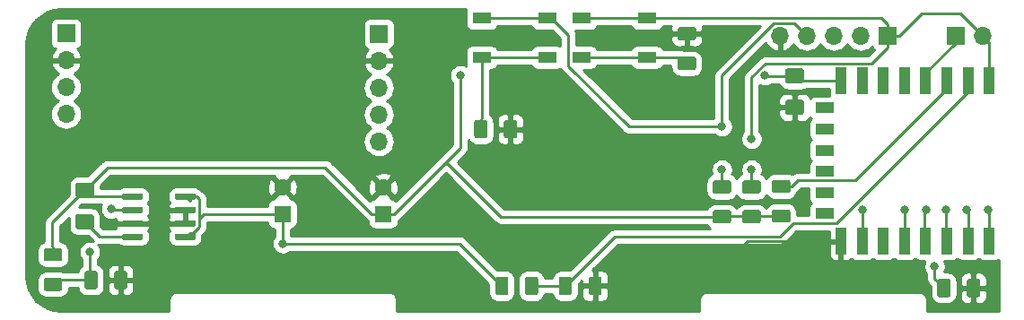
<source format=gbr>
G04 #@! TF.GenerationSoftware,KiCad,Pcbnew,5.1.4-e60b266~84~ubuntu19.04.1*
G04 #@! TF.CreationDate,2019-09-15T17:37:26+02:00*
G04 #@! TF.ProjectId,kicad,6b696361-642e-46b6-9963-61645f706362,rev?*
G04 #@! TF.SameCoordinates,Original*
G04 #@! TF.FileFunction,Copper,L1,Top*
G04 #@! TF.FilePolarity,Positive*
%FSLAX46Y46*%
G04 Gerber Fmt 4.6, Leading zero omitted, Abs format (unit mm)*
G04 Created by KiCad (PCBNEW 5.1.4-e60b266~84~ubuntu19.04.1) date 2019-09-15 17:37:26*
%MOMM*%
%LPD*%
G04 APERTURE LIST*
%ADD10C,0.100000*%
%ADD11C,0.600000*%
%ADD12R,1.800000X1.100000*%
%ADD13C,1.425000*%
%ADD14R,1.000000X2.500000*%
%ADD15R,1.800000X1.000000*%
%ADD16C,1.250000*%
%ADD17O,1.700000X1.700000*%
%ADD18R,1.700000X1.700000*%
%ADD19C,1.600000*%
%ADD20R,1.600000X1.600000*%
%ADD21C,0.800000*%
%ADD22C,0.250000*%
%ADD23C,0.254000*%
G04 APERTURE END LIST*
D10*
G36*
X36568703Y-38049722D02*
G01*
X36583264Y-38051882D01*
X36597543Y-38055459D01*
X36611403Y-38060418D01*
X36624710Y-38066712D01*
X36637336Y-38074280D01*
X36649159Y-38083048D01*
X36660066Y-38092934D01*
X36669952Y-38103841D01*
X36678720Y-38115664D01*
X36686288Y-38128290D01*
X36692582Y-38141597D01*
X36697541Y-38155457D01*
X36701118Y-38169736D01*
X36703278Y-38184297D01*
X36704000Y-38199000D01*
X36704000Y-38499000D01*
X36703278Y-38513703D01*
X36701118Y-38528264D01*
X36697541Y-38542543D01*
X36692582Y-38556403D01*
X36686288Y-38569710D01*
X36678720Y-38582336D01*
X36669952Y-38594159D01*
X36660066Y-38605066D01*
X36649159Y-38614952D01*
X36637336Y-38623720D01*
X36624710Y-38631288D01*
X36611403Y-38637582D01*
X36597543Y-38642541D01*
X36583264Y-38646118D01*
X36568703Y-38648278D01*
X36554000Y-38649000D01*
X34904000Y-38649000D01*
X34889297Y-38648278D01*
X34874736Y-38646118D01*
X34860457Y-38642541D01*
X34846597Y-38637582D01*
X34833290Y-38631288D01*
X34820664Y-38623720D01*
X34808841Y-38614952D01*
X34797934Y-38605066D01*
X34788048Y-38594159D01*
X34779280Y-38582336D01*
X34771712Y-38569710D01*
X34765418Y-38556403D01*
X34760459Y-38542543D01*
X34756882Y-38528264D01*
X34754722Y-38513703D01*
X34754000Y-38499000D01*
X34754000Y-38199000D01*
X34754722Y-38184297D01*
X34756882Y-38169736D01*
X34760459Y-38155457D01*
X34765418Y-38141597D01*
X34771712Y-38128290D01*
X34779280Y-38115664D01*
X34788048Y-38103841D01*
X34797934Y-38092934D01*
X34808841Y-38083048D01*
X34820664Y-38074280D01*
X34833290Y-38066712D01*
X34846597Y-38060418D01*
X34860457Y-38055459D01*
X34874736Y-38051882D01*
X34889297Y-38049722D01*
X34904000Y-38049000D01*
X36554000Y-38049000D01*
X36568703Y-38049722D01*
X36568703Y-38049722D01*
G37*
D11*
X35729000Y-38349000D03*
D10*
G36*
X36568703Y-39319722D02*
G01*
X36583264Y-39321882D01*
X36597543Y-39325459D01*
X36611403Y-39330418D01*
X36624710Y-39336712D01*
X36637336Y-39344280D01*
X36649159Y-39353048D01*
X36660066Y-39362934D01*
X36669952Y-39373841D01*
X36678720Y-39385664D01*
X36686288Y-39398290D01*
X36692582Y-39411597D01*
X36697541Y-39425457D01*
X36701118Y-39439736D01*
X36703278Y-39454297D01*
X36704000Y-39469000D01*
X36704000Y-39769000D01*
X36703278Y-39783703D01*
X36701118Y-39798264D01*
X36697541Y-39812543D01*
X36692582Y-39826403D01*
X36686288Y-39839710D01*
X36678720Y-39852336D01*
X36669952Y-39864159D01*
X36660066Y-39875066D01*
X36649159Y-39884952D01*
X36637336Y-39893720D01*
X36624710Y-39901288D01*
X36611403Y-39907582D01*
X36597543Y-39912541D01*
X36583264Y-39916118D01*
X36568703Y-39918278D01*
X36554000Y-39919000D01*
X34904000Y-39919000D01*
X34889297Y-39918278D01*
X34874736Y-39916118D01*
X34860457Y-39912541D01*
X34846597Y-39907582D01*
X34833290Y-39901288D01*
X34820664Y-39893720D01*
X34808841Y-39884952D01*
X34797934Y-39875066D01*
X34788048Y-39864159D01*
X34779280Y-39852336D01*
X34771712Y-39839710D01*
X34765418Y-39826403D01*
X34760459Y-39812543D01*
X34756882Y-39798264D01*
X34754722Y-39783703D01*
X34754000Y-39769000D01*
X34754000Y-39469000D01*
X34754722Y-39454297D01*
X34756882Y-39439736D01*
X34760459Y-39425457D01*
X34765418Y-39411597D01*
X34771712Y-39398290D01*
X34779280Y-39385664D01*
X34788048Y-39373841D01*
X34797934Y-39362934D01*
X34808841Y-39353048D01*
X34820664Y-39344280D01*
X34833290Y-39336712D01*
X34846597Y-39330418D01*
X34860457Y-39325459D01*
X34874736Y-39321882D01*
X34889297Y-39319722D01*
X34904000Y-39319000D01*
X36554000Y-39319000D01*
X36568703Y-39319722D01*
X36568703Y-39319722D01*
G37*
D11*
X35729000Y-39619000D03*
D10*
G36*
X36568703Y-40589722D02*
G01*
X36583264Y-40591882D01*
X36597543Y-40595459D01*
X36611403Y-40600418D01*
X36624710Y-40606712D01*
X36637336Y-40614280D01*
X36649159Y-40623048D01*
X36660066Y-40632934D01*
X36669952Y-40643841D01*
X36678720Y-40655664D01*
X36686288Y-40668290D01*
X36692582Y-40681597D01*
X36697541Y-40695457D01*
X36701118Y-40709736D01*
X36703278Y-40724297D01*
X36704000Y-40739000D01*
X36704000Y-41039000D01*
X36703278Y-41053703D01*
X36701118Y-41068264D01*
X36697541Y-41082543D01*
X36692582Y-41096403D01*
X36686288Y-41109710D01*
X36678720Y-41122336D01*
X36669952Y-41134159D01*
X36660066Y-41145066D01*
X36649159Y-41154952D01*
X36637336Y-41163720D01*
X36624710Y-41171288D01*
X36611403Y-41177582D01*
X36597543Y-41182541D01*
X36583264Y-41186118D01*
X36568703Y-41188278D01*
X36554000Y-41189000D01*
X34904000Y-41189000D01*
X34889297Y-41188278D01*
X34874736Y-41186118D01*
X34860457Y-41182541D01*
X34846597Y-41177582D01*
X34833290Y-41171288D01*
X34820664Y-41163720D01*
X34808841Y-41154952D01*
X34797934Y-41145066D01*
X34788048Y-41134159D01*
X34779280Y-41122336D01*
X34771712Y-41109710D01*
X34765418Y-41096403D01*
X34760459Y-41082543D01*
X34756882Y-41068264D01*
X34754722Y-41053703D01*
X34754000Y-41039000D01*
X34754000Y-40739000D01*
X34754722Y-40724297D01*
X34756882Y-40709736D01*
X34760459Y-40695457D01*
X34765418Y-40681597D01*
X34771712Y-40668290D01*
X34779280Y-40655664D01*
X34788048Y-40643841D01*
X34797934Y-40632934D01*
X34808841Y-40623048D01*
X34820664Y-40614280D01*
X34833290Y-40606712D01*
X34846597Y-40600418D01*
X34860457Y-40595459D01*
X34874736Y-40591882D01*
X34889297Y-40589722D01*
X34904000Y-40589000D01*
X36554000Y-40589000D01*
X36568703Y-40589722D01*
X36568703Y-40589722D01*
G37*
D11*
X35729000Y-40889000D03*
D10*
G36*
X36568703Y-41859722D02*
G01*
X36583264Y-41861882D01*
X36597543Y-41865459D01*
X36611403Y-41870418D01*
X36624710Y-41876712D01*
X36637336Y-41884280D01*
X36649159Y-41893048D01*
X36660066Y-41902934D01*
X36669952Y-41913841D01*
X36678720Y-41925664D01*
X36686288Y-41938290D01*
X36692582Y-41951597D01*
X36697541Y-41965457D01*
X36701118Y-41979736D01*
X36703278Y-41994297D01*
X36704000Y-42009000D01*
X36704000Y-42309000D01*
X36703278Y-42323703D01*
X36701118Y-42338264D01*
X36697541Y-42352543D01*
X36692582Y-42366403D01*
X36686288Y-42379710D01*
X36678720Y-42392336D01*
X36669952Y-42404159D01*
X36660066Y-42415066D01*
X36649159Y-42424952D01*
X36637336Y-42433720D01*
X36624710Y-42441288D01*
X36611403Y-42447582D01*
X36597543Y-42452541D01*
X36583264Y-42456118D01*
X36568703Y-42458278D01*
X36554000Y-42459000D01*
X34904000Y-42459000D01*
X34889297Y-42458278D01*
X34874736Y-42456118D01*
X34860457Y-42452541D01*
X34846597Y-42447582D01*
X34833290Y-42441288D01*
X34820664Y-42433720D01*
X34808841Y-42424952D01*
X34797934Y-42415066D01*
X34788048Y-42404159D01*
X34779280Y-42392336D01*
X34771712Y-42379710D01*
X34765418Y-42366403D01*
X34760459Y-42352543D01*
X34756882Y-42338264D01*
X34754722Y-42323703D01*
X34754000Y-42309000D01*
X34754000Y-42009000D01*
X34754722Y-41994297D01*
X34756882Y-41979736D01*
X34760459Y-41965457D01*
X34765418Y-41951597D01*
X34771712Y-41938290D01*
X34779280Y-41925664D01*
X34788048Y-41913841D01*
X34797934Y-41902934D01*
X34808841Y-41893048D01*
X34820664Y-41884280D01*
X34833290Y-41876712D01*
X34846597Y-41870418D01*
X34860457Y-41865459D01*
X34874736Y-41861882D01*
X34889297Y-41859722D01*
X34904000Y-41859000D01*
X36554000Y-41859000D01*
X36568703Y-41859722D01*
X36568703Y-41859722D01*
G37*
D11*
X35729000Y-42159000D03*
D10*
G36*
X31618703Y-41859722D02*
G01*
X31633264Y-41861882D01*
X31647543Y-41865459D01*
X31661403Y-41870418D01*
X31674710Y-41876712D01*
X31687336Y-41884280D01*
X31699159Y-41893048D01*
X31710066Y-41902934D01*
X31719952Y-41913841D01*
X31728720Y-41925664D01*
X31736288Y-41938290D01*
X31742582Y-41951597D01*
X31747541Y-41965457D01*
X31751118Y-41979736D01*
X31753278Y-41994297D01*
X31754000Y-42009000D01*
X31754000Y-42309000D01*
X31753278Y-42323703D01*
X31751118Y-42338264D01*
X31747541Y-42352543D01*
X31742582Y-42366403D01*
X31736288Y-42379710D01*
X31728720Y-42392336D01*
X31719952Y-42404159D01*
X31710066Y-42415066D01*
X31699159Y-42424952D01*
X31687336Y-42433720D01*
X31674710Y-42441288D01*
X31661403Y-42447582D01*
X31647543Y-42452541D01*
X31633264Y-42456118D01*
X31618703Y-42458278D01*
X31604000Y-42459000D01*
X29954000Y-42459000D01*
X29939297Y-42458278D01*
X29924736Y-42456118D01*
X29910457Y-42452541D01*
X29896597Y-42447582D01*
X29883290Y-42441288D01*
X29870664Y-42433720D01*
X29858841Y-42424952D01*
X29847934Y-42415066D01*
X29838048Y-42404159D01*
X29829280Y-42392336D01*
X29821712Y-42379710D01*
X29815418Y-42366403D01*
X29810459Y-42352543D01*
X29806882Y-42338264D01*
X29804722Y-42323703D01*
X29804000Y-42309000D01*
X29804000Y-42009000D01*
X29804722Y-41994297D01*
X29806882Y-41979736D01*
X29810459Y-41965457D01*
X29815418Y-41951597D01*
X29821712Y-41938290D01*
X29829280Y-41925664D01*
X29838048Y-41913841D01*
X29847934Y-41902934D01*
X29858841Y-41893048D01*
X29870664Y-41884280D01*
X29883290Y-41876712D01*
X29896597Y-41870418D01*
X29910457Y-41865459D01*
X29924736Y-41861882D01*
X29939297Y-41859722D01*
X29954000Y-41859000D01*
X31604000Y-41859000D01*
X31618703Y-41859722D01*
X31618703Y-41859722D01*
G37*
D11*
X30779000Y-42159000D03*
D10*
G36*
X31618703Y-40589722D02*
G01*
X31633264Y-40591882D01*
X31647543Y-40595459D01*
X31661403Y-40600418D01*
X31674710Y-40606712D01*
X31687336Y-40614280D01*
X31699159Y-40623048D01*
X31710066Y-40632934D01*
X31719952Y-40643841D01*
X31728720Y-40655664D01*
X31736288Y-40668290D01*
X31742582Y-40681597D01*
X31747541Y-40695457D01*
X31751118Y-40709736D01*
X31753278Y-40724297D01*
X31754000Y-40739000D01*
X31754000Y-41039000D01*
X31753278Y-41053703D01*
X31751118Y-41068264D01*
X31747541Y-41082543D01*
X31742582Y-41096403D01*
X31736288Y-41109710D01*
X31728720Y-41122336D01*
X31719952Y-41134159D01*
X31710066Y-41145066D01*
X31699159Y-41154952D01*
X31687336Y-41163720D01*
X31674710Y-41171288D01*
X31661403Y-41177582D01*
X31647543Y-41182541D01*
X31633264Y-41186118D01*
X31618703Y-41188278D01*
X31604000Y-41189000D01*
X29954000Y-41189000D01*
X29939297Y-41188278D01*
X29924736Y-41186118D01*
X29910457Y-41182541D01*
X29896597Y-41177582D01*
X29883290Y-41171288D01*
X29870664Y-41163720D01*
X29858841Y-41154952D01*
X29847934Y-41145066D01*
X29838048Y-41134159D01*
X29829280Y-41122336D01*
X29821712Y-41109710D01*
X29815418Y-41096403D01*
X29810459Y-41082543D01*
X29806882Y-41068264D01*
X29804722Y-41053703D01*
X29804000Y-41039000D01*
X29804000Y-40739000D01*
X29804722Y-40724297D01*
X29806882Y-40709736D01*
X29810459Y-40695457D01*
X29815418Y-40681597D01*
X29821712Y-40668290D01*
X29829280Y-40655664D01*
X29838048Y-40643841D01*
X29847934Y-40632934D01*
X29858841Y-40623048D01*
X29870664Y-40614280D01*
X29883290Y-40606712D01*
X29896597Y-40600418D01*
X29910457Y-40595459D01*
X29924736Y-40591882D01*
X29939297Y-40589722D01*
X29954000Y-40589000D01*
X31604000Y-40589000D01*
X31618703Y-40589722D01*
X31618703Y-40589722D01*
G37*
D11*
X30779000Y-40889000D03*
D10*
G36*
X31618703Y-39319722D02*
G01*
X31633264Y-39321882D01*
X31647543Y-39325459D01*
X31661403Y-39330418D01*
X31674710Y-39336712D01*
X31687336Y-39344280D01*
X31699159Y-39353048D01*
X31710066Y-39362934D01*
X31719952Y-39373841D01*
X31728720Y-39385664D01*
X31736288Y-39398290D01*
X31742582Y-39411597D01*
X31747541Y-39425457D01*
X31751118Y-39439736D01*
X31753278Y-39454297D01*
X31754000Y-39469000D01*
X31754000Y-39769000D01*
X31753278Y-39783703D01*
X31751118Y-39798264D01*
X31747541Y-39812543D01*
X31742582Y-39826403D01*
X31736288Y-39839710D01*
X31728720Y-39852336D01*
X31719952Y-39864159D01*
X31710066Y-39875066D01*
X31699159Y-39884952D01*
X31687336Y-39893720D01*
X31674710Y-39901288D01*
X31661403Y-39907582D01*
X31647543Y-39912541D01*
X31633264Y-39916118D01*
X31618703Y-39918278D01*
X31604000Y-39919000D01*
X29954000Y-39919000D01*
X29939297Y-39918278D01*
X29924736Y-39916118D01*
X29910457Y-39912541D01*
X29896597Y-39907582D01*
X29883290Y-39901288D01*
X29870664Y-39893720D01*
X29858841Y-39884952D01*
X29847934Y-39875066D01*
X29838048Y-39864159D01*
X29829280Y-39852336D01*
X29821712Y-39839710D01*
X29815418Y-39826403D01*
X29810459Y-39812543D01*
X29806882Y-39798264D01*
X29804722Y-39783703D01*
X29804000Y-39769000D01*
X29804000Y-39469000D01*
X29804722Y-39454297D01*
X29806882Y-39439736D01*
X29810459Y-39425457D01*
X29815418Y-39411597D01*
X29821712Y-39398290D01*
X29829280Y-39385664D01*
X29838048Y-39373841D01*
X29847934Y-39362934D01*
X29858841Y-39353048D01*
X29870664Y-39344280D01*
X29883290Y-39336712D01*
X29896597Y-39330418D01*
X29910457Y-39325459D01*
X29924736Y-39321882D01*
X29939297Y-39319722D01*
X29954000Y-39319000D01*
X31604000Y-39319000D01*
X31618703Y-39319722D01*
X31618703Y-39319722D01*
G37*
D11*
X30779000Y-39619000D03*
D10*
G36*
X31618703Y-38049722D02*
G01*
X31633264Y-38051882D01*
X31647543Y-38055459D01*
X31661403Y-38060418D01*
X31674710Y-38066712D01*
X31687336Y-38074280D01*
X31699159Y-38083048D01*
X31710066Y-38092934D01*
X31719952Y-38103841D01*
X31728720Y-38115664D01*
X31736288Y-38128290D01*
X31742582Y-38141597D01*
X31747541Y-38155457D01*
X31751118Y-38169736D01*
X31753278Y-38184297D01*
X31754000Y-38199000D01*
X31754000Y-38499000D01*
X31753278Y-38513703D01*
X31751118Y-38528264D01*
X31747541Y-38542543D01*
X31742582Y-38556403D01*
X31736288Y-38569710D01*
X31728720Y-38582336D01*
X31719952Y-38594159D01*
X31710066Y-38605066D01*
X31699159Y-38614952D01*
X31687336Y-38623720D01*
X31674710Y-38631288D01*
X31661403Y-38637582D01*
X31647543Y-38642541D01*
X31633264Y-38646118D01*
X31618703Y-38648278D01*
X31604000Y-38649000D01*
X29954000Y-38649000D01*
X29939297Y-38648278D01*
X29924736Y-38646118D01*
X29910457Y-38642541D01*
X29896597Y-38637582D01*
X29883290Y-38631288D01*
X29870664Y-38623720D01*
X29858841Y-38614952D01*
X29847934Y-38605066D01*
X29838048Y-38594159D01*
X29829280Y-38582336D01*
X29821712Y-38569710D01*
X29815418Y-38556403D01*
X29810459Y-38542543D01*
X29806882Y-38528264D01*
X29804722Y-38513703D01*
X29804000Y-38499000D01*
X29804000Y-38199000D01*
X29804722Y-38184297D01*
X29806882Y-38169736D01*
X29810459Y-38155457D01*
X29815418Y-38141597D01*
X29821712Y-38128290D01*
X29829280Y-38115664D01*
X29838048Y-38103841D01*
X29847934Y-38092934D01*
X29858841Y-38083048D01*
X29870664Y-38074280D01*
X29883290Y-38066712D01*
X29896597Y-38060418D01*
X29910457Y-38055459D01*
X29924736Y-38051882D01*
X29939297Y-38049722D01*
X29954000Y-38049000D01*
X31604000Y-38049000D01*
X31618703Y-38049722D01*
X31618703Y-38049722D01*
G37*
D11*
X30779000Y-38349000D03*
D12*
X69902000Y-25218000D03*
X63702000Y-25218000D03*
X69902000Y-21518000D03*
X63702000Y-21518000D03*
X79300000Y-25218000D03*
X73100000Y-25218000D03*
X79300000Y-21518000D03*
X73100000Y-21518000D03*
D10*
G36*
X93867504Y-29224204D02*
G01*
X93891773Y-29227804D01*
X93915571Y-29233765D01*
X93938671Y-29242030D01*
X93960849Y-29252520D01*
X93981893Y-29265133D01*
X94001598Y-29279747D01*
X94019777Y-29296223D01*
X94036253Y-29314402D01*
X94050867Y-29334107D01*
X94063480Y-29355151D01*
X94073970Y-29377329D01*
X94082235Y-29400429D01*
X94088196Y-29424227D01*
X94091796Y-29448496D01*
X94093000Y-29473000D01*
X94093000Y-30398000D01*
X94091796Y-30422504D01*
X94088196Y-30446773D01*
X94082235Y-30470571D01*
X94073970Y-30493671D01*
X94063480Y-30515849D01*
X94050867Y-30536893D01*
X94036253Y-30556598D01*
X94019777Y-30574777D01*
X94001598Y-30591253D01*
X93981893Y-30605867D01*
X93960849Y-30618480D01*
X93938671Y-30628970D01*
X93915571Y-30637235D01*
X93891773Y-30643196D01*
X93867504Y-30646796D01*
X93843000Y-30648000D01*
X92593000Y-30648000D01*
X92568496Y-30646796D01*
X92544227Y-30643196D01*
X92520429Y-30637235D01*
X92497329Y-30628970D01*
X92475151Y-30618480D01*
X92454107Y-30605867D01*
X92434402Y-30591253D01*
X92416223Y-30574777D01*
X92399747Y-30556598D01*
X92385133Y-30536893D01*
X92372520Y-30515849D01*
X92362030Y-30493671D01*
X92353765Y-30470571D01*
X92347804Y-30446773D01*
X92344204Y-30422504D01*
X92343000Y-30398000D01*
X92343000Y-29473000D01*
X92344204Y-29448496D01*
X92347804Y-29424227D01*
X92353765Y-29400429D01*
X92362030Y-29377329D01*
X92372520Y-29355151D01*
X92385133Y-29334107D01*
X92399747Y-29314402D01*
X92416223Y-29296223D01*
X92434402Y-29279747D01*
X92454107Y-29265133D01*
X92475151Y-29252520D01*
X92497329Y-29242030D01*
X92520429Y-29233765D01*
X92544227Y-29227804D01*
X92568496Y-29224204D01*
X92593000Y-29223000D01*
X93843000Y-29223000D01*
X93867504Y-29224204D01*
X93867504Y-29224204D01*
G37*
D13*
X93218000Y-29935500D03*
D10*
G36*
X93867504Y-26249204D02*
G01*
X93891773Y-26252804D01*
X93915571Y-26258765D01*
X93938671Y-26267030D01*
X93960849Y-26277520D01*
X93981893Y-26290133D01*
X94001598Y-26304747D01*
X94019777Y-26321223D01*
X94036253Y-26339402D01*
X94050867Y-26359107D01*
X94063480Y-26380151D01*
X94073970Y-26402329D01*
X94082235Y-26425429D01*
X94088196Y-26449227D01*
X94091796Y-26473496D01*
X94093000Y-26498000D01*
X94093000Y-27423000D01*
X94091796Y-27447504D01*
X94088196Y-27471773D01*
X94082235Y-27495571D01*
X94073970Y-27518671D01*
X94063480Y-27540849D01*
X94050867Y-27561893D01*
X94036253Y-27581598D01*
X94019777Y-27599777D01*
X94001598Y-27616253D01*
X93981893Y-27630867D01*
X93960849Y-27643480D01*
X93938671Y-27653970D01*
X93915571Y-27662235D01*
X93891773Y-27668196D01*
X93867504Y-27671796D01*
X93843000Y-27673000D01*
X92593000Y-27673000D01*
X92568496Y-27671796D01*
X92544227Y-27668196D01*
X92520429Y-27662235D01*
X92497329Y-27653970D01*
X92475151Y-27643480D01*
X92454107Y-27630867D01*
X92434402Y-27616253D01*
X92416223Y-27599777D01*
X92399747Y-27581598D01*
X92385133Y-27561893D01*
X92372520Y-27540849D01*
X92362030Y-27518671D01*
X92353765Y-27495571D01*
X92347804Y-27471773D01*
X92344204Y-27447504D01*
X92343000Y-27423000D01*
X92343000Y-26498000D01*
X92344204Y-26473496D01*
X92347804Y-26449227D01*
X92353765Y-26425429D01*
X92362030Y-26402329D01*
X92372520Y-26380151D01*
X92385133Y-26359107D01*
X92399747Y-26339402D01*
X92416223Y-26321223D01*
X92434402Y-26304747D01*
X92454107Y-26290133D01*
X92475151Y-26277520D01*
X92497329Y-26267030D01*
X92520429Y-26258765D01*
X92544227Y-26252804D01*
X92568496Y-26249204D01*
X92593000Y-26248000D01*
X93843000Y-26248000D01*
X93867504Y-26249204D01*
X93867504Y-26249204D01*
G37*
D13*
X93218000Y-26960500D03*
D14*
X111590000Y-42590000D03*
X109590000Y-42590000D03*
X107590000Y-42590000D03*
X105590000Y-42590000D03*
X103590000Y-42590000D03*
X101590000Y-42590000D03*
X99590000Y-42590000D03*
X97590000Y-42590000D03*
D15*
X96090000Y-39990000D03*
X96090000Y-37990000D03*
X96090000Y-35990000D03*
X96090000Y-33990000D03*
X96090000Y-31990000D03*
X96090000Y-29990000D03*
D14*
X97590000Y-27390000D03*
X99590000Y-27390000D03*
X101590000Y-27390000D03*
X103590000Y-27390000D03*
X105590000Y-27390000D03*
X107590000Y-27390000D03*
X109590000Y-27390000D03*
X111590000Y-27390000D03*
D10*
G36*
X83707504Y-22360204D02*
G01*
X83731773Y-22363804D01*
X83755571Y-22369765D01*
X83778671Y-22378030D01*
X83800849Y-22388520D01*
X83821893Y-22401133D01*
X83841598Y-22415747D01*
X83859777Y-22432223D01*
X83876253Y-22450402D01*
X83890867Y-22470107D01*
X83903480Y-22491151D01*
X83913970Y-22513329D01*
X83922235Y-22536429D01*
X83928196Y-22560227D01*
X83931796Y-22584496D01*
X83933000Y-22609000D01*
X83933000Y-23359000D01*
X83931796Y-23383504D01*
X83928196Y-23407773D01*
X83922235Y-23431571D01*
X83913970Y-23454671D01*
X83903480Y-23476849D01*
X83890867Y-23497893D01*
X83876253Y-23517598D01*
X83859777Y-23535777D01*
X83841598Y-23552253D01*
X83821893Y-23566867D01*
X83800849Y-23579480D01*
X83778671Y-23589970D01*
X83755571Y-23598235D01*
X83731773Y-23604196D01*
X83707504Y-23607796D01*
X83683000Y-23609000D01*
X82433000Y-23609000D01*
X82408496Y-23607796D01*
X82384227Y-23604196D01*
X82360429Y-23598235D01*
X82337329Y-23589970D01*
X82315151Y-23579480D01*
X82294107Y-23566867D01*
X82274402Y-23552253D01*
X82256223Y-23535777D01*
X82239747Y-23517598D01*
X82225133Y-23497893D01*
X82212520Y-23476849D01*
X82202030Y-23454671D01*
X82193765Y-23431571D01*
X82187804Y-23407773D01*
X82184204Y-23383504D01*
X82183000Y-23359000D01*
X82183000Y-22609000D01*
X82184204Y-22584496D01*
X82187804Y-22560227D01*
X82193765Y-22536429D01*
X82202030Y-22513329D01*
X82212520Y-22491151D01*
X82225133Y-22470107D01*
X82239747Y-22450402D01*
X82256223Y-22432223D01*
X82274402Y-22415747D01*
X82294107Y-22401133D01*
X82315151Y-22388520D01*
X82337329Y-22378030D01*
X82360429Y-22369765D01*
X82384227Y-22363804D01*
X82408496Y-22360204D01*
X82433000Y-22359000D01*
X83683000Y-22359000D01*
X83707504Y-22360204D01*
X83707504Y-22360204D01*
G37*
D16*
X83058000Y-22984000D03*
D10*
G36*
X83707504Y-25160204D02*
G01*
X83731773Y-25163804D01*
X83755571Y-25169765D01*
X83778671Y-25178030D01*
X83800849Y-25188520D01*
X83821893Y-25201133D01*
X83841598Y-25215747D01*
X83859777Y-25232223D01*
X83876253Y-25250402D01*
X83890867Y-25270107D01*
X83903480Y-25291151D01*
X83913970Y-25313329D01*
X83922235Y-25336429D01*
X83928196Y-25360227D01*
X83931796Y-25384496D01*
X83933000Y-25409000D01*
X83933000Y-26159000D01*
X83931796Y-26183504D01*
X83928196Y-26207773D01*
X83922235Y-26231571D01*
X83913970Y-26254671D01*
X83903480Y-26276849D01*
X83890867Y-26297893D01*
X83876253Y-26317598D01*
X83859777Y-26335777D01*
X83841598Y-26352253D01*
X83821893Y-26366867D01*
X83800849Y-26379480D01*
X83778671Y-26389970D01*
X83755571Y-26398235D01*
X83731773Y-26404196D01*
X83707504Y-26407796D01*
X83683000Y-26409000D01*
X82433000Y-26409000D01*
X82408496Y-26407796D01*
X82384227Y-26404196D01*
X82360429Y-26398235D01*
X82337329Y-26389970D01*
X82315151Y-26379480D01*
X82294107Y-26366867D01*
X82274402Y-26352253D01*
X82256223Y-26335777D01*
X82239747Y-26317598D01*
X82225133Y-26297893D01*
X82212520Y-26276849D01*
X82202030Y-26254671D01*
X82193765Y-26231571D01*
X82187804Y-26207773D01*
X82184204Y-26183504D01*
X82183000Y-26159000D01*
X82183000Y-25409000D01*
X82184204Y-25384496D01*
X82187804Y-25360227D01*
X82193765Y-25336429D01*
X82202030Y-25313329D01*
X82212520Y-25291151D01*
X82225133Y-25270107D01*
X82239747Y-25250402D01*
X82256223Y-25232223D01*
X82274402Y-25215747D01*
X82294107Y-25201133D01*
X82315151Y-25188520D01*
X82337329Y-25178030D01*
X82360429Y-25169765D01*
X82384227Y-25163804D01*
X82408496Y-25160204D01*
X82433000Y-25159000D01*
X83683000Y-25159000D01*
X83707504Y-25160204D01*
X83707504Y-25160204D01*
G37*
D16*
X83058000Y-25784000D03*
D10*
G36*
X66823504Y-31130204D02*
G01*
X66847773Y-31133804D01*
X66871571Y-31139765D01*
X66894671Y-31148030D01*
X66916849Y-31158520D01*
X66937893Y-31171133D01*
X66957598Y-31185747D01*
X66975777Y-31202223D01*
X66992253Y-31220402D01*
X67006867Y-31240107D01*
X67019480Y-31261151D01*
X67029970Y-31283329D01*
X67038235Y-31306429D01*
X67044196Y-31330227D01*
X67047796Y-31354496D01*
X67049000Y-31379000D01*
X67049000Y-32629000D01*
X67047796Y-32653504D01*
X67044196Y-32677773D01*
X67038235Y-32701571D01*
X67029970Y-32724671D01*
X67019480Y-32746849D01*
X67006867Y-32767893D01*
X66992253Y-32787598D01*
X66975777Y-32805777D01*
X66957598Y-32822253D01*
X66937893Y-32836867D01*
X66916849Y-32849480D01*
X66894671Y-32859970D01*
X66871571Y-32868235D01*
X66847773Y-32874196D01*
X66823504Y-32877796D01*
X66799000Y-32879000D01*
X66049000Y-32879000D01*
X66024496Y-32877796D01*
X66000227Y-32874196D01*
X65976429Y-32868235D01*
X65953329Y-32859970D01*
X65931151Y-32849480D01*
X65910107Y-32836867D01*
X65890402Y-32822253D01*
X65872223Y-32805777D01*
X65855747Y-32787598D01*
X65841133Y-32767893D01*
X65828520Y-32746849D01*
X65818030Y-32724671D01*
X65809765Y-32701571D01*
X65803804Y-32677773D01*
X65800204Y-32653504D01*
X65799000Y-32629000D01*
X65799000Y-31379000D01*
X65800204Y-31354496D01*
X65803804Y-31330227D01*
X65809765Y-31306429D01*
X65818030Y-31283329D01*
X65828520Y-31261151D01*
X65841133Y-31240107D01*
X65855747Y-31220402D01*
X65872223Y-31202223D01*
X65890402Y-31185747D01*
X65910107Y-31171133D01*
X65931151Y-31158520D01*
X65953329Y-31148030D01*
X65976429Y-31139765D01*
X66000227Y-31133804D01*
X66024496Y-31130204D01*
X66049000Y-31129000D01*
X66799000Y-31129000D01*
X66823504Y-31130204D01*
X66823504Y-31130204D01*
G37*
D16*
X66424000Y-32004000D03*
D10*
G36*
X64023504Y-31130204D02*
G01*
X64047773Y-31133804D01*
X64071571Y-31139765D01*
X64094671Y-31148030D01*
X64116849Y-31158520D01*
X64137893Y-31171133D01*
X64157598Y-31185747D01*
X64175777Y-31202223D01*
X64192253Y-31220402D01*
X64206867Y-31240107D01*
X64219480Y-31261151D01*
X64229970Y-31283329D01*
X64238235Y-31306429D01*
X64244196Y-31330227D01*
X64247796Y-31354496D01*
X64249000Y-31379000D01*
X64249000Y-32629000D01*
X64247796Y-32653504D01*
X64244196Y-32677773D01*
X64238235Y-32701571D01*
X64229970Y-32724671D01*
X64219480Y-32746849D01*
X64206867Y-32767893D01*
X64192253Y-32787598D01*
X64175777Y-32805777D01*
X64157598Y-32822253D01*
X64137893Y-32836867D01*
X64116849Y-32849480D01*
X64094671Y-32859970D01*
X64071571Y-32868235D01*
X64047773Y-32874196D01*
X64023504Y-32877796D01*
X63999000Y-32879000D01*
X63249000Y-32879000D01*
X63224496Y-32877796D01*
X63200227Y-32874196D01*
X63176429Y-32868235D01*
X63153329Y-32859970D01*
X63131151Y-32849480D01*
X63110107Y-32836867D01*
X63090402Y-32822253D01*
X63072223Y-32805777D01*
X63055747Y-32787598D01*
X63041133Y-32767893D01*
X63028520Y-32746849D01*
X63018030Y-32724671D01*
X63009765Y-32701571D01*
X63003804Y-32677773D01*
X63000204Y-32653504D01*
X62999000Y-32629000D01*
X62999000Y-31379000D01*
X63000204Y-31354496D01*
X63003804Y-31330227D01*
X63009765Y-31306429D01*
X63018030Y-31283329D01*
X63028520Y-31261151D01*
X63041133Y-31240107D01*
X63055747Y-31220402D01*
X63072223Y-31202223D01*
X63090402Y-31185747D01*
X63110107Y-31171133D01*
X63131151Y-31158520D01*
X63153329Y-31148030D01*
X63176429Y-31139765D01*
X63200227Y-31133804D01*
X63224496Y-31130204D01*
X63249000Y-31129000D01*
X63999000Y-31129000D01*
X64023504Y-31130204D01*
X64023504Y-31130204D01*
G37*
D16*
X63624000Y-32004000D03*
D10*
G36*
X110499504Y-46126204D02*
G01*
X110523773Y-46129804D01*
X110547571Y-46135765D01*
X110570671Y-46144030D01*
X110592849Y-46154520D01*
X110613893Y-46167133D01*
X110633598Y-46181747D01*
X110651777Y-46198223D01*
X110668253Y-46216402D01*
X110682867Y-46236107D01*
X110695480Y-46257151D01*
X110705970Y-46279329D01*
X110714235Y-46302429D01*
X110720196Y-46326227D01*
X110723796Y-46350496D01*
X110725000Y-46375000D01*
X110725000Y-47625000D01*
X110723796Y-47649504D01*
X110720196Y-47673773D01*
X110714235Y-47697571D01*
X110705970Y-47720671D01*
X110695480Y-47742849D01*
X110682867Y-47763893D01*
X110668253Y-47783598D01*
X110651777Y-47801777D01*
X110633598Y-47818253D01*
X110613893Y-47832867D01*
X110592849Y-47845480D01*
X110570671Y-47855970D01*
X110547571Y-47864235D01*
X110523773Y-47870196D01*
X110499504Y-47873796D01*
X110475000Y-47875000D01*
X109725000Y-47875000D01*
X109700496Y-47873796D01*
X109676227Y-47870196D01*
X109652429Y-47864235D01*
X109629329Y-47855970D01*
X109607151Y-47845480D01*
X109586107Y-47832867D01*
X109566402Y-47818253D01*
X109548223Y-47801777D01*
X109531747Y-47783598D01*
X109517133Y-47763893D01*
X109504520Y-47742849D01*
X109494030Y-47720671D01*
X109485765Y-47697571D01*
X109479804Y-47673773D01*
X109476204Y-47649504D01*
X109475000Y-47625000D01*
X109475000Y-46375000D01*
X109476204Y-46350496D01*
X109479804Y-46326227D01*
X109485765Y-46302429D01*
X109494030Y-46279329D01*
X109504520Y-46257151D01*
X109517133Y-46236107D01*
X109531747Y-46216402D01*
X109548223Y-46198223D01*
X109566402Y-46181747D01*
X109586107Y-46167133D01*
X109607151Y-46154520D01*
X109629329Y-46144030D01*
X109652429Y-46135765D01*
X109676227Y-46129804D01*
X109700496Y-46126204D01*
X109725000Y-46125000D01*
X110475000Y-46125000D01*
X110499504Y-46126204D01*
X110499504Y-46126204D01*
G37*
D16*
X110100000Y-47000000D03*
D10*
G36*
X107699504Y-46126204D02*
G01*
X107723773Y-46129804D01*
X107747571Y-46135765D01*
X107770671Y-46144030D01*
X107792849Y-46154520D01*
X107813893Y-46167133D01*
X107833598Y-46181747D01*
X107851777Y-46198223D01*
X107868253Y-46216402D01*
X107882867Y-46236107D01*
X107895480Y-46257151D01*
X107905970Y-46279329D01*
X107914235Y-46302429D01*
X107920196Y-46326227D01*
X107923796Y-46350496D01*
X107925000Y-46375000D01*
X107925000Y-47625000D01*
X107923796Y-47649504D01*
X107920196Y-47673773D01*
X107914235Y-47697571D01*
X107905970Y-47720671D01*
X107895480Y-47742849D01*
X107882867Y-47763893D01*
X107868253Y-47783598D01*
X107851777Y-47801777D01*
X107833598Y-47818253D01*
X107813893Y-47832867D01*
X107792849Y-47845480D01*
X107770671Y-47855970D01*
X107747571Y-47864235D01*
X107723773Y-47870196D01*
X107699504Y-47873796D01*
X107675000Y-47875000D01*
X106925000Y-47875000D01*
X106900496Y-47873796D01*
X106876227Y-47870196D01*
X106852429Y-47864235D01*
X106829329Y-47855970D01*
X106807151Y-47845480D01*
X106786107Y-47832867D01*
X106766402Y-47818253D01*
X106748223Y-47801777D01*
X106731747Y-47783598D01*
X106717133Y-47763893D01*
X106704520Y-47742849D01*
X106694030Y-47720671D01*
X106685765Y-47697571D01*
X106679804Y-47673773D01*
X106676204Y-47649504D01*
X106675000Y-47625000D01*
X106675000Y-46375000D01*
X106676204Y-46350496D01*
X106679804Y-46326227D01*
X106685765Y-46302429D01*
X106694030Y-46279329D01*
X106704520Y-46257151D01*
X106717133Y-46236107D01*
X106731747Y-46216402D01*
X106748223Y-46198223D01*
X106766402Y-46181747D01*
X106786107Y-46167133D01*
X106807151Y-46154520D01*
X106829329Y-46144030D01*
X106852429Y-46135765D01*
X106876227Y-46129804D01*
X106900496Y-46126204D01*
X106925000Y-46125000D01*
X107675000Y-46125000D01*
X107699504Y-46126204D01*
X107699504Y-46126204D01*
G37*
D16*
X107300000Y-47000000D03*
D10*
G36*
X87009504Y-36838204D02*
G01*
X87033773Y-36841804D01*
X87057571Y-36847765D01*
X87080671Y-36856030D01*
X87102849Y-36866520D01*
X87123893Y-36879133D01*
X87143598Y-36893747D01*
X87161777Y-36910223D01*
X87178253Y-36928402D01*
X87192867Y-36948107D01*
X87205480Y-36969151D01*
X87215970Y-36991329D01*
X87224235Y-37014429D01*
X87230196Y-37038227D01*
X87233796Y-37062496D01*
X87235000Y-37087000D01*
X87235000Y-37837000D01*
X87233796Y-37861504D01*
X87230196Y-37885773D01*
X87224235Y-37909571D01*
X87215970Y-37932671D01*
X87205480Y-37954849D01*
X87192867Y-37975893D01*
X87178253Y-37995598D01*
X87161777Y-38013777D01*
X87143598Y-38030253D01*
X87123893Y-38044867D01*
X87102849Y-38057480D01*
X87080671Y-38067970D01*
X87057571Y-38076235D01*
X87033773Y-38082196D01*
X87009504Y-38085796D01*
X86985000Y-38087000D01*
X85735000Y-38087000D01*
X85710496Y-38085796D01*
X85686227Y-38082196D01*
X85662429Y-38076235D01*
X85639329Y-38067970D01*
X85617151Y-38057480D01*
X85596107Y-38044867D01*
X85576402Y-38030253D01*
X85558223Y-38013777D01*
X85541747Y-37995598D01*
X85527133Y-37975893D01*
X85514520Y-37954849D01*
X85504030Y-37932671D01*
X85495765Y-37909571D01*
X85489804Y-37885773D01*
X85486204Y-37861504D01*
X85485000Y-37837000D01*
X85485000Y-37087000D01*
X85486204Y-37062496D01*
X85489804Y-37038227D01*
X85495765Y-37014429D01*
X85504030Y-36991329D01*
X85514520Y-36969151D01*
X85527133Y-36948107D01*
X85541747Y-36928402D01*
X85558223Y-36910223D01*
X85576402Y-36893747D01*
X85596107Y-36879133D01*
X85617151Y-36866520D01*
X85639329Y-36856030D01*
X85662429Y-36847765D01*
X85686227Y-36841804D01*
X85710496Y-36838204D01*
X85735000Y-36837000D01*
X86985000Y-36837000D01*
X87009504Y-36838204D01*
X87009504Y-36838204D01*
G37*
D16*
X86360000Y-37462000D03*
D10*
G36*
X87009504Y-39638204D02*
G01*
X87033773Y-39641804D01*
X87057571Y-39647765D01*
X87080671Y-39656030D01*
X87102849Y-39666520D01*
X87123893Y-39679133D01*
X87143598Y-39693747D01*
X87161777Y-39710223D01*
X87178253Y-39728402D01*
X87192867Y-39748107D01*
X87205480Y-39769151D01*
X87215970Y-39791329D01*
X87224235Y-39814429D01*
X87230196Y-39838227D01*
X87233796Y-39862496D01*
X87235000Y-39887000D01*
X87235000Y-40637000D01*
X87233796Y-40661504D01*
X87230196Y-40685773D01*
X87224235Y-40709571D01*
X87215970Y-40732671D01*
X87205480Y-40754849D01*
X87192867Y-40775893D01*
X87178253Y-40795598D01*
X87161777Y-40813777D01*
X87143598Y-40830253D01*
X87123893Y-40844867D01*
X87102849Y-40857480D01*
X87080671Y-40867970D01*
X87057571Y-40876235D01*
X87033773Y-40882196D01*
X87009504Y-40885796D01*
X86985000Y-40887000D01*
X85735000Y-40887000D01*
X85710496Y-40885796D01*
X85686227Y-40882196D01*
X85662429Y-40876235D01*
X85639329Y-40867970D01*
X85617151Y-40857480D01*
X85596107Y-40844867D01*
X85576402Y-40830253D01*
X85558223Y-40813777D01*
X85541747Y-40795598D01*
X85527133Y-40775893D01*
X85514520Y-40754849D01*
X85504030Y-40732671D01*
X85495765Y-40709571D01*
X85489804Y-40685773D01*
X85486204Y-40661504D01*
X85485000Y-40637000D01*
X85485000Y-39887000D01*
X85486204Y-39862496D01*
X85489804Y-39838227D01*
X85495765Y-39814429D01*
X85504030Y-39791329D01*
X85514520Y-39769151D01*
X85527133Y-39748107D01*
X85541747Y-39728402D01*
X85558223Y-39710223D01*
X85576402Y-39693747D01*
X85596107Y-39679133D01*
X85617151Y-39666520D01*
X85639329Y-39656030D01*
X85662429Y-39647765D01*
X85686227Y-39641804D01*
X85710496Y-39638204D01*
X85735000Y-39637000D01*
X86985000Y-39637000D01*
X87009504Y-39638204D01*
X87009504Y-39638204D01*
G37*
D16*
X86360000Y-40262000D03*
D10*
G36*
X89803504Y-36838204D02*
G01*
X89827773Y-36841804D01*
X89851571Y-36847765D01*
X89874671Y-36856030D01*
X89896849Y-36866520D01*
X89917893Y-36879133D01*
X89937598Y-36893747D01*
X89955777Y-36910223D01*
X89972253Y-36928402D01*
X89986867Y-36948107D01*
X89999480Y-36969151D01*
X90009970Y-36991329D01*
X90018235Y-37014429D01*
X90024196Y-37038227D01*
X90027796Y-37062496D01*
X90029000Y-37087000D01*
X90029000Y-37837000D01*
X90027796Y-37861504D01*
X90024196Y-37885773D01*
X90018235Y-37909571D01*
X90009970Y-37932671D01*
X89999480Y-37954849D01*
X89986867Y-37975893D01*
X89972253Y-37995598D01*
X89955777Y-38013777D01*
X89937598Y-38030253D01*
X89917893Y-38044867D01*
X89896849Y-38057480D01*
X89874671Y-38067970D01*
X89851571Y-38076235D01*
X89827773Y-38082196D01*
X89803504Y-38085796D01*
X89779000Y-38087000D01*
X88529000Y-38087000D01*
X88504496Y-38085796D01*
X88480227Y-38082196D01*
X88456429Y-38076235D01*
X88433329Y-38067970D01*
X88411151Y-38057480D01*
X88390107Y-38044867D01*
X88370402Y-38030253D01*
X88352223Y-38013777D01*
X88335747Y-37995598D01*
X88321133Y-37975893D01*
X88308520Y-37954849D01*
X88298030Y-37932671D01*
X88289765Y-37909571D01*
X88283804Y-37885773D01*
X88280204Y-37861504D01*
X88279000Y-37837000D01*
X88279000Y-37087000D01*
X88280204Y-37062496D01*
X88283804Y-37038227D01*
X88289765Y-37014429D01*
X88298030Y-36991329D01*
X88308520Y-36969151D01*
X88321133Y-36948107D01*
X88335747Y-36928402D01*
X88352223Y-36910223D01*
X88370402Y-36893747D01*
X88390107Y-36879133D01*
X88411151Y-36866520D01*
X88433329Y-36856030D01*
X88456429Y-36847765D01*
X88480227Y-36841804D01*
X88504496Y-36838204D01*
X88529000Y-36837000D01*
X89779000Y-36837000D01*
X89803504Y-36838204D01*
X89803504Y-36838204D01*
G37*
D16*
X89154000Y-37462000D03*
D10*
G36*
X89803504Y-39638204D02*
G01*
X89827773Y-39641804D01*
X89851571Y-39647765D01*
X89874671Y-39656030D01*
X89896849Y-39666520D01*
X89917893Y-39679133D01*
X89937598Y-39693747D01*
X89955777Y-39710223D01*
X89972253Y-39728402D01*
X89986867Y-39748107D01*
X89999480Y-39769151D01*
X90009970Y-39791329D01*
X90018235Y-39814429D01*
X90024196Y-39838227D01*
X90027796Y-39862496D01*
X90029000Y-39887000D01*
X90029000Y-40637000D01*
X90027796Y-40661504D01*
X90024196Y-40685773D01*
X90018235Y-40709571D01*
X90009970Y-40732671D01*
X89999480Y-40754849D01*
X89986867Y-40775893D01*
X89972253Y-40795598D01*
X89955777Y-40813777D01*
X89937598Y-40830253D01*
X89917893Y-40844867D01*
X89896849Y-40857480D01*
X89874671Y-40867970D01*
X89851571Y-40876235D01*
X89827773Y-40882196D01*
X89803504Y-40885796D01*
X89779000Y-40887000D01*
X88529000Y-40887000D01*
X88504496Y-40885796D01*
X88480227Y-40882196D01*
X88456429Y-40876235D01*
X88433329Y-40867970D01*
X88411151Y-40857480D01*
X88390107Y-40844867D01*
X88370402Y-40830253D01*
X88352223Y-40813777D01*
X88335747Y-40795598D01*
X88321133Y-40775893D01*
X88308520Y-40754849D01*
X88298030Y-40732671D01*
X88289765Y-40709571D01*
X88283804Y-40685773D01*
X88280204Y-40661504D01*
X88279000Y-40637000D01*
X88279000Y-39887000D01*
X88280204Y-39862496D01*
X88283804Y-39838227D01*
X88289765Y-39814429D01*
X88298030Y-39791329D01*
X88308520Y-39769151D01*
X88321133Y-39748107D01*
X88335747Y-39728402D01*
X88352223Y-39710223D01*
X88370402Y-39693747D01*
X88390107Y-39679133D01*
X88411151Y-39666520D01*
X88433329Y-39656030D01*
X88456429Y-39647765D01*
X88480227Y-39641804D01*
X88504496Y-39638204D01*
X88529000Y-39637000D01*
X89779000Y-39637000D01*
X89803504Y-39638204D01*
X89803504Y-39638204D01*
G37*
D16*
X89154000Y-40262000D03*
D10*
G36*
X92597504Y-36786204D02*
G01*
X92621773Y-36789804D01*
X92645571Y-36795765D01*
X92668671Y-36804030D01*
X92690849Y-36814520D01*
X92711893Y-36827133D01*
X92731598Y-36841747D01*
X92749777Y-36858223D01*
X92766253Y-36876402D01*
X92780867Y-36896107D01*
X92793480Y-36917151D01*
X92803970Y-36939329D01*
X92812235Y-36962429D01*
X92818196Y-36986227D01*
X92821796Y-37010496D01*
X92823000Y-37035000D01*
X92823000Y-37785000D01*
X92821796Y-37809504D01*
X92818196Y-37833773D01*
X92812235Y-37857571D01*
X92803970Y-37880671D01*
X92793480Y-37902849D01*
X92780867Y-37923893D01*
X92766253Y-37943598D01*
X92749777Y-37961777D01*
X92731598Y-37978253D01*
X92711893Y-37992867D01*
X92690849Y-38005480D01*
X92668671Y-38015970D01*
X92645571Y-38024235D01*
X92621773Y-38030196D01*
X92597504Y-38033796D01*
X92573000Y-38035000D01*
X91323000Y-38035000D01*
X91298496Y-38033796D01*
X91274227Y-38030196D01*
X91250429Y-38024235D01*
X91227329Y-38015970D01*
X91205151Y-38005480D01*
X91184107Y-37992867D01*
X91164402Y-37978253D01*
X91146223Y-37961777D01*
X91129747Y-37943598D01*
X91115133Y-37923893D01*
X91102520Y-37902849D01*
X91092030Y-37880671D01*
X91083765Y-37857571D01*
X91077804Y-37833773D01*
X91074204Y-37809504D01*
X91073000Y-37785000D01*
X91073000Y-37035000D01*
X91074204Y-37010496D01*
X91077804Y-36986227D01*
X91083765Y-36962429D01*
X91092030Y-36939329D01*
X91102520Y-36917151D01*
X91115133Y-36896107D01*
X91129747Y-36876402D01*
X91146223Y-36858223D01*
X91164402Y-36841747D01*
X91184107Y-36827133D01*
X91205151Y-36814520D01*
X91227329Y-36804030D01*
X91250429Y-36795765D01*
X91274227Y-36789804D01*
X91298496Y-36786204D01*
X91323000Y-36785000D01*
X92573000Y-36785000D01*
X92597504Y-36786204D01*
X92597504Y-36786204D01*
G37*
D16*
X91948000Y-37410000D03*
D10*
G36*
X92597504Y-39586204D02*
G01*
X92621773Y-39589804D01*
X92645571Y-39595765D01*
X92668671Y-39604030D01*
X92690849Y-39614520D01*
X92711893Y-39627133D01*
X92731598Y-39641747D01*
X92749777Y-39658223D01*
X92766253Y-39676402D01*
X92780867Y-39696107D01*
X92793480Y-39717151D01*
X92803970Y-39739329D01*
X92812235Y-39762429D01*
X92818196Y-39786227D01*
X92821796Y-39810496D01*
X92823000Y-39835000D01*
X92823000Y-40585000D01*
X92821796Y-40609504D01*
X92818196Y-40633773D01*
X92812235Y-40657571D01*
X92803970Y-40680671D01*
X92793480Y-40702849D01*
X92780867Y-40723893D01*
X92766253Y-40743598D01*
X92749777Y-40761777D01*
X92731598Y-40778253D01*
X92711893Y-40792867D01*
X92690849Y-40805480D01*
X92668671Y-40815970D01*
X92645571Y-40824235D01*
X92621773Y-40830196D01*
X92597504Y-40833796D01*
X92573000Y-40835000D01*
X91323000Y-40835000D01*
X91298496Y-40833796D01*
X91274227Y-40830196D01*
X91250429Y-40824235D01*
X91227329Y-40815970D01*
X91205151Y-40805480D01*
X91184107Y-40792867D01*
X91164402Y-40778253D01*
X91146223Y-40761777D01*
X91129747Y-40743598D01*
X91115133Y-40723893D01*
X91102520Y-40702849D01*
X91092030Y-40680671D01*
X91083765Y-40657571D01*
X91077804Y-40633773D01*
X91074204Y-40609504D01*
X91073000Y-40585000D01*
X91073000Y-39835000D01*
X91074204Y-39810496D01*
X91077804Y-39786227D01*
X91083765Y-39762429D01*
X91092030Y-39739329D01*
X91102520Y-39717151D01*
X91115133Y-39696107D01*
X91129747Y-39676402D01*
X91146223Y-39658223D01*
X91164402Y-39641747D01*
X91184107Y-39627133D01*
X91205151Y-39614520D01*
X91227329Y-39604030D01*
X91250429Y-39595765D01*
X91274227Y-39589804D01*
X91298496Y-39586204D01*
X91323000Y-39585000D01*
X92573000Y-39585000D01*
X92597504Y-39586204D01*
X92597504Y-39586204D01*
G37*
D16*
X91948000Y-40210000D03*
D10*
G36*
X74799504Y-45926204D02*
G01*
X74823773Y-45929804D01*
X74847571Y-45935765D01*
X74870671Y-45944030D01*
X74892849Y-45954520D01*
X74913893Y-45967133D01*
X74933598Y-45981747D01*
X74951777Y-45998223D01*
X74968253Y-46016402D01*
X74982867Y-46036107D01*
X74995480Y-46057151D01*
X75005970Y-46079329D01*
X75014235Y-46102429D01*
X75020196Y-46126227D01*
X75023796Y-46150496D01*
X75025000Y-46175000D01*
X75025000Y-47425000D01*
X75023796Y-47449504D01*
X75020196Y-47473773D01*
X75014235Y-47497571D01*
X75005970Y-47520671D01*
X74995480Y-47542849D01*
X74982867Y-47563893D01*
X74968253Y-47583598D01*
X74951777Y-47601777D01*
X74933598Y-47618253D01*
X74913893Y-47632867D01*
X74892849Y-47645480D01*
X74870671Y-47655970D01*
X74847571Y-47664235D01*
X74823773Y-47670196D01*
X74799504Y-47673796D01*
X74775000Y-47675000D01*
X74025000Y-47675000D01*
X74000496Y-47673796D01*
X73976227Y-47670196D01*
X73952429Y-47664235D01*
X73929329Y-47655970D01*
X73907151Y-47645480D01*
X73886107Y-47632867D01*
X73866402Y-47618253D01*
X73848223Y-47601777D01*
X73831747Y-47583598D01*
X73817133Y-47563893D01*
X73804520Y-47542849D01*
X73794030Y-47520671D01*
X73785765Y-47497571D01*
X73779804Y-47473773D01*
X73776204Y-47449504D01*
X73775000Y-47425000D01*
X73775000Y-46175000D01*
X73776204Y-46150496D01*
X73779804Y-46126227D01*
X73785765Y-46102429D01*
X73794030Y-46079329D01*
X73804520Y-46057151D01*
X73817133Y-46036107D01*
X73831747Y-46016402D01*
X73848223Y-45998223D01*
X73866402Y-45981747D01*
X73886107Y-45967133D01*
X73907151Y-45954520D01*
X73929329Y-45944030D01*
X73952429Y-45935765D01*
X73976227Y-45929804D01*
X74000496Y-45926204D01*
X74025000Y-45925000D01*
X74775000Y-45925000D01*
X74799504Y-45926204D01*
X74799504Y-45926204D01*
G37*
D16*
X74400000Y-46800000D03*
D10*
G36*
X71999504Y-45926204D02*
G01*
X72023773Y-45929804D01*
X72047571Y-45935765D01*
X72070671Y-45944030D01*
X72092849Y-45954520D01*
X72113893Y-45967133D01*
X72133598Y-45981747D01*
X72151777Y-45998223D01*
X72168253Y-46016402D01*
X72182867Y-46036107D01*
X72195480Y-46057151D01*
X72205970Y-46079329D01*
X72214235Y-46102429D01*
X72220196Y-46126227D01*
X72223796Y-46150496D01*
X72225000Y-46175000D01*
X72225000Y-47425000D01*
X72223796Y-47449504D01*
X72220196Y-47473773D01*
X72214235Y-47497571D01*
X72205970Y-47520671D01*
X72195480Y-47542849D01*
X72182867Y-47563893D01*
X72168253Y-47583598D01*
X72151777Y-47601777D01*
X72133598Y-47618253D01*
X72113893Y-47632867D01*
X72092849Y-47645480D01*
X72070671Y-47655970D01*
X72047571Y-47664235D01*
X72023773Y-47670196D01*
X71999504Y-47673796D01*
X71975000Y-47675000D01*
X71225000Y-47675000D01*
X71200496Y-47673796D01*
X71176227Y-47670196D01*
X71152429Y-47664235D01*
X71129329Y-47655970D01*
X71107151Y-47645480D01*
X71086107Y-47632867D01*
X71066402Y-47618253D01*
X71048223Y-47601777D01*
X71031747Y-47583598D01*
X71017133Y-47563893D01*
X71004520Y-47542849D01*
X70994030Y-47520671D01*
X70985765Y-47497571D01*
X70979804Y-47473773D01*
X70976204Y-47449504D01*
X70975000Y-47425000D01*
X70975000Y-46175000D01*
X70976204Y-46150496D01*
X70979804Y-46126227D01*
X70985765Y-46102429D01*
X70994030Y-46079329D01*
X71004520Y-46057151D01*
X71017133Y-46036107D01*
X71031747Y-46016402D01*
X71048223Y-45998223D01*
X71066402Y-45981747D01*
X71086107Y-45967133D01*
X71107151Y-45954520D01*
X71129329Y-45944030D01*
X71152429Y-45935765D01*
X71176227Y-45929804D01*
X71200496Y-45926204D01*
X71225000Y-45925000D01*
X71975000Y-45925000D01*
X71999504Y-45926204D01*
X71999504Y-45926204D01*
G37*
D16*
X71600000Y-46800000D03*
D10*
G36*
X68799504Y-45926204D02*
G01*
X68823773Y-45929804D01*
X68847571Y-45935765D01*
X68870671Y-45944030D01*
X68892849Y-45954520D01*
X68913893Y-45967133D01*
X68933598Y-45981747D01*
X68951777Y-45998223D01*
X68968253Y-46016402D01*
X68982867Y-46036107D01*
X68995480Y-46057151D01*
X69005970Y-46079329D01*
X69014235Y-46102429D01*
X69020196Y-46126227D01*
X69023796Y-46150496D01*
X69025000Y-46175000D01*
X69025000Y-47425000D01*
X69023796Y-47449504D01*
X69020196Y-47473773D01*
X69014235Y-47497571D01*
X69005970Y-47520671D01*
X68995480Y-47542849D01*
X68982867Y-47563893D01*
X68968253Y-47583598D01*
X68951777Y-47601777D01*
X68933598Y-47618253D01*
X68913893Y-47632867D01*
X68892849Y-47645480D01*
X68870671Y-47655970D01*
X68847571Y-47664235D01*
X68823773Y-47670196D01*
X68799504Y-47673796D01*
X68775000Y-47675000D01*
X68025000Y-47675000D01*
X68000496Y-47673796D01*
X67976227Y-47670196D01*
X67952429Y-47664235D01*
X67929329Y-47655970D01*
X67907151Y-47645480D01*
X67886107Y-47632867D01*
X67866402Y-47618253D01*
X67848223Y-47601777D01*
X67831747Y-47583598D01*
X67817133Y-47563893D01*
X67804520Y-47542849D01*
X67794030Y-47520671D01*
X67785765Y-47497571D01*
X67779804Y-47473773D01*
X67776204Y-47449504D01*
X67775000Y-47425000D01*
X67775000Y-46175000D01*
X67776204Y-46150496D01*
X67779804Y-46126227D01*
X67785765Y-46102429D01*
X67794030Y-46079329D01*
X67804520Y-46057151D01*
X67817133Y-46036107D01*
X67831747Y-46016402D01*
X67848223Y-45998223D01*
X67866402Y-45981747D01*
X67886107Y-45967133D01*
X67907151Y-45954520D01*
X67929329Y-45944030D01*
X67952429Y-45935765D01*
X67976227Y-45929804D01*
X68000496Y-45926204D01*
X68025000Y-45925000D01*
X68775000Y-45925000D01*
X68799504Y-45926204D01*
X68799504Y-45926204D01*
G37*
D16*
X68400000Y-46800000D03*
D10*
G36*
X65999504Y-45926204D02*
G01*
X66023773Y-45929804D01*
X66047571Y-45935765D01*
X66070671Y-45944030D01*
X66092849Y-45954520D01*
X66113893Y-45967133D01*
X66133598Y-45981747D01*
X66151777Y-45998223D01*
X66168253Y-46016402D01*
X66182867Y-46036107D01*
X66195480Y-46057151D01*
X66205970Y-46079329D01*
X66214235Y-46102429D01*
X66220196Y-46126227D01*
X66223796Y-46150496D01*
X66225000Y-46175000D01*
X66225000Y-47425000D01*
X66223796Y-47449504D01*
X66220196Y-47473773D01*
X66214235Y-47497571D01*
X66205970Y-47520671D01*
X66195480Y-47542849D01*
X66182867Y-47563893D01*
X66168253Y-47583598D01*
X66151777Y-47601777D01*
X66133598Y-47618253D01*
X66113893Y-47632867D01*
X66092849Y-47645480D01*
X66070671Y-47655970D01*
X66047571Y-47664235D01*
X66023773Y-47670196D01*
X65999504Y-47673796D01*
X65975000Y-47675000D01*
X65225000Y-47675000D01*
X65200496Y-47673796D01*
X65176227Y-47670196D01*
X65152429Y-47664235D01*
X65129329Y-47655970D01*
X65107151Y-47645480D01*
X65086107Y-47632867D01*
X65066402Y-47618253D01*
X65048223Y-47601777D01*
X65031747Y-47583598D01*
X65017133Y-47563893D01*
X65004520Y-47542849D01*
X64994030Y-47520671D01*
X64985765Y-47497571D01*
X64979804Y-47473773D01*
X64976204Y-47449504D01*
X64975000Y-47425000D01*
X64975000Y-46175000D01*
X64976204Y-46150496D01*
X64979804Y-46126227D01*
X64985765Y-46102429D01*
X64994030Y-46079329D01*
X65004520Y-46057151D01*
X65017133Y-46036107D01*
X65031747Y-46016402D01*
X65048223Y-45998223D01*
X65066402Y-45981747D01*
X65086107Y-45967133D01*
X65107151Y-45954520D01*
X65129329Y-45944030D01*
X65152429Y-45935765D01*
X65176227Y-45929804D01*
X65200496Y-45926204D01*
X65225000Y-45925000D01*
X65975000Y-45925000D01*
X65999504Y-45926204D01*
X65999504Y-45926204D01*
G37*
D16*
X65600000Y-46800000D03*
D10*
G36*
X30053504Y-45380204D02*
G01*
X30077773Y-45383804D01*
X30101571Y-45389765D01*
X30124671Y-45398030D01*
X30146849Y-45408520D01*
X30167893Y-45421133D01*
X30187598Y-45435747D01*
X30205777Y-45452223D01*
X30222253Y-45470402D01*
X30236867Y-45490107D01*
X30249480Y-45511151D01*
X30259970Y-45533329D01*
X30268235Y-45556429D01*
X30274196Y-45580227D01*
X30277796Y-45604496D01*
X30279000Y-45629000D01*
X30279000Y-46879000D01*
X30277796Y-46903504D01*
X30274196Y-46927773D01*
X30268235Y-46951571D01*
X30259970Y-46974671D01*
X30249480Y-46996849D01*
X30236867Y-47017893D01*
X30222253Y-47037598D01*
X30205777Y-47055777D01*
X30187598Y-47072253D01*
X30167893Y-47086867D01*
X30146849Y-47099480D01*
X30124671Y-47109970D01*
X30101571Y-47118235D01*
X30077773Y-47124196D01*
X30053504Y-47127796D01*
X30029000Y-47129000D01*
X29279000Y-47129000D01*
X29254496Y-47127796D01*
X29230227Y-47124196D01*
X29206429Y-47118235D01*
X29183329Y-47109970D01*
X29161151Y-47099480D01*
X29140107Y-47086867D01*
X29120402Y-47072253D01*
X29102223Y-47055777D01*
X29085747Y-47037598D01*
X29071133Y-47017893D01*
X29058520Y-46996849D01*
X29048030Y-46974671D01*
X29039765Y-46951571D01*
X29033804Y-46927773D01*
X29030204Y-46903504D01*
X29029000Y-46879000D01*
X29029000Y-45629000D01*
X29030204Y-45604496D01*
X29033804Y-45580227D01*
X29039765Y-45556429D01*
X29048030Y-45533329D01*
X29058520Y-45511151D01*
X29071133Y-45490107D01*
X29085747Y-45470402D01*
X29102223Y-45452223D01*
X29120402Y-45435747D01*
X29140107Y-45421133D01*
X29161151Y-45408520D01*
X29183329Y-45398030D01*
X29206429Y-45389765D01*
X29230227Y-45383804D01*
X29254496Y-45380204D01*
X29279000Y-45379000D01*
X30029000Y-45379000D01*
X30053504Y-45380204D01*
X30053504Y-45380204D01*
G37*
D16*
X29654000Y-46254000D03*
D10*
G36*
X27253504Y-45380204D02*
G01*
X27277773Y-45383804D01*
X27301571Y-45389765D01*
X27324671Y-45398030D01*
X27346849Y-45408520D01*
X27367893Y-45421133D01*
X27387598Y-45435747D01*
X27405777Y-45452223D01*
X27422253Y-45470402D01*
X27436867Y-45490107D01*
X27449480Y-45511151D01*
X27459970Y-45533329D01*
X27468235Y-45556429D01*
X27474196Y-45580227D01*
X27477796Y-45604496D01*
X27479000Y-45629000D01*
X27479000Y-46879000D01*
X27477796Y-46903504D01*
X27474196Y-46927773D01*
X27468235Y-46951571D01*
X27459970Y-46974671D01*
X27449480Y-46996849D01*
X27436867Y-47017893D01*
X27422253Y-47037598D01*
X27405777Y-47055777D01*
X27387598Y-47072253D01*
X27367893Y-47086867D01*
X27346849Y-47099480D01*
X27324671Y-47109970D01*
X27301571Y-47118235D01*
X27277773Y-47124196D01*
X27253504Y-47127796D01*
X27229000Y-47129000D01*
X26479000Y-47129000D01*
X26454496Y-47127796D01*
X26430227Y-47124196D01*
X26406429Y-47118235D01*
X26383329Y-47109970D01*
X26361151Y-47099480D01*
X26340107Y-47086867D01*
X26320402Y-47072253D01*
X26302223Y-47055777D01*
X26285747Y-47037598D01*
X26271133Y-47017893D01*
X26258520Y-46996849D01*
X26248030Y-46974671D01*
X26239765Y-46951571D01*
X26233804Y-46927773D01*
X26230204Y-46903504D01*
X26229000Y-46879000D01*
X26229000Y-45629000D01*
X26230204Y-45604496D01*
X26233804Y-45580227D01*
X26239765Y-45556429D01*
X26248030Y-45533329D01*
X26258520Y-45511151D01*
X26271133Y-45490107D01*
X26285747Y-45470402D01*
X26302223Y-45452223D01*
X26320402Y-45435747D01*
X26340107Y-45421133D01*
X26361151Y-45408520D01*
X26383329Y-45398030D01*
X26406429Y-45389765D01*
X26430227Y-45383804D01*
X26454496Y-45380204D01*
X26479000Y-45379000D01*
X27229000Y-45379000D01*
X27253504Y-45380204D01*
X27253504Y-45380204D01*
G37*
D16*
X26854000Y-46254000D03*
D10*
G36*
X23903504Y-46030204D02*
G01*
X23927773Y-46033804D01*
X23951571Y-46039765D01*
X23974671Y-46048030D01*
X23996849Y-46058520D01*
X24017893Y-46071133D01*
X24037598Y-46085747D01*
X24055777Y-46102223D01*
X24072253Y-46120402D01*
X24086867Y-46140107D01*
X24099480Y-46161151D01*
X24109970Y-46183329D01*
X24118235Y-46206429D01*
X24124196Y-46230227D01*
X24127796Y-46254496D01*
X24129000Y-46279000D01*
X24129000Y-47029000D01*
X24127796Y-47053504D01*
X24124196Y-47077773D01*
X24118235Y-47101571D01*
X24109970Y-47124671D01*
X24099480Y-47146849D01*
X24086867Y-47167893D01*
X24072253Y-47187598D01*
X24055777Y-47205777D01*
X24037598Y-47222253D01*
X24017893Y-47236867D01*
X23996849Y-47249480D01*
X23974671Y-47259970D01*
X23951571Y-47268235D01*
X23927773Y-47274196D01*
X23903504Y-47277796D01*
X23879000Y-47279000D01*
X22629000Y-47279000D01*
X22604496Y-47277796D01*
X22580227Y-47274196D01*
X22556429Y-47268235D01*
X22533329Y-47259970D01*
X22511151Y-47249480D01*
X22490107Y-47236867D01*
X22470402Y-47222253D01*
X22452223Y-47205777D01*
X22435747Y-47187598D01*
X22421133Y-47167893D01*
X22408520Y-47146849D01*
X22398030Y-47124671D01*
X22389765Y-47101571D01*
X22383804Y-47077773D01*
X22380204Y-47053504D01*
X22379000Y-47029000D01*
X22379000Y-46279000D01*
X22380204Y-46254496D01*
X22383804Y-46230227D01*
X22389765Y-46206429D01*
X22398030Y-46183329D01*
X22408520Y-46161151D01*
X22421133Y-46140107D01*
X22435747Y-46120402D01*
X22452223Y-46102223D01*
X22470402Y-46085747D01*
X22490107Y-46071133D01*
X22511151Y-46058520D01*
X22533329Y-46048030D01*
X22556429Y-46039765D01*
X22580227Y-46033804D01*
X22604496Y-46030204D01*
X22629000Y-46029000D01*
X23879000Y-46029000D01*
X23903504Y-46030204D01*
X23903504Y-46030204D01*
G37*
D16*
X23254000Y-46654000D03*
D10*
G36*
X23903504Y-43230204D02*
G01*
X23927773Y-43233804D01*
X23951571Y-43239765D01*
X23974671Y-43248030D01*
X23996849Y-43258520D01*
X24017893Y-43271133D01*
X24037598Y-43285747D01*
X24055777Y-43302223D01*
X24072253Y-43320402D01*
X24086867Y-43340107D01*
X24099480Y-43361151D01*
X24109970Y-43383329D01*
X24118235Y-43406429D01*
X24124196Y-43430227D01*
X24127796Y-43454496D01*
X24129000Y-43479000D01*
X24129000Y-44229000D01*
X24127796Y-44253504D01*
X24124196Y-44277773D01*
X24118235Y-44301571D01*
X24109970Y-44324671D01*
X24099480Y-44346849D01*
X24086867Y-44367893D01*
X24072253Y-44387598D01*
X24055777Y-44405777D01*
X24037598Y-44422253D01*
X24017893Y-44436867D01*
X23996849Y-44449480D01*
X23974671Y-44459970D01*
X23951571Y-44468235D01*
X23927773Y-44474196D01*
X23903504Y-44477796D01*
X23879000Y-44479000D01*
X22629000Y-44479000D01*
X22604496Y-44477796D01*
X22580227Y-44474196D01*
X22556429Y-44468235D01*
X22533329Y-44459970D01*
X22511151Y-44449480D01*
X22490107Y-44436867D01*
X22470402Y-44422253D01*
X22452223Y-44405777D01*
X22435747Y-44387598D01*
X22421133Y-44367893D01*
X22408520Y-44346849D01*
X22398030Y-44324671D01*
X22389765Y-44301571D01*
X22383804Y-44277773D01*
X22380204Y-44253504D01*
X22379000Y-44229000D01*
X22379000Y-43479000D01*
X22380204Y-43454496D01*
X22383804Y-43430227D01*
X22389765Y-43406429D01*
X22398030Y-43383329D01*
X22408520Y-43361151D01*
X22421133Y-43340107D01*
X22435747Y-43320402D01*
X22452223Y-43302223D01*
X22470402Y-43285747D01*
X22490107Y-43271133D01*
X22511151Y-43258520D01*
X22533329Y-43248030D01*
X22556429Y-43239765D01*
X22580227Y-43233804D01*
X22604496Y-43230204D01*
X22629000Y-43229000D01*
X23879000Y-43229000D01*
X23903504Y-43230204D01*
X23903504Y-43230204D01*
G37*
D16*
X23254000Y-43854000D03*
D17*
X54000000Y-33160000D03*
X54000000Y-30620000D03*
X54000000Y-28080000D03*
X54000000Y-25540000D03*
D18*
X54000000Y-23000000D03*
D17*
X24500000Y-30570000D03*
X24500000Y-28030000D03*
X24500000Y-25490000D03*
D18*
X24500000Y-22950000D03*
D17*
X110940000Y-23200000D03*
D18*
X108400000Y-23200000D03*
D17*
X91840000Y-23200000D03*
X94380000Y-23200000D03*
X96920000Y-23200000D03*
X99460000Y-23200000D03*
D18*
X102000000Y-23200000D03*
D19*
X54400000Y-37500000D03*
D20*
X54400000Y-40000000D03*
D19*
X44900000Y-37500000D03*
D20*
X44900000Y-40000000D03*
D10*
G36*
X26903504Y-40030204D02*
G01*
X26927773Y-40033804D01*
X26951571Y-40039765D01*
X26974671Y-40048030D01*
X26996849Y-40058520D01*
X27017893Y-40071133D01*
X27037598Y-40085747D01*
X27055777Y-40102223D01*
X27072253Y-40120402D01*
X27086867Y-40140107D01*
X27099480Y-40161151D01*
X27109970Y-40183329D01*
X27118235Y-40206429D01*
X27124196Y-40230227D01*
X27127796Y-40254496D01*
X27129000Y-40279000D01*
X27129000Y-41204000D01*
X27127796Y-41228504D01*
X27124196Y-41252773D01*
X27118235Y-41276571D01*
X27109970Y-41299671D01*
X27099480Y-41321849D01*
X27086867Y-41342893D01*
X27072253Y-41362598D01*
X27055777Y-41380777D01*
X27037598Y-41397253D01*
X27017893Y-41411867D01*
X26996849Y-41424480D01*
X26974671Y-41434970D01*
X26951571Y-41443235D01*
X26927773Y-41449196D01*
X26903504Y-41452796D01*
X26879000Y-41454000D01*
X25629000Y-41454000D01*
X25604496Y-41452796D01*
X25580227Y-41449196D01*
X25556429Y-41443235D01*
X25533329Y-41434970D01*
X25511151Y-41424480D01*
X25490107Y-41411867D01*
X25470402Y-41397253D01*
X25452223Y-41380777D01*
X25435747Y-41362598D01*
X25421133Y-41342893D01*
X25408520Y-41321849D01*
X25398030Y-41299671D01*
X25389765Y-41276571D01*
X25383804Y-41252773D01*
X25380204Y-41228504D01*
X25379000Y-41204000D01*
X25379000Y-40279000D01*
X25380204Y-40254496D01*
X25383804Y-40230227D01*
X25389765Y-40206429D01*
X25398030Y-40183329D01*
X25408520Y-40161151D01*
X25421133Y-40140107D01*
X25435747Y-40120402D01*
X25452223Y-40102223D01*
X25470402Y-40085747D01*
X25490107Y-40071133D01*
X25511151Y-40058520D01*
X25533329Y-40048030D01*
X25556429Y-40039765D01*
X25580227Y-40033804D01*
X25604496Y-40030204D01*
X25629000Y-40029000D01*
X26879000Y-40029000D01*
X26903504Y-40030204D01*
X26903504Y-40030204D01*
G37*
D13*
X26254000Y-40741500D03*
D10*
G36*
X26903504Y-37055204D02*
G01*
X26927773Y-37058804D01*
X26951571Y-37064765D01*
X26974671Y-37073030D01*
X26996849Y-37083520D01*
X27017893Y-37096133D01*
X27037598Y-37110747D01*
X27055777Y-37127223D01*
X27072253Y-37145402D01*
X27086867Y-37165107D01*
X27099480Y-37186151D01*
X27109970Y-37208329D01*
X27118235Y-37231429D01*
X27124196Y-37255227D01*
X27127796Y-37279496D01*
X27129000Y-37304000D01*
X27129000Y-38229000D01*
X27127796Y-38253504D01*
X27124196Y-38277773D01*
X27118235Y-38301571D01*
X27109970Y-38324671D01*
X27099480Y-38346849D01*
X27086867Y-38367893D01*
X27072253Y-38387598D01*
X27055777Y-38405777D01*
X27037598Y-38422253D01*
X27017893Y-38436867D01*
X26996849Y-38449480D01*
X26974671Y-38459970D01*
X26951571Y-38468235D01*
X26927773Y-38474196D01*
X26903504Y-38477796D01*
X26879000Y-38479000D01*
X25629000Y-38479000D01*
X25604496Y-38477796D01*
X25580227Y-38474196D01*
X25556429Y-38468235D01*
X25533329Y-38459970D01*
X25511151Y-38449480D01*
X25490107Y-38436867D01*
X25470402Y-38422253D01*
X25452223Y-38405777D01*
X25435747Y-38387598D01*
X25421133Y-38367893D01*
X25408520Y-38346849D01*
X25398030Y-38324671D01*
X25389765Y-38301571D01*
X25383804Y-38277773D01*
X25380204Y-38253504D01*
X25379000Y-38229000D01*
X25379000Y-37304000D01*
X25380204Y-37279496D01*
X25383804Y-37255227D01*
X25389765Y-37231429D01*
X25398030Y-37208329D01*
X25408520Y-37186151D01*
X25421133Y-37165107D01*
X25435747Y-37145402D01*
X25452223Y-37127223D01*
X25470402Y-37110747D01*
X25490107Y-37096133D01*
X25511151Y-37083520D01*
X25533329Y-37073030D01*
X25556429Y-37064765D01*
X25580227Y-37058804D01*
X25604496Y-37055204D01*
X25629000Y-37054000D01*
X26879000Y-37054000D01*
X26903504Y-37055204D01*
X26903504Y-37055204D01*
G37*
D13*
X26254000Y-37766500D03*
D21*
X90424000Y-26924000D03*
X61676000Y-26924000D03*
X83300000Y-48050000D03*
X87376000Y-22860000D03*
X42418000Y-36830000D03*
X42418000Y-34290000D03*
X47244000Y-36830000D03*
X47244000Y-34290000D03*
X56642000Y-36830000D03*
X58928000Y-38608000D03*
X52324000Y-36830000D03*
X50292000Y-38862000D03*
X60198000Y-33528000D03*
X62738000Y-34544000D03*
X78232000Y-43434000D03*
X78232000Y-39116000D03*
X60960000Y-44196000D03*
X60960000Y-41656000D03*
X66294000Y-38862000D03*
X64770000Y-41402000D03*
X90300000Y-29300000D03*
X85100000Y-29300000D03*
X77300000Y-29300000D03*
X73400000Y-29300000D03*
X65024000Y-29300000D03*
X60100000Y-29300000D03*
X87500000Y-29300000D03*
X73406000Y-32004000D03*
X28956000Y-36830000D03*
X27178000Y-34798000D03*
X33274000Y-36830000D03*
X33274000Y-34290000D03*
X33274000Y-40132000D03*
X93808000Y-42590000D03*
X93726000Y-35306000D03*
X108204000Y-44958000D03*
X104902000Y-44704000D03*
X33274000Y-31750000D03*
X33274000Y-26670000D03*
X42418000Y-31750000D03*
X42418000Y-26670000D03*
X47244000Y-31750000D03*
X47498000Y-26670000D03*
X86360000Y-35814000D03*
X103600000Y-39600000D03*
X86360000Y-31750000D03*
X109474000Y-39624000D03*
X111506000Y-39624000D03*
X89154000Y-35814000D03*
X89154000Y-32927000D03*
X105600000Y-39650000D03*
X107500000Y-39650000D03*
X44950000Y-42800000D03*
X106426000Y-44958000D03*
X99600000Y-39600000D03*
X26750000Y-43594000D03*
X28782000Y-39530000D03*
D22*
X109590000Y-28475002D02*
X97171002Y-40894000D01*
X109590000Y-27390000D02*
X109590000Y-28475002D01*
X76260010Y-42139990D02*
X71600000Y-46800000D01*
X91831200Y-42139990D02*
X76260010Y-42139990D01*
X93077190Y-40894000D02*
X91831200Y-42139990D01*
X97171002Y-40894000D02*
X93077190Y-40894000D01*
X71600000Y-46800000D02*
X68400000Y-46800000D01*
X26836500Y-38349000D02*
X26254000Y-37766500D01*
X30679000Y-38349000D02*
X26836500Y-38349000D01*
X23254000Y-43129000D02*
X23194000Y-43069000D01*
X23254000Y-43854000D02*
X23254000Y-43129000D01*
X23194000Y-40826500D02*
X26254000Y-37766500D01*
X23194000Y-43069000D02*
X23194000Y-40826500D01*
X93647500Y-27390000D02*
X93218000Y-26960500D01*
X97590000Y-27390000D02*
X93647500Y-27390000D01*
X90460500Y-26960500D02*
X90424000Y-26924000D01*
X93218000Y-26960500D02*
X90460500Y-26960500D01*
X55450000Y-40000000D02*
X54400000Y-40000000D01*
X61676000Y-26924000D02*
X61676000Y-33774000D01*
X27025347Y-36995153D02*
X27025347Y-36974653D01*
X26254000Y-37766500D02*
X27025347Y-36995153D01*
X27025347Y-36974653D02*
X28400000Y-35600000D01*
X53350000Y-40000000D02*
X54400000Y-40000000D01*
X48950000Y-35600000D02*
X53350000Y-40000000D01*
X28400000Y-35600000D02*
X48950000Y-35600000D01*
X60171000Y-35279000D02*
X55450000Y-40000000D01*
X61676000Y-33774000D02*
X60171000Y-35279000D01*
X86412000Y-40210000D02*
X86360000Y-40262000D01*
X91948000Y-40210000D02*
X86412000Y-40210000D01*
X60523000Y-35279000D02*
X60171000Y-35279000D01*
X86360000Y-40262000D02*
X65506000Y-40262000D01*
X65506000Y-40262000D02*
X60523000Y-35279000D01*
X35829000Y-39619000D02*
X35829000Y-40889000D01*
X88760000Y-42590000D02*
X83300000Y-48050000D01*
X97590000Y-42590000D02*
X93808000Y-42590000D01*
X93808000Y-42590000D02*
X88760000Y-42590000D01*
X103500000Y-42680000D02*
X103500000Y-43430000D01*
X103590000Y-39610000D02*
X103600000Y-39600000D01*
X103590000Y-42590000D02*
X103590000Y-39610000D01*
X86360000Y-36737000D02*
X86360000Y-37462000D01*
X91275999Y-22024999D02*
X86360000Y-26940998D01*
X93204999Y-22024999D02*
X91275999Y-22024999D01*
X94380000Y-23200000D02*
X93204999Y-22024999D01*
X86360000Y-26940998D02*
X86360000Y-31750000D01*
X86360000Y-35814000D02*
X86360000Y-37462000D01*
X63702000Y-21518000D02*
X69902000Y-21518000D01*
X85794315Y-31750000D02*
X86360000Y-31750000D01*
X77596998Y-31750000D02*
X85794315Y-31750000D01*
X71874999Y-26028001D02*
X77596998Y-31750000D01*
X71874999Y-23140999D02*
X71874999Y-26028001D01*
X70252000Y-21518000D02*
X71874999Y-23140999D01*
X69902000Y-21518000D02*
X70252000Y-21518000D01*
X109500000Y-42680000D02*
X109500000Y-43470000D01*
X109590000Y-39740000D02*
X109474000Y-39624000D01*
X109590000Y-42590000D02*
X109590000Y-39740000D01*
X111500000Y-42680000D02*
X111500000Y-43430000D01*
X111590000Y-39708000D02*
X111506000Y-39624000D01*
X111590000Y-42590000D02*
X111590000Y-39708000D01*
X111590000Y-23850000D02*
X110940000Y-23200000D01*
X111590000Y-27390000D02*
X111590000Y-23850000D01*
X103100000Y-23200000D02*
X102000000Y-23200000D01*
X105218000Y-21082000D02*
X103100000Y-23200000D01*
X108822000Y-21082000D02*
X105218000Y-21082000D01*
X110940000Y-23200000D02*
X108822000Y-21082000D01*
X89154000Y-36737000D02*
X89154000Y-37462000D01*
X89154000Y-27120998D02*
X89154000Y-32927000D01*
X100485001Y-25814999D02*
X90459999Y-25814999D01*
X90459999Y-25814999D02*
X89154000Y-27120998D01*
X102000000Y-24300000D02*
X100485001Y-25814999D01*
X102000000Y-23200000D02*
X102000000Y-24300000D01*
X101474989Y-21574989D02*
X102000000Y-22100000D01*
X89154000Y-35814000D02*
X89154000Y-37462000D01*
X73100000Y-21518000D02*
X79300000Y-21518000D01*
X102000000Y-22100000D02*
X102000000Y-23200000D01*
X101418000Y-21518000D02*
X102000000Y-22100000D01*
X79300000Y-21518000D02*
X101418000Y-21518000D01*
X68752000Y-25218000D02*
X63702000Y-25218000D01*
X69902000Y-25218000D02*
X68752000Y-25218000D01*
X63624000Y-31029000D02*
X63702000Y-30951000D01*
X63702000Y-30044000D02*
X63702000Y-29770000D01*
X63702000Y-30951000D02*
X63702000Y-29770000D01*
X63624000Y-32004000D02*
X63624000Y-31029000D01*
X63702000Y-29770000D02*
X63702000Y-25218000D01*
X79358000Y-25276000D02*
X79300000Y-25218000D01*
X79300000Y-25218000D02*
X73100000Y-25218000D01*
X82492000Y-25218000D02*
X83058000Y-25784000D01*
X79300000Y-25218000D02*
X82492000Y-25218000D01*
X105500000Y-39750000D02*
X105600000Y-39650000D01*
X105500000Y-42680000D02*
X105500000Y-39750000D01*
X107500000Y-42680000D02*
X107500000Y-39650000D01*
X36804000Y-38349000D02*
X37029010Y-38574010D01*
X35829000Y-38349000D02*
X36199710Y-38719710D01*
X37029010Y-41235758D02*
X36476478Y-41788290D01*
X36230000Y-38750000D02*
X35829000Y-38349000D01*
X36476478Y-41788290D02*
X36199710Y-41788290D01*
X36199710Y-41788290D02*
X35829000Y-42159000D01*
X35829000Y-38349000D02*
X36804000Y-38349000D01*
X61600000Y-42800000D02*
X65600000Y-46800000D01*
X44950000Y-42800000D02*
X61600000Y-42800000D01*
X44950000Y-40050000D02*
X44900000Y-40000000D01*
X44950000Y-42800000D02*
X44950000Y-40050000D01*
X37458020Y-40000000D02*
X37029010Y-40429010D01*
X44900000Y-40000000D02*
X37458020Y-40000000D01*
X37029010Y-38574010D02*
X37029010Y-40429010D01*
X37029010Y-40429010D02*
X37029010Y-41235758D01*
X108400000Y-23830000D02*
X108400000Y-23200000D01*
X105590000Y-26640000D02*
X108400000Y-23830000D01*
X105590000Y-27390000D02*
X105590000Y-26640000D01*
X107500000Y-28230000D02*
X107500000Y-27480000D01*
X107590000Y-27725002D02*
X107590000Y-27390000D01*
X92923000Y-37410000D02*
X91948000Y-37410000D01*
X93517999Y-36815001D02*
X92923000Y-37410000D01*
X98914999Y-36815001D02*
X93517999Y-36815001D01*
X107590000Y-28140000D02*
X98914999Y-36815001D01*
X107590000Y-27390000D02*
X107590000Y-28140000D01*
X99500000Y-43430000D02*
X99500000Y-42680000D01*
X99590000Y-39610000D02*
X99600000Y-39600000D01*
X99590000Y-42590000D02*
X99590000Y-39610000D01*
X106426000Y-46126000D02*
X107300000Y-47000000D01*
X106426000Y-44958000D02*
X106426000Y-46126000D01*
X30531500Y-40741500D02*
X30679000Y-40889000D01*
X27671500Y-42159000D02*
X30779000Y-42159000D01*
X26254000Y-40741500D02*
X27671500Y-42159000D01*
X28871000Y-39619000D02*
X28782000Y-39530000D01*
X30679000Y-39619000D02*
X28871000Y-39619000D01*
X26750000Y-46150000D02*
X26854000Y-46254000D01*
X26750000Y-43594000D02*
X26750000Y-46150000D01*
X23654000Y-46254000D02*
X23254000Y-46654000D01*
X26854000Y-46254000D02*
X23654000Y-46254000D01*
D23*
G36*
X62212498Y-20723820D02*
G01*
X62176188Y-20843518D01*
X62163928Y-20968000D01*
X62163928Y-22068000D01*
X62176188Y-22192482D01*
X62212498Y-22312180D01*
X62271463Y-22422494D01*
X62350815Y-22519185D01*
X62447506Y-22598537D01*
X62557820Y-22657502D01*
X62677518Y-22693812D01*
X62802000Y-22706072D01*
X64602000Y-22706072D01*
X64726482Y-22693812D01*
X64846180Y-22657502D01*
X64956494Y-22598537D01*
X65053185Y-22519185D01*
X65132537Y-22422494D01*
X65191502Y-22312180D01*
X65201870Y-22278000D01*
X68402130Y-22278000D01*
X68412498Y-22312180D01*
X68471463Y-22422494D01*
X68550815Y-22519185D01*
X68647506Y-22598537D01*
X68757820Y-22657502D01*
X68877518Y-22693812D01*
X69002000Y-22706072D01*
X70365271Y-22706072D01*
X71114999Y-23455801D01*
X71114999Y-24115283D01*
X71046180Y-24078498D01*
X70926482Y-24042188D01*
X70802000Y-24029928D01*
X69002000Y-24029928D01*
X68877518Y-24042188D01*
X68757820Y-24078498D01*
X68647506Y-24137463D01*
X68550815Y-24216815D01*
X68471463Y-24313506D01*
X68412498Y-24423820D01*
X68402130Y-24458000D01*
X65201870Y-24458000D01*
X65191502Y-24423820D01*
X65132537Y-24313506D01*
X65053185Y-24216815D01*
X64956494Y-24137463D01*
X64846180Y-24078498D01*
X64726482Y-24042188D01*
X64602000Y-24029928D01*
X62802000Y-24029928D01*
X62677518Y-24042188D01*
X62557820Y-24078498D01*
X62447506Y-24137463D01*
X62350815Y-24216815D01*
X62271463Y-24313506D01*
X62212498Y-24423820D01*
X62176188Y-24543518D01*
X62163928Y-24668000D01*
X62163928Y-25768000D01*
X62176188Y-25892482D01*
X62212498Y-26012180D01*
X62233712Y-26051867D01*
X62166256Y-26006795D01*
X61977898Y-25928774D01*
X61777939Y-25889000D01*
X61574061Y-25889000D01*
X61374102Y-25928774D01*
X61185744Y-26006795D01*
X61016226Y-26120063D01*
X60872063Y-26264226D01*
X60758795Y-26433744D01*
X60680774Y-26622102D01*
X60641000Y-26822061D01*
X60641000Y-27025939D01*
X60680774Y-27225898D01*
X60758795Y-27414256D01*
X60872063Y-27583774D01*
X60916000Y-27627711D01*
X60916001Y-33459196D01*
X59660002Y-34715197D01*
X59630999Y-34738999D01*
X59607201Y-34767997D01*
X55637563Y-38737636D01*
X55554494Y-38669463D01*
X55444180Y-38610498D01*
X55324482Y-38574188D01*
X55200000Y-38561928D01*
X55192785Y-38561928D01*
X55213097Y-38492702D01*
X54400000Y-37679605D01*
X53586903Y-38492702D01*
X53607215Y-38561928D01*
X53600000Y-38561928D01*
X53475518Y-38574188D01*
X53355820Y-38610498D01*
X53245506Y-38669463D01*
X53162437Y-38737635D01*
X51995314Y-37570512D01*
X52959783Y-37570512D01*
X53001213Y-37850130D01*
X53096397Y-38116292D01*
X53163329Y-38241514D01*
X53407298Y-38313097D01*
X54220395Y-37500000D01*
X54579605Y-37500000D01*
X55392702Y-38313097D01*
X55636671Y-38241514D01*
X55757571Y-37986004D01*
X55826300Y-37711816D01*
X55840217Y-37429488D01*
X55798787Y-37149870D01*
X55703603Y-36883708D01*
X55636671Y-36758486D01*
X55392702Y-36686903D01*
X54579605Y-37500000D01*
X54220395Y-37500000D01*
X53407298Y-36686903D01*
X53163329Y-36758486D01*
X53042429Y-37013996D01*
X52973700Y-37288184D01*
X52959783Y-37570512D01*
X51995314Y-37570512D01*
X50932100Y-36507298D01*
X53586903Y-36507298D01*
X54400000Y-37320395D01*
X55213097Y-36507298D01*
X55141514Y-36263329D01*
X54886004Y-36142429D01*
X54611816Y-36073700D01*
X54329488Y-36059783D01*
X54049870Y-36101213D01*
X53783708Y-36196397D01*
X53658486Y-36263329D01*
X53586903Y-36507298D01*
X50932100Y-36507298D01*
X49513804Y-35089003D01*
X49490001Y-35059999D01*
X49374276Y-34965026D01*
X49242247Y-34894454D01*
X49098986Y-34850997D01*
X48987333Y-34840000D01*
X48987322Y-34840000D01*
X48950000Y-34836324D01*
X48912678Y-34840000D01*
X28437323Y-34840000D01*
X28400000Y-34836324D01*
X28362677Y-34840000D01*
X28362667Y-34840000D01*
X28251014Y-34850997D01*
X28107753Y-34894454D01*
X27975723Y-34965026D01*
X27892083Y-35033668D01*
X27859999Y-35059999D01*
X27836201Y-35088997D01*
X26514348Y-36410851D01*
X26508161Y-36415928D01*
X25629000Y-36415928D01*
X25455746Y-36432992D01*
X25289150Y-36483528D01*
X25135614Y-36565595D01*
X25001038Y-36676038D01*
X24890595Y-36810614D01*
X24808528Y-36964150D01*
X24757992Y-37130746D01*
X24740928Y-37304000D01*
X24740928Y-38204770D01*
X22682998Y-40262701D01*
X22654000Y-40286499D01*
X22630202Y-40315497D01*
X22630201Y-40315498D01*
X22559026Y-40402224D01*
X22488454Y-40534254D01*
X22444998Y-40677515D01*
X22430324Y-40826500D01*
X22434001Y-40863832D01*
X22434000Y-42614588D01*
X22289150Y-42658528D01*
X22135614Y-42740595D01*
X22001038Y-42851038D01*
X21890595Y-42985614D01*
X21808528Y-43139150D01*
X21757992Y-43305746D01*
X21740928Y-43479000D01*
X21740928Y-44229000D01*
X21757992Y-44402254D01*
X21808528Y-44568850D01*
X21890595Y-44722386D01*
X22001038Y-44856962D01*
X22135614Y-44967405D01*
X22289150Y-45049472D01*
X22455746Y-45100008D01*
X22629000Y-45117072D01*
X23879000Y-45117072D01*
X24052254Y-45100008D01*
X24218850Y-45049472D01*
X24372386Y-44967405D01*
X24506962Y-44856962D01*
X24617405Y-44722386D01*
X24699472Y-44568850D01*
X24750008Y-44402254D01*
X24767072Y-44229000D01*
X24767072Y-43479000D01*
X24750008Y-43305746D01*
X24699472Y-43139150D01*
X24617405Y-42985614D01*
X24506962Y-42851038D01*
X24372386Y-42740595D01*
X24218850Y-42658528D01*
X24052254Y-42607992D01*
X23954000Y-42598315D01*
X23954000Y-41141301D01*
X24740928Y-40354373D01*
X24740928Y-41204000D01*
X24757992Y-41377254D01*
X24808528Y-41543850D01*
X24890595Y-41697386D01*
X25001038Y-41831962D01*
X25135614Y-41942405D01*
X25289150Y-42024472D01*
X25455746Y-42075008D01*
X25629000Y-42092072D01*
X26529770Y-42092072D01*
X27032642Y-42594944D01*
X26851939Y-42559000D01*
X26648061Y-42559000D01*
X26448102Y-42598774D01*
X26259744Y-42676795D01*
X26090226Y-42790063D01*
X25946063Y-42934226D01*
X25832795Y-43103744D01*
X25754774Y-43292102D01*
X25715000Y-43492061D01*
X25715000Y-43695939D01*
X25754774Y-43895898D01*
X25832795Y-44084256D01*
X25946063Y-44253774D01*
X25990000Y-44297711D01*
X25990001Y-44888250D01*
X25985614Y-44890595D01*
X25851038Y-45001038D01*
X25740595Y-45135614D01*
X25658528Y-45289150D01*
X25607992Y-45455746D01*
X25604224Y-45494000D01*
X24285213Y-45494000D01*
X24218850Y-45458528D01*
X24052254Y-45407992D01*
X23879000Y-45390928D01*
X22629000Y-45390928D01*
X22455746Y-45407992D01*
X22289150Y-45458528D01*
X22135614Y-45540595D01*
X22001038Y-45651038D01*
X21890595Y-45785614D01*
X21808528Y-45939150D01*
X21757992Y-46105746D01*
X21740928Y-46279000D01*
X21740928Y-47029000D01*
X21757992Y-47202254D01*
X21808528Y-47368850D01*
X21890595Y-47522386D01*
X22001038Y-47656962D01*
X22135614Y-47767405D01*
X22289150Y-47849472D01*
X22455746Y-47900008D01*
X22629000Y-47917072D01*
X23879000Y-47917072D01*
X24052254Y-47900008D01*
X24218850Y-47849472D01*
X24372386Y-47767405D01*
X24506962Y-47656962D01*
X24617405Y-47522386D01*
X24699472Y-47368850D01*
X24750008Y-47202254D01*
X24767072Y-47029000D01*
X24767072Y-47014000D01*
X25604224Y-47014000D01*
X25607992Y-47052254D01*
X25658528Y-47218850D01*
X25740595Y-47372386D01*
X25851038Y-47506962D01*
X25985614Y-47617405D01*
X26139150Y-47699472D01*
X26305746Y-47750008D01*
X26479000Y-47767072D01*
X27229000Y-47767072D01*
X27402254Y-47750008D01*
X27568850Y-47699472D01*
X27722386Y-47617405D01*
X27856962Y-47506962D01*
X27967405Y-47372386D01*
X28049472Y-47218850D01*
X28076727Y-47129000D01*
X28390928Y-47129000D01*
X28403188Y-47253482D01*
X28439498Y-47373180D01*
X28498463Y-47483494D01*
X28577815Y-47580185D01*
X28674506Y-47659537D01*
X28784820Y-47718502D01*
X28904518Y-47754812D01*
X29029000Y-47767072D01*
X29368250Y-47764000D01*
X29527000Y-47605250D01*
X29527000Y-46381000D01*
X29781000Y-46381000D01*
X29781000Y-47605250D01*
X29939750Y-47764000D01*
X30279000Y-47767072D01*
X30403482Y-47754812D01*
X30523180Y-47718502D01*
X30633494Y-47659537D01*
X30730185Y-47580185D01*
X30809537Y-47483494D01*
X30868502Y-47373180D01*
X30904812Y-47253482D01*
X30917072Y-47129000D01*
X30914000Y-46539750D01*
X30755250Y-46381000D01*
X29781000Y-46381000D01*
X29527000Y-46381000D01*
X28552750Y-46381000D01*
X28394000Y-46539750D01*
X28390928Y-47129000D01*
X28076727Y-47129000D01*
X28100008Y-47052254D01*
X28117072Y-46879000D01*
X28117072Y-45629000D01*
X28100008Y-45455746D01*
X28076728Y-45379000D01*
X28390928Y-45379000D01*
X28394000Y-45968250D01*
X28552750Y-46127000D01*
X29527000Y-46127000D01*
X29527000Y-44902750D01*
X29781000Y-44902750D01*
X29781000Y-46127000D01*
X30755250Y-46127000D01*
X30914000Y-45968250D01*
X30917072Y-45379000D01*
X30904812Y-45254518D01*
X30868502Y-45134820D01*
X30809537Y-45024506D01*
X30730185Y-44927815D01*
X30633494Y-44848463D01*
X30523180Y-44789498D01*
X30403482Y-44753188D01*
X30279000Y-44740928D01*
X29939750Y-44744000D01*
X29781000Y-44902750D01*
X29527000Y-44902750D01*
X29368250Y-44744000D01*
X29029000Y-44740928D01*
X28904518Y-44753188D01*
X28784820Y-44789498D01*
X28674506Y-44848463D01*
X28577815Y-44927815D01*
X28498463Y-45024506D01*
X28439498Y-45134820D01*
X28403188Y-45254518D01*
X28390928Y-45379000D01*
X28076728Y-45379000D01*
X28049472Y-45289150D01*
X27967405Y-45135614D01*
X27856962Y-45001038D01*
X27722386Y-44890595D01*
X27568850Y-44808528D01*
X27510000Y-44790676D01*
X27510000Y-44297711D01*
X27553937Y-44253774D01*
X27667205Y-44084256D01*
X27745226Y-43895898D01*
X27785000Y-43695939D01*
X27785000Y-43492061D01*
X27745226Y-43292102D01*
X27667205Y-43103744D01*
X27553937Y-42934226D01*
X27528282Y-42908571D01*
X27634167Y-42919000D01*
X27634175Y-42919000D01*
X27671500Y-42922676D01*
X27708825Y-42919000D01*
X29461024Y-42919000D01*
X29516171Y-42964258D01*
X29652418Y-43037084D01*
X29800255Y-43081929D01*
X29954000Y-43097072D01*
X31604000Y-43097072D01*
X31757745Y-43081929D01*
X31905582Y-43037084D01*
X32041829Y-42964258D01*
X32161251Y-42866251D01*
X32259258Y-42746829D01*
X32332084Y-42610582D01*
X32376929Y-42462745D01*
X32392072Y-42309000D01*
X32392072Y-42009000D01*
X32376929Y-41855255D01*
X32332084Y-41707418D01*
X32260270Y-41573064D01*
X32284537Y-41543494D01*
X32343502Y-41433180D01*
X32379812Y-41313482D01*
X32392072Y-41189000D01*
X32389000Y-41174750D01*
X32230250Y-41016000D01*
X30906000Y-41016000D01*
X30906000Y-41036000D01*
X30652000Y-41036000D01*
X30652000Y-41016000D01*
X29327750Y-41016000D01*
X29169000Y-41174750D01*
X29165928Y-41189000D01*
X29178188Y-41313482D01*
X29204130Y-41399000D01*
X27986302Y-41399000D01*
X27767072Y-41179770D01*
X27767072Y-40279000D01*
X27750008Y-40105746D01*
X27699472Y-39939150D01*
X27617405Y-39785614D01*
X27506962Y-39651038D01*
X27372386Y-39540595D01*
X27218850Y-39458528D01*
X27052254Y-39407992D01*
X26879000Y-39390928D01*
X25704374Y-39390928D01*
X25978230Y-39117072D01*
X26879000Y-39117072D01*
X26960957Y-39109000D01*
X27836108Y-39109000D01*
X27786774Y-39228102D01*
X27747000Y-39428061D01*
X27747000Y-39631939D01*
X27786774Y-39831898D01*
X27864795Y-40020256D01*
X27978063Y-40189774D01*
X28122226Y-40333937D01*
X28291744Y-40447205D01*
X28480102Y-40525226D01*
X28680061Y-40565000D01*
X28883939Y-40565000D01*
X29083898Y-40525226D01*
X29175965Y-40487090D01*
X29165928Y-40589000D01*
X29169000Y-40603250D01*
X29327750Y-40762000D01*
X30652000Y-40762000D01*
X30652000Y-40742000D01*
X30906000Y-40742000D01*
X30906000Y-40762000D01*
X32230250Y-40762000D01*
X32389000Y-40603250D01*
X32392072Y-40589000D01*
X32379812Y-40464518D01*
X32343502Y-40344820D01*
X32284537Y-40234506D01*
X32260270Y-40204936D01*
X32332084Y-40070582D01*
X32376929Y-39922745D01*
X32377297Y-39919000D01*
X34115928Y-39919000D01*
X34128188Y-40043482D01*
X34164498Y-40163180D01*
X34213043Y-40254000D01*
X34164498Y-40344820D01*
X34128188Y-40464518D01*
X34115928Y-40589000D01*
X34119000Y-40603250D01*
X34277750Y-40762000D01*
X35602000Y-40762000D01*
X35602000Y-39746000D01*
X34277750Y-39746000D01*
X34119000Y-39904750D01*
X34115928Y-39919000D01*
X32377297Y-39919000D01*
X32392072Y-39769000D01*
X32392072Y-39469000D01*
X32376929Y-39315255D01*
X32332084Y-39167418D01*
X32259258Y-39031171D01*
X32220546Y-38984000D01*
X32259258Y-38936829D01*
X32332084Y-38800582D01*
X32376929Y-38652745D01*
X32392072Y-38499000D01*
X32392072Y-38199000D01*
X34115928Y-38199000D01*
X34115928Y-38499000D01*
X34131071Y-38652745D01*
X34175916Y-38800582D01*
X34247730Y-38934936D01*
X34223463Y-38964506D01*
X34164498Y-39074820D01*
X34128188Y-39194518D01*
X34115928Y-39319000D01*
X34119000Y-39333250D01*
X34277750Y-39492000D01*
X35602000Y-39492000D01*
X35602000Y-39472000D01*
X35856000Y-39472000D01*
X35856000Y-39492000D01*
X35876000Y-39492000D01*
X35876000Y-39746000D01*
X35856000Y-39746000D01*
X35856000Y-40762000D01*
X35876000Y-40762000D01*
X35876000Y-41016000D01*
X35856000Y-41016000D01*
X35856000Y-41036000D01*
X35602000Y-41036000D01*
X35602000Y-41016000D01*
X34277750Y-41016000D01*
X34119000Y-41174750D01*
X34115928Y-41189000D01*
X34128188Y-41313482D01*
X34164498Y-41433180D01*
X34223463Y-41543494D01*
X34247730Y-41573064D01*
X34175916Y-41707418D01*
X34131071Y-41855255D01*
X34115928Y-42009000D01*
X34115928Y-42309000D01*
X34131071Y-42462745D01*
X34175916Y-42610582D01*
X34248742Y-42746829D01*
X34346749Y-42866251D01*
X34466171Y-42964258D01*
X34602418Y-43037084D01*
X34750255Y-43081929D01*
X34904000Y-43097072D01*
X36554000Y-43097072D01*
X36707745Y-43081929D01*
X36855582Y-43037084D01*
X36991829Y-42964258D01*
X37111251Y-42866251D01*
X37209258Y-42746829D01*
X37282084Y-42610582D01*
X37326929Y-42462745D01*
X37342072Y-42309000D01*
X37342072Y-42009000D01*
X37341041Y-41998529D01*
X37540012Y-41799558D01*
X37569011Y-41775759D01*
X37663984Y-41660034D01*
X37734556Y-41528005D01*
X37778013Y-41384744D01*
X37789010Y-41273091D01*
X37789010Y-41273082D01*
X37792686Y-41235759D01*
X37789010Y-41198436D01*
X37789010Y-40760000D01*
X43461928Y-40760000D01*
X43461928Y-40800000D01*
X43474188Y-40924482D01*
X43510498Y-41044180D01*
X43569463Y-41154494D01*
X43648815Y-41251185D01*
X43745506Y-41330537D01*
X43855820Y-41389502D01*
X43975518Y-41425812D01*
X44100000Y-41438072D01*
X44190000Y-41438072D01*
X44190000Y-42096289D01*
X44146063Y-42140226D01*
X44032795Y-42309744D01*
X43954774Y-42498102D01*
X43915000Y-42698061D01*
X43915000Y-42901939D01*
X43954774Y-43101898D01*
X44032795Y-43290256D01*
X44146063Y-43459774D01*
X44290226Y-43603937D01*
X44459744Y-43717205D01*
X44648102Y-43795226D01*
X44848061Y-43835000D01*
X45051939Y-43835000D01*
X45251898Y-43795226D01*
X45440256Y-43717205D01*
X45609774Y-43603937D01*
X45653711Y-43560000D01*
X61285199Y-43560000D01*
X64336928Y-46611730D01*
X64336928Y-47425000D01*
X64353992Y-47598254D01*
X64404528Y-47764850D01*
X64486595Y-47918386D01*
X64597038Y-48052962D01*
X64731614Y-48163405D01*
X64885150Y-48245472D01*
X65051746Y-48296008D01*
X65225000Y-48313072D01*
X65975000Y-48313072D01*
X66148254Y-48296008D01*
X66314850Y-48245472D01*
X66468386Y-48163405D01*
X66602962Y-48052962D01*
X66713405Y-47918386D01*
X66795472Y-47764850D01*
X66846008Y-47598254D01*
X66863072Y-47425000D01*
X66863072Y-46175000D01*
X66846008Y-46001746D01*
X66795472Y-45835150D01*
X66713405Y-45681614D01*
X66602962Y-45547038D01*
X66468386Y-45436595D01*
X66314850Y-45354528D01*
X66148254Y-45303992D01*
X65975000Y-45286928D01*
X65225000Y-45286928D01*
X65167403Y-45292601D01*
X62163804Y-42289003D01*
X62140001Y-42259999D01*
X62024276Y-42165026D01*
X61892247Y-42094454D01*
X61748986Y-42050997D01*
X61637333Y-42040000D01*
X61637322Y-42040000D01*
X61600000Y-42036324D01*
X61562678Y-42040000D01*
X45710000Y-42040000D01*
X45710000Y-41437087D01*
X45824482Y-41425812D01*
X45944180Y-41389502D01*
X46054494Y-41330537D01*
X46151185Y-41251185D01*
X46230537Y-41154494D01*
X46289502Y-41044180D01*
X46325812Y-40924482D01*
X46338072Y-40800000D01*
X46338072Y-39200000D01*
X46325812Y-39075518D01*
X46289502Y-38955820D01*
X46230537Y-38845506D01*
X46151185Y-38748815D01*
X46054494Y-38669463D01*
X45944180Y-38610498D01*
X45824482Y-38574188D01*
X45700000Y-38561928D01*
X45692785Y-38561928D01*
X45713097Y-38492702D01*
X44900000Y-37679605D01*
X44086903Y-38492702D01*
X44107215Y-38561928D01*
X44100000Y-38561928D01*
X43975518Y-38574188D01*
X43855820Y-38610498D01*
X43745506Y-38669463D01*
X43648815Y-38748815D01*
X43569463Y-38845506D01*
X43510498Y-38955820D01*
X43474188Y-39075518D01*
X43461928Y-39200000D01*
X43461928Y-39240000D01*
X37789010Y-39240000D01*
X37789010Y-38611332D01*
X37792686Y-38574009D01*
X37789010Y-38536686D01*
X37789010Y-38536677D01*
X37778013Y-38425024D01*
X37734556Y-38281763D01*
X37663984Y-38149734D01*
X37569011Y-38034009D01*
X37540008Y-38010207D01*
X37367804Y-37838003D01*
X37344001Y-37808999D01*
X37228276Y-37714026D01*
X37125469Y-37659074D01*
X37111251Y-37641749D01*
X37024449Y-37570512D01*
X43459783Y-37570512D01*
X43501213Y-37850130D01*
X43596397Y-38116292D01*
X43663329Y-38241514D01*
X43907298Y-38313097D01*
X44720395Y-37500000D01*
X45079605Y-37500000D01*
X45892702Y-38313097D01*
X46136671Y-38241514D01*
X46257571Y-37986004D01*
X46326300Y-37711816D01*
X46340217Y-37429488D01*
X46298787Y-37149870D01*
X46203603Y-36883708D01*
X46136671Y-36758486D01*
X45892702Y-36686903D01*
X45079605Y-37500000D01*
X44720395Y-37500000D01*
X43907298Y-36686903D01*
X43663329Y-36758486D01*
X43542429Y-37013996D01*
X43473700Y-37288184D01*
X43459783Y-37570512D01*
X37024449Y-37570512D01*
X36991829Y-37543742D01*
X36855582Y-37470916D01*
X36707745Y-37426071D01*
X36554000Y-37410928D01*
X34904000Y-37410928D01*
X34750255Y-37426071D01*
X34602418Y-37470916D01*
X34466171Y-37543742D01*
X34346749Y-37641749D01*
X34248742Y-37761171D01*
X34175916Y-37897418D01*
X34131071Y-38045255D01*
X34115928Y-38199000D01*
X32392072Y-38199000D01*
X32376929Y-38045255D01*
X32332084Y-37897418D01*
X32259258Y-37761171D01*
X32161251Y-37641749D01*
X32041829Y-37543742D01*
X31905582Y-37470916D01*
X31757745Y-37426071D01*
X31604000Y-37410928D01*
X29954000Y-37410928D01*
X29800255Y-37426071D01*
X29652418Y-37470916D01*
X29516171Y-37543742D01*
X29461024Y-37589000D01*
X27767072Y-37589000D01*
X27767072Y-37307729D01*
X28714802Y-36360000D01*
X44130122Y-36360000D01*
X44086903Y-36507298D01*
X44900000Y-37320395D01*
X45713097Y-36507298D01*
X45669878Y-36360000D01*
X48635199Y-36360000D01*
X52786200Y-40511002D01*
X52809999Y-40540001D01*
X52925724Y-40634974D01*
X52961928Y-40654326D01*
X52961928Y-40800000D01*
X52974188Y-40924482D01*
X53010498Y-41044180D01*
X53069463Y-41154494D01*
X53148815Y-41251185D01*
X53245506Y-41330537D01*
X53355820Y-41389502D01*
X53475518Y-41425812D01*
X53600000Y-41438072D01*
X55200000Y-41438072D01*
X55324482Y-41425812D01*
X55444180Y-41389502D01*
X55554494Y-41330537D01*
X55651185Y-41251185D01*
X55730537Y-41154494D01*
X55789502Y-41044180D01*
X55825812Y-40924482D01*
X55838072Y-40800000D01*
X55838072Y-40654326D01*
X55874276Y-40634974D01*
X55990001Y-40540001D01*
X56013804Y-40510997D01*
X60347000Y-36177801D01*
X64942201Y-40773003D01*
X64965999Y-40802001D01*
X65081724Y-40896974D01*
X65213753Y-40967546D01*
X65357014Y-41011003D01*
X65468667Y-41022000D01*
X65468676Y-41022000D01*
X65505999Y-41025676D01*
X65543322Y-41022000D01*
X84938661Y-41022000D01*
X84996595Y-41130386D01*
X85107038Y-41264962D01*
X85241614Y-41375405D01*
X85250192Y-41379990D01*
X76297332Y-41379990D01*
X76260009Y-41376314D01*
X76222686Y-41379990D01*
X76222677Y-41379990D01*
X76111024Y-41390987D01*
X75967763Y-41434444D01*
X75835734Y-41505016D01*
X75720009Y-41599989D01*
X75696211Y-41628987D01*
X72032598Y-45292601D01*
X71975000Y-45286928D01*
X71225000Y-45286928D01*
X71051746Y-45303992D01*
X70885150Y-45354528D01*
X70731614Y-45436595D01*
X70597038Y-45547038D01*
X70486595Y-45681614D01*
X70404528Y-45835150D01*
X70353992Y-46001746D01*
X70350224Y-46040000D01*
X69649776Y-46040000D01*
X69646008Y-46001746D01*
X69595472Y-45835150D01*
X69513405Y-45681614D01*
X69402962Y-45547038D01*
X69268386Y-45436595D01*
X69114850Y-45354528D01*
X68948254Y-45303992D01*
X68775000Y-45286928D01*
X68025000Y-45286928D01*
X67851746Y-45303992D01*
X67685150Y-45354528D01*
X67531614Y-45436595D01*
X67397038Y-45547038D01*
X67286595Y-45681614D01*
X67204528Y-45835150D01*
X67153992Y-46001746D01*
X67136928Y-46175000D01*
X67136928Y-47425000D01*
X67153992Y-47598254D01*
X67204528Y-47764850D01*
X67286595Y-47918386D01*
X67397038Y-48052962D01*
X67531614Y-48163405D01*
X67685150Y-48245472D01*
X67851746Y-48296008D01*
X68025000Y-48313072D01*
X68775000Y-48313072D01*
X68948254Y-48296008D01*
X69114850Y-48245472D01*
X69268386Y-48163405D01*
X69402962Y-48052962D01*
X69513405Y-47918386D01*
X69595472Y-47764850D01*
X69646008Y-47598254D01*
X69649776Y-47560000D01*
X70350224Y-47560000D01*
X70353992Y-47598254D01*
X70404528Y-47764850D01*
X70486595Y-47918386D01*
X70597038Y-48052962D01*
X70731614Y-48163405D01*
X70885150Y-48245472D01*
X71051746Y-48296008D01*
X71225000Y-48313072D01*
X71975000Y-48313072D01*
X72148254Y-48296008D01*
X72314850Y-48245472D01*
X72468386Y-48163405D01*
X72602962Y-48052962D01*
X72713405Y-47918386D01*
X72795472Y-47764850D01*
X72822727Y-47675000D01*
X73136928Y-47675000D01*
X73149188Y-47799482D01*
X73185498Y-47919180D01*
X73244463Y-48029494D01*
X73323815Y-48126185D01*
X73420506Y-48205537D01*
X73530820Y-48264502D01*
X73650518Y-48300812D01*
X73775000Y-48313072D01*
X74114250Y-48310000D01*
X74273000Y-48151250D01*
X74273000Y-46927000D01*
X74527000Y-46927000D01*
X74527000Y-48151250D01*
X74685750Y-48310000D01*
X75025000Y-48313072D01*
X75149482Y-48300812D01*
X75269180Y-48264502D01*
X75379494Y-48205537D01*
X75476185Y-48126185D01*
X75555537Y-48029494D01*
X75614502Y-47919180D01*
X75650812Y-47799482D01*
X75663072Y-47675000D01*
X75660000Y-47085750D01*
X75501250Y-46927000D01*
X74527000Y-46927000D01*
X74273000Y-46927000D01*
X73298750Y-46927000D01*
X73140000Y-47085750D01*
X73136928Y-47675000D01*
X72822727Y-47675000D01*
X72846008Y-47598254D01*
X72863072Y-47425000D01*
X72863072Y-46611729D01*
X73139069Y-46335732D01*
X73140000Y-46514250D01*
X73298750Y-46673000D01*
X74273000Y-46673000D01*
X74273000Y-45448750D01*
X74527000Y-45448750D01*
X74527000Y-46673000D01*
X75501250Y-46673000D01*
X75660000Y-46514250D01*
X75663072Y-45925000D01*
X75650812Y-45800518D01*
X75614502Y-45680820D01*
X75555537Y-45570506D01*
X75476185Y-45473815D01*
X75379494Y-45394463D01*
X75269180Y-45335498D01*
X75149482Y-45299188D01*
X75025000Y-45286928D01*
X74685750Y-45290000D01*
X74527000Y-45448750D01*
X74273000Y-45448750D01*
X74149526Y-45325276D01*
X75634802Y-43840000D01*
X96451928Y-43840000D01*
X96464188Y-43964482D01*
X96500498Y-44084180D01*
X96559463Y-44194494D01*
X96638815Y-44291185D01*
X96735506Y-44370537D01*
X96845820Y-44429502D01*
X96965518Y-44465812D01*
X97090000Y-44478072D01*
X97304250Y-44475000D01*
X97463000Y-44316250D01*
X97463000Y-42717000D01*
X96613750Y-42717000D01*
X96455000Y-42875750D01*
X96451928Y-43840000D01*
X75634802Y-43840000D01*
X76574812Y-42899990D01*
X91793878Y-42899990D01*
X91831200Y-42903666D01*
X91868522Y-42899990D01*
X91868533Y-42899990D01*
X91980186Y-42888993D01*
X92123447Y-42845536D01*
X92255476Y-42774964D01*
X92371201Y-42679991D01*
X92395004Y-42650987D01*
X93391992Y-41654000D01*
X96452928Y-41654000D01*
X96455000Y-42304250D01*
X96613750Y-42463000D01*
X97463000Y-42463000D01*
X97463000Y-42443000D01*
X97717000Y-42443000D01*
X97717000Y-42463000D01*
X97737000Y-42463000D01*
X97737000Y-42717000D01*
X97717000Y-42717000D01*
X97717000Y-44316250D01*
X97875750Y-44475000D01*
X98090000Y-44478072D01*
X98214482Y-44465812D01*
X98334180Y-44429502D01*
X98444494Y-44370537D01*
X98541185Y-44291185D01*
X98590000Y-44231704D01*
X98638815Y-44291185D01*
X98735506Y-44370537D01*
X98845820Y-44429502D01*
X98965518Y-44465812D01*
X99090000Y-44478072D01*
X100090000Y-44478072D01*
X100214482Y-44465812D01*
X100334180Y-44429502D01*
X100444494Y-44370537D01*
X100541185Y-44291185D01*
X100590000Y-44231704D01*
X100638815Y-44291185D01*
X100735506Y-44370537D01*
X100845820Y-44429502D01*
X100965518Y-44465812D01*
X101090000Y-44478072D01*
X102090000Y-44478072D01*
X102214482Y-44465812D01*
X102334180Y-44429502D01*
X102444494Y-44370537D01*
X102541185Y-44291185D01*
X102590000Y-44231704D01*
X102638815Y-44291185D01*
X102735506Y-44370537D01*
X102845820Y-44429502D01*
X102965518Y-44465812D01*
X103090000Y-44478072D01*
X104090000Y-44478072D01*
X104214482Y-44465812D01*
X104334180Y-44429502D01*
X104444494Y-44370537D01*
X104541185Y-44291185D01*
X104590000Y-44231704D01*
X104638815Y-44291185D01*
X104735506Y-44370537D01*
X104845820Y-44429502D01*
X104965518Y-44465812D01*
X105090000Y-44478072D01*
X105504517Y-44478072D01*
X105430774Y-44656102D01*
X105391000Y-44856061D01*
X105391000Y-45059939D01*
X105430774Y-45259898D01*
X105508795Y-45448256D01*
X105622063Y-45617774D01*
X105666001Y-45661712D01*
X105666001Y-46088668D01*
X105662324Y-46126000D01*
X105666001Y-46163333D01*
X105676998Y-46274986D01*
X105684278Y-46298985D01*
X105720454Y-46418246D01*
X105791026Y-46550276D01*
X105862201Y-46637002D01*
X105886000Y-46666001D01*
X105914998Y-46689799D01*
X106036928Y-46811729D01*
X106036928Y-47625000D01*
X106053992Y-47798254D01*
X106104528Y-47964850D01*
X106186595Y-48118386D01*
X106297038Y-48252962D01*
X106431614Y-48363405D01*
X106585150Y-48445472D01*
X106751746Y-48496008D01*
X106925000Y-48513072D01*
X107675000Y-48513072D01*
X107848254Y-48496008D01*
X108014850Y-48445472D01*
X108168386Y-48363405D01*
X108302962Y-48252962D01*
X108413405Y-48118386D01*
X108495472Y-47964850D01*
X108522727Y-47875000D01*
X108836928Y-47875000D01*
X108849188Y-47999482D01*
X108885498Y-48119180D01*
X108944463Y-48229494D01*
X109023815Y-48326185D01*
X109120506Y-48405537D01*
X109230820Y-48464502D01*
X109350518Y-48500812D01*
X109475000Y-48513072D01*
X109814250Y-48510000D01*
X109973000Y-48351250D01*
X109973000Y-47127000D01*
X110227000Y-47127000D01*
X110227000Y-48351250D01*
X110385750Y-48510000D01*
X110725000Y-48513072D01*
X110849482Y-48500812D01*
X110969180Y-48464502D01*
X111079494Y-48405537D01*
X111176185Y-48326185D01*
X111255537Y-48229494D01*
X111314502Y-48119180D01*
X111350812Y-47999482D01*
X111363072Y-47875000D01*
X111360000Y-47285750D01*
X111201250Y-47127000D01*
X110227000Y-47127000D01*
X109973000Y-47127000D01*
X108998750Y-47127000D01*
X108840000Y-47285750D01*
X108836928Y-47875000D01*
X108522727Y-47875000D01*
X108546008Y-47798254D01*
X108563072Y-47625000D01*
X108563072Y-46375000D01*
X108546008Y-46201746D01*
X108522728Y-46125000D01*
X108836928Y-46125000D01*
X108840000Y-46714250D01*
X108998750Y-46873000D01*
X109973000Y-46873000D01*
X109973000Y-45648750D01*
X110227000Y-45648750D01*
X110227000Y-46873000D01*
X111201250Y-46873000D01*
X111360000Y-46714250D01*
X111363072Y-46125000D01*
X111350812Y-46000518D01*
X111314502Y-45880820D01*
X111255537Y-45770506D01*
X111176185Y-45673815D01*
X111079494Y-45594463D01*
X110969180Y-45535498D01*
X110849482Y-45499188D01*
X110725000Y-45486928D01*
X110385750Y-45490000D01*
X110227000Y-45648750D01*
X109973000Y-45648750D01*
X109814250Y-45490000D01*
X109475000Y-45486928D01*
X109350518Y-45499188D01*
X109230820Y-45535498D01*
X109120506Y-45594463D01*
X109023815Y-45673815D01*
X108944463Y-45770506D01*
X108885498Y-45880820D01*
X108849188Y-46000518D01*
X108836928Y-46125000D01*
X108522728Y-46125000D01*
X108495472Y-46035150D01*
X108413405Y-45881614D01*
X108302962Y-45747038D01*
X108168386Y-45636595D01*
X108014850Y-45554528D01*
X107848254Y-45503992D01*
X107675000Y-45486928D01*
X107317365Y-45486928D01*
X107343205Y-45448256D01*
X107421226Y-45259898D01*
X107461000Y-45059939D01*
X107461000Y-44856061D01*
X107421226Y-44656102D01*
X107347483Y-44478072D01*
X108090000Y-44478072D01*
X108214482Y-44465812D01*
X108334180Y-44429502D01*
X108444494Y-44370537D01*
X108541185Y-44291185D01*
X108590000Y-44231704D01*
X108638815Y-44291185D01*
X108735506Y-44370537D01*
X108845820Y-44429502D01*
X108965518Y-44465812D01*
X109090000Y-44478072D01*
X110090000Y-44478072D01*
X110214482Y-44465812D01*
X110334180Y-44429502D01*
X110444494Y-44370537D01*
X110541185Y-44291185D01*
X110590000Y-44231704D01*
X110638815Y-44291185D01*
X110735506Y-44370537D01*
X110845820Y-44429502D01*
X110965518Y-44465812D01*
X111090000Y-44478072D01*
X112090000Y-44478072D01*
X112214482Y-44465812D01*
X112334180Y-44429502D01*
X112444494Y-44370537D01*
X112493000Y-44330729D01*
X112493000Y-49179015D01*
X105691117Y-49179015D01*
X105691117Y-48150120D01*
X105694673Y-48114015D01*
X105680482Y-47969930D01*
X105638454Y-47831382D01*
X105570204Y-47703695D01*
X105478355Y-47591777D01*
X105366437Y-47499928D01*
X105238750Y-47431678D01*
X105100202Y-47389650D01*
X104992222Y-47379015D01*
X104956117Y-47375459D01*
X104920012Y-47379015D01*
X84992231Y-47379015D01*
X84956126Y-47375459D01*
X84920021Y-47379015D01*
X84812041Y-47389650D01*
X84673493Y-47431678D01*
X84545806Y-47499928D01*
X84433888Y-47591777D01*
X84342039Y-47703695D01*
X84273789Y-47831382D01*
X84231761Y-47969930D01*
X84217570Y-48114015D01*
X84221126Y-48150120D01*
X84221126Y-49179015D01*
X55691121Y-49179015D01*
X55691121Y-48150120D01*
X55694677Y-48114015D01*
X55680486Y-47969930D01*
X55638458Y-47831382D01*
X55570208Y-47703695D01*
X55478359Y-47591777D01*
X55366441Y-47499928D01*
X55238754Y-47431678D01*
X55100206Y-47389650D01*
X54992226Y-47379015D01*
X54956121Y-47375459D01*
X54920016Y-47379015D01*
X34992226Y-47379015D01*
X34956121Y-47375459D01*
X34920016Y-47379015D01*
X34812036Y-47389650D01*
X34673488Y-47431678D01*
X34545801Y-47499928D01*
X34433883Y-47591777D01*
X34342034Y-47703695D01*
X34273784Y-47831382D01*
X34231756Y-47969930D01*
X34217565Y-48114015D01*
X34221121Y-48150120D01*
X34221121Y-49179015D01*
X23992848Y-49179015D01*
X23294651Y-49109046D01*
X22716813Y-48930420D01*
X21654671Y-48215468D01*
X20939717Y-47153327D01*
X20761090Y-46575484D01*
X20691121Y-45877286D01*
X20691121Y-28030000D01*
X23007815Y-28030000D01*
X23036487Y-28321111D01*
X23121401Y-28601034D01*
X23259294Y-28859014D01*
X23444866Y-29085134D01*
X23670986Y-29270706D01*
X23725791Y-29300000D01*
X23670986Y-29329294D01*
X23444866Y-29514866D01*
X23259294Y-29740986D01*
X23121401Y-29998966D01*
X23036487Y-30278889D01*
X23007815Y-30570000D01*
X23036487Y-30861111D01*
X23121401Y-31141034D01*
X23259294Y-31399014D01*
X23444866Y-31625134D01*
X23670986Y-31810706D01*
X23928966Y-31948599D01*
X24208889Y-32033513D01*
X24427050Y-32055000D01*
X24572950Y-32055000D01*
X24791111Y-32033513D01*
X25071034Y-31948599D01*
X25329014Y-31810706D01*
X25555134Y-31625134D01*
X25740706Y-31399014D01*
X25878599Y-31141034D01*
X25963513Y-30861111D01*
X25992185Y-30570000D01*
X25963513Y-30278889D01*
X25878599Y-29998966D01*
X25740706Y-29740986D01*
X25555134Y-29514866D01*
X25329014Y-29329294D01*
X25274209Y-29300000D01*
X25329014Y-29270706D01*
X25555134Y-29085134D01*
X25740706Y-28859014D01*
X25878599Y-28601034D01*
X25963513Y-28321111D01*
X25987260Y-28080000D01*
X52507815Y-28080000D01*
X52536487Y-28371111D01*
X52621401Y-28651034D01*
X52759294Y-28909014D01*
X52944866Y-29135134D01*
X53170986Y-29320706D01*
X53225791Y-29350000D01*
X53170986Y-29379294D01*
X52944866Y-29564866D01*
X52759294Y-29790986D01*
X52621401Y-30048966D01*
X52536487Y-30328889D01*
X52507815Y-30620000D01*
X52536487Y-30911111D01*
X52621401Y-31191034D01*
X52759294Y-31449014D01*
X52944866Y-31675134D01*
X53170986Y-31860706D01*
X53225791Y-31890000D01*
X53170986Y-31919294D01*
X52944866Y-32104866D01*
X52759294Y-32330986D01*
X52621401Y-32588966D01*
X52536487Y-32868889D01*
X52507815Y-33160000D01*
X52536487Y-33451111D01*
X52621401Y-33731034D01*
X52759294Y-33989014D01*
X52944866Y-34215134D01*
X53170986Y-34400706D01*
X53428966Y-34538599D01*
X53708889Y-34623513D01*
X53927050Y-34645000D01*
X54072950Y-34645000D01*
X54291111Y-34623513D01*
X54571034Y-34538599D01*
X54829014Y-34400706D01*
X55055134Y-34215134D01*
X55240706Y-33989014D01*
X55378599Y-33731034D01*
X55463513Y-33451111D01*
X55492185Y-33160000D01*
X55463513Y-32868889D01*
X55378599Y-32588966D01*
X55240706Y-32330986D01*
X55055134Y-32104866D01*
X54829014Y-31919294D01*
X54774209Y-31890000D01*
X54829014Y-31860706D01*
X55055134Y-31675134D01*
X55240706Y-31449014D01*
X55378599Y-31191034D01*
X55463513Y-30911111D01*
X55492185Y-30620000D01*
X55463513Y-30328889D01*
X55378599Y-30048966D01*
X55240706Y-29790986D01*
X55055134Y-29564866D01*
X54829014Y-29379294D01*
X54774209Y-29350000D01*
X54829014Y-29320706D01*
X55055134Y-29135134D01*
X55240706Y-28909014D01*
X55378599Y-28651034D01*
X55463513Y-28371111D01*
X55492185Y-28080000D01*
X55463513Y-27788889D01*
X55378599Y-27508966D01*
X55240706Y-27250986D01*
X55055134Y-27024866D01*
X54829014Y-26839294D01*
X54764477Y-26804799D01*
X54881355Y-26735178D01*
X55097588Y-26540269D01*
X55271641Y-26306920D01*
X55396825Y-26044099D01*
X55441476Y-25896890D01*
X55320155Y-25667000D01*
X54127000Y-25667000D01*
X54127000Y-25687000D01*
X53873000Y-25687000D01*
X53873000Y-25667000D01*
X52679845Y-25667000D01*
X52558524Y-25896890D01*
X52603175Y-26044099D01*
X52728359Y-26306920D01*
X52902412Y-26540269D01*
X53118645Y-26735178D01*
X53235523Y-26804799D01*
X53170986Y-26839294D01*
X52944866Y-27024866D01*
X52759294Y-27250986D01*
X52621401Y-27508966D01*
X52536487Y-27788889D01*
X52507815Y-28080000D01*
X25987260Y-28080000D01*
X25992185Y-28030000D01*
X25963513Y-27738889D01*
X25878599Y-27458966D01*
X25740706Y-27200986D01*
X25555134Y-26974866D01*
X25329014Y-26789294D01*
X25264477Y-26754799D01*
X25381355Y-26685178D01*
X25597588Y-26490269D01*
X25771641Y-26256920D01*
X25896825Y-25994099D01*
X25941476Y-25846890D01*
X25820155Y-25617000D01*
X24627000Y-25617000D01*
X24627000Y-25637000D01*
X24373000Y-25637000D01*
X24373000Y-25617000D01*
X23179845Y-25617000D01*
X23058524Y-25846890D01*
X23103175Y-25994099D01*
X23228359Y-26256920D01*
X23402412Y-26490269D01*
X23618645Y-26685178D01*
X23735523Y-26754799D01*
X23670986Y-26789294D01*
X23444866Y-26974866D01*
X23259294Y-27200986D01*
X23121401Y-27458966D01*
X23036487Y-27738889D01*
X23007815Y-28030000D01*
X20691121Y-28030000D01*
X20691121Y-23973354D01*
X20761090Y-23275156D01*
X20939717Y-22697313D01*
X21341783Y-22100000D01*
X23011928Y-22100000D01*
X23011928Y-23800000D01*
X23024188Y-23924482D01*
X23060498Y-24044180D01*
X23119463Y-24154494D01*
X23198815Y-24251185D01*
X23295506Y-24330537D01*
X23405820Y-24389502D01*
X23486466Y-24413966D01*
X23402412Y-24489731D01*
X23228359Y-24723080D01*
X23103175Y-24985901D01*
X23058524Y-25133110D01*
X23179845Y-25363000D01*
X24373000Y-25363000D01*
X24373000Y-25343000D01*
X24627000Y-25343000D01*
X24627000Y-25363000D01*
X25820155Y-25363000D01*
X25941476Y-25133110D01*
X25896825Y-24985901D01*
X25771641Y-24723080D01*
X25597588Y-24489731D01*
X25513534Y-24413966D01*
X25594180Y-24389502D01*
X25704494Y-24330537D01*
X25801185Y-24251185D01*
X25880537Y-24154494D01*
X25939502Y-24044180D01*
X25975812Y-23924482D01*
X25988072Y-23800000D01*
X25988072Y-22150000D01*
X52511928Y-22150000D01*
X52511928Y-23850000D01*
X52524188Y-23974482D01*
X52560498Y-24094180D01*
X52619463Y-24204494D01*
X52698815Y-24301185D01*
X52795506Y-24380537D01*
X52905820Y-24439502D01*
X52986466Y-24463966D01*
X52902412Y-24539731D01*
X52728359Y-24773080D01*
X52603175Y-25035901D01*
X52558524Y-25183110D01*
X52679845Y-25413000D01*
X53873000Y-25413000D01*
X53873000Y-25393000D01*
X54127000Y-25393000D01*
X54127000Y-25413000D01*
X55320155Y-25413000D01*
X55441476Y-25183110D01*
X55396825Y-25035901D01*
X55271641Y-24773080D01*
X55097588Y-24539731D01*
X55013534Y-24463966D01*
X55094180Y-24439502D01*
X55204494Y-24380537D01*
X55301185Y-24301185D01*
X55380537Y-24204494D01*
X55439502Y-24094180D01*
X55475812Y-23974482D01*
X55488072Y-23850000D01*
X55488072Y-22150000D01*
X55475812Y-22025518D01*
X55439502Y-21905820D01*
X55380537Y-21795506D01*
X55301185Y-21698815D01*
X55204494Y-21619463D01*
X55094180Y-21560498D01*
X54974482Y-21524188D01*
X54850000Y-21511928D01*
X53150000Y-21511928D01*
X53025518Y-21524188D01*
X52905820Y-21560498D01*
X52795506Y-21619463D01*
X52698815Y-21698815D01*
X52619463Y-21795506D01*
X52560498Y-21905820D01*
X52524188Y-22025518D01*
X52511928Y-22150000D01*
X25988072Y-22150000D01*
X25988072Y-22100000D01*
X25975812Y-21975518D01*
X25939502Y-21855820D01*
X25880537Y-21745506D01*
X25801185Y-21648815D01*
X25704494Y-21569463D01*
X25594180Y-21510498D01*
X25474482Y-21474188D01*
X25350000Y-21461928D01*
X23650000Y-21461928D01*
X23525518Y-21474188D01*
X23405820Y-21510498D01*
X23295506Y-21569463D01*
X23198815Y-21648815D01*
X23119463Y-21745506D01*
X23060498Y-21855820D01*
X23024188Y-21975518D01*
X23011928Y-22100000D01*
X21341783Y-22100000D01*
X21654671Y-21635172D01*
X22716814Y-20920219D01*
X23294650Y-20741595D01*
X23992850Y-20671625D01*
X62240397Y-20671625D01*
X62212498Y-20723820D01*
X62212498Y-20723820D01*
G37*
X62212498Y-20723820D02*
X62176188Y-20843518D01*
X62163928Y-20968000D01*
X62163928Y-22068000D01*
X62176188Y-22192482D01*
X62212498Y-22312180D01*
X62271463Y-22422494D01*
X62350815Y-22519185D01*
X62447506Y-22598537D01*
X62557820Y-22657502D01*
X62677518Y-22693812D01*
X62802000Y-22706072D01*
X64602000Y-22706072D01*
X64726482Y-22693812D01*
X64846180Y-22657502D01*
X64956494Y-22598537D01*
X65053185Y-22519185D01*
X65132537Y-22422494D01*
X65191502Y-22312180D01*
X65201870Y-22278000D01*
X68402130Y-22278000D01*
X68412498Y-22312180D01*
X68471463Y-22422494D01*
X68550815Y-22519185D01*
X68647506Y-22598537D01*
X68757820Y-22657502D01*
X68877518Y-22693812D01*
X69002000Y-22706072D01*
X70365271Y-22706072D01*
X71114999Y-23455801D01*
X71114999Y-24115283D01*
X71046180Y-24078498D01*
X70926482Y-24042188D01*
X70802000Y-24029928D01*
X69002000Y-24029928D01*
X68877518Y-24042188D01*
X68757820Y-24078498D01*
X68647506Y-24137463D01*
X68550815Y-24216815D01*
X68471463Y-24313506D01*
X68412498Y-24423820D01*
X68402130Y-24458000D01*
X65201870Y-24458000D01*
X65191502Y-24423820D01*
X65132537Y-24313506D01*
X65053185Y-24216815D01*
X64956494Y-24137463D01*
X64846180Y-24078498D01*
X64726482Y-24042188D01*
X64602000Y-24029928D01*
X62802000Y-24029928D01*
X62677518Y-24042188D01*
X62557820Y-24078498D01*
X62447506Y-24137463D01*
X62350815Y-24216815D01*
X62271463Y-24313506D01*
X62212498Y-24423820D01*
X62176188Y-24543518D01*
X62163928Y-24668000D01*
X62163928Y-25768000D01*
X62176188Y-25892482D01*
X62212498Y-26012180D01*
X62233712Y-26051867D01*
X62166256Y-26006795D01*
X61977898Y-25928774D01*
X61777939Y-25889000D01*
X61574061Y-25889000D01*
X61374102Y-25928774D01*
X61185744Y-26006795D01*
X61016226Y-26120063D01*
X60872063Y-26264226D01*
X60758795Y-26433744D01*
X60680774Y-26622102D01*
X60641000Y-26822061D01*
X60641000Y-27025939D01*
X60680774Y-27225898D01*
X60758795Y-27414256D01*
X60872063Y-27583774D01*
X60916000Y-27627711D01*
X60916001Y-33459196D01*
X59660002Y-34715197D01*
X59630999Y-34738999D01*
X59607201Y-34767997D01*
X55637563Y-38737636D01*
X55554494Y-38669463D01*
X55444180Y-38610498D01*
X55324482Y-38574188D01*
X55200000Y-38561928D01*
X55192785Y-38561928D01*
X55213097Y-38492702D01*
X54400000Y-37679605D01*
X53586903Y-38492702D01*
X53607215Y-38561928D01*
X53600000Y-38561928D01*
X53475518Y-38574188D01*
X53355820Y-38610498D01*
X53245506Y-38669463D01*
X53162437Y-38737635D01*
X51995314Y-37570512D01*
X52959783Y-37570512D01*
X53001213Y-37850130D01*
X53096397Y-38116292D01*
X53163329Y-38241514D01*
X53407298Y-38313097D01*
X54220395Y-37500000D01*
X54579605Y-37500000D01*
X55392702Y-38313097D01*
X55636671Y-38241514D01*
X55757571Y-37986004D01*
X55826300Y-37711816D01*
X55840217Y-37429488D01*
X55798787Y-37149870D01*
X55703603Y-36883708D01*
X55636671Y-36758486D01*
X55392702Y-36686903D01*
X54579605Y-37500000D01*
X54220395Y-37500000D01*
X53407298Y-36686903D01*
X53163329Y-36758486D01*
X53042429Y-37013996D01*
X52973700Y-37288184D01*
X52959783Y-37570512D01*
X51995314Y-37570512D01*
X50932100Y-36507298D01*
X53586903Y-36507298D01*
X54400000Y-37320395D01*
X55213097Y-36507298D01*
X55141514Y-36263329D01*
X54886004Y-36142429D01*
X54611816Y-36073700D01*
X54329488Y-36059783D01*
X54049870Y-36101213D01*
X53783708Y-36196397D01*
X53658486Y-36263329D01*
X53586903Y-36507298D01*
X50932100Y-36507298D01*
X49513804Y-35089003D01*
X49490001Y-35059999D01*
X49374276Y-34965026D01*
X49242247Y-34894454D01*
X49098986Y-34850997D01*
X48987333Y-34840000D01*
X48987322Y-34840000D01*
X48950000Y-34836324D01*
X48912678Y-34840000D01*
X28437323Y-34840000D01*
X28400000Y-34836324D01*
X28362677Y-34840000D01*
X28362667Y-34840000D01*
X28251014Y-34850997D01*
X28107753Y-34894454D01*
X27975723Y-34965026D01*
X27892083Y-35033668D01*
X27859999Y-35059999D01*
X27836201Y-35088997D01*
X26514348Y-36410851D01*
X26508161Y-36415928D01*
X25629000Y-36415928D01*
X25455746Y-36432992D01*
X25289150Y-36483528D01*
X25135614Y-36565595D01*
X25001038Y-36676038D01*
X24890595Y-36810614D01*
X24808528Y-36964150D01*
X24757992Y-37130746D01*
X24740928Y-37304000D01*
X24740928Y-38204770D01*
X22682998Y-40262701D01*
X22654000Y-40286499D01*
X22630202Y-40315497D01*
X22630201Y-40315498D01*
X22559026Y-40402224D01*
X22488454Y-40534254D01*
X22444998Y-40677515D01*
X22430324Y-40826500D01*
X22434001Y-40863832D01*
X22434000Y-42614588D01*
X22289150Y-42658528D01*
X22135614Y-42740595D01*
X22001038Y-42851038D01*
X21890595Y-42985614D01*
X21808528Y-43139150D01*
X21757992Y-43305746D01*
X21740928Y-43479000D01*
X21740928Y-44229000D01*
X21757992Y-44402254D01*
X21808528Y-44568850D01*
X21890595Y-44722386D01*
X22001038Y-44856962D01*
X22135614Y-44967405D01*
X22289150Y-45049472D01*
X22455746Y-45100008D01*
X22629000Y-45117072D01*
X23879000Y-45117072D01*
X24052254Y-45100008D01*
X24218850Y-45049472D01*
X24372386Y-44967405D01*
X24506962Y-44856962D01*
X24617405Y-44722386D01*
X24699472Y-44568850D01*
X24750008Y-44402254D01*
X24767072Y-44229000D01*
X24767072Y-43479000D01*
X24750008Y-43305746D01*
X24699472Y-43139150D01*
X24617405Y-42985614D01*
X24506962Y-42851038D01*
X24372386Y-42740595D01*
X24218850Y-42658528D01*
X24052254Y-42607992D01*
X23954000Y-42598315D01*
X23954000Y-41141301D01*
X24740928Y-40354373D01*
X24740928Y-41204000D01*
X24757992Y-41377254D01*
X24808528Y-41543850D01*
X24890595Y-41697386D01*
X25001038Y-41831962D01*
X25135614Y-41942405D01*
X25289150Y-42024472D01*
X25455746Y-42075008D01*
X25629000Y-42092072D01*
X26529770Y-42092072D01*
X27032642Y-42594944D01*
X26851939Y-42559000D01*
X26648061Y-42559000D01*
X26448102Y-42598774D01*
X26259744Y-42676795D01*
X26090226Y-42790063D01*
X25946063Y-42934226D01*
X25832795Y-43103744D01*
X25754774Y-43292102D01*
X25715000Y-43492061D01*
X25715000Y-43695939D01*
X25754774Y-43895898D01*
X25832795Y-44084256D01*
X25946063Y-44253774D01*
X25990000Y-44297711D01*
X25990001Y-44888250D01*
X25985614Y-44890595D01*
X25851038Y-45001038D01*
X25740595Y-45135614D01*
X25658528Y-45289150D01*
X25607992Y-45455746D01*
X25604224Y-45494000D01*
X24285213Y-45494000D01*
X24218850Y-45458528D01*
X24052254Y-45407992D01*
X23879000Y-45390928D01*
X22629000Y-45390928D01*
X22455746Y-45407992D01*
X22289150Y-45458528D01*
X22135614Y-45540595D01*
X22001038Y-45651038D01*
X21890595Y-45785614D01*
X21808528Y-45939150D01*
X21757992Y-46105746D01*
X21740928Y-46279000D01*
X21740928Y-47029000D01*
X21757992Y-47202254D01*
X21808528Y-47368850D01*
X21890595Y-47522386D01*
X22001038Y-47656962D01*
X22135614Y-47767405D01*
X22289150Y-47849472D01*
X22455746Y-47900008D01*
X22629000Y-47917072D01*
X23879000Y-47917072D01*
X24052254Y-47900008D01*
X24218850Y-47849472D01*
X24372386Y-47767405D01*
X24506962Y-47656962D01*
X24617405Y-47522386D01*
X24699472Y-47368850D01*
X24750008Y-47202254D01*
X24767072Y-47029000D01*
X24767072Y-47014000D01*
X25604224Y-47014000D01*
X25607992Y-47052254D01*
X25658528Y-47218850D01*
X25740595Y-47372386D01*
X25851038Y-47506962D01*
X25985614Y-47617405D01*
X26139150Y-47699472D01*
X26305746Y-47750008D01*
X26479000Y-47767072D01*
X27229000Y-47767072D01*
X27402254Y-47750008D01*
X27568850Y-47699472D01*
X27722386Y-47617405D01*
X27856962Y-47506962D01*
X27967405Y-47372386D01*
X28049472Y-47218850D01*
X28076727Y-47129000D01*
X28390928Y-47129000D01*
X28403188Y-47253482D01*
X28439498Y-47373180D01*
X28498463Y-47483494D01*
X28577815Y-47580185D01*
X28674506Y-47659537D01*
X28784820Y-47718502D01*
X28904518Y-47754812D01*
X29029000Y-47767072D01*
X29368250Y-47764000D01*
X29527000Y-47605250D01*
X29527000Y-46381000D01*
X29781000Y-46381000D01*
X29781000Y-47605250D01*
X29939750Y-47764000D01*
X30279000Y-47767072D01*
X30403482Y-47754812D01*
X30523180Y-47718502D01*
X30633494Y-47659537D01*
X30730185Y-47580185D01*
X30809537Y-47483494D01*
X30868502Y-47373180D01*
X30904812Y-47253482D01*
X30917072Y-47129000D01*
X30914000Y-46539750D01*
X30755250Y-46381000D01*
X29781000Y-46381000D01*
X29527000Y-46381000D01*
X28552750Y-46381000D01*
X28394000Y-46539750D01*
X28390928Y-47129000D01*
X28076727Y-47129000D01*
X28100008Y-47052254D01*
X28117072Y-46879000D01*
X28117072Y-45629000D01*
X28100008Y-45455746D01*
X28076728Y-45379000D01*
X28390928Y-45379000D01*
X28394000Y-45968250D01*
X28552750Y-46127000D01*
X29527000Y-46127000D01*
X29527000Y-44902750D01*
X29781000Y-44902750D01*
X29781000Y-46127000D01*
X30755250Y-46127000D01*
X30914000Y-45968250D01*
X30917072Y-45379000D01*
X30904812Y-45254518D01*
X30868502Y-45134820D01*
X30809537Y-45024506D01*
X30730185Y-44927815D01*
X30633494Y-44848463D01*
X30523180Y-44789498D01*
X30403482Y-44753188D01*
X30279000Y-44740928D01*
X29939750Y-44744000D01*
X29781000Y-44902750D01*
X29527000Y-44902750D01*
X29368250Y-44744000D01*
X29029000Y-44740928D01*
X28904518Y-44753188D01*
X28784820Y-44789498D01*
X28674506Y-44848463D01*
X28577815Y-44927815D01*
X28498463Y-45024506D01*
X28439498Y-45134820D01*
X28403188Y-45254518D01*
X28390928Y-45379000D01*
X28076728Y-45379000D01*
X28049472Y-45289150D01*
X27967405Y-45135614D01*
X27856962Y-45001038D01*
X27722386Y-44890595D01*
X27568850Y-44808528D01*
X27510000Y-44790676D01*
X27510000Y-44297711D01*
X27553937Y-44253774D01*
X27667205Y-44084256D01*
X27745226Y-43895898D01*
X27785000Y-43695939D01*
X27785000Y-43492061D01*
X27745226Y-43292102D01*
X27667205Y-43103744D01*
X27553937Y-42934226D01*
X27528282Y-42908571D01*
X27634167Y-42919000D01*
X27634175Y-42919000D01*
X27671500Y-42922676D01*
X27708825Y-42919000D01*
X29461024Y-42919000D01*
X29516171Y-42964258D01*
X29652418Y-43037084D01*
X29800255Y-43081929D01*
X29954000Y-43097072D01*
X31604000Y-43097072D01*
X31757745Y-43081929D01*
X31905582Y-43037084D01*
X32041829Y-42964258D01*
X32161251Y-42866251D01*
X32259258Y-42746829D01*
X32332084Y-42610582D01*
X32376929Y-42462745D01*
X32392072Y-42309000D01*
X32392072Y-42009000D01*
X32376929Y-41855255D01*
X32332084Y-41707418D01*
X32260270Y-41573064D01*
X32284537Y-41543494D01*
X32343502Y-41433180D01*
X32379812Y-41313482D01*
X32392072Y-41189000D01*
X32389000Y-41174750D01*
X32230250Y-41016000D01*
X30906000Y-41016000D01*
X30906000Y-41036000D01*
X30652000Y-41036000D01*
X30652000Y-41016000D01*
X29327750Y-41016000D01*
X29169000Y-41174750D01*
X29165928Y-41189000D01*
X29178188Y-41313482D01*
X29204130Y-41399000D01*
X27986302Y-41399000D01*
X27767072Y-41179770D01*
X27767072Y-40279000D01*
X27750008Y-40105746D01*
X27699472Y-39939150D01*
X27617405Y-39785614D01*
X27506962Y-39651038D01*
X27372386Y-39540595D01*
X27218850Y-39458528D01*
X27052254Y-39407992D01*
X26879000Y-39390928D01*
X25704374Y-39390928D01*
X25978230Y-39117072D01*
X26879000Y-39117072D01*
X26960957Y-39109000D01*
X27836108Y-39109000D01*
X27786774Y-39228102D01*
X27747000Y-39428061D01*
X27747000Y-39631939D01*
X27786774Y-39831898D01*
X27864795Y-40020256D01*
X27978063Y-40189774D01*
X28122226Y-40333937D01*
X28291744Y-40447205D01*
X28480102Y-40525226D01*
X28680061Y-40565000D01*
X28883939Y-40565000D01*
X29083898Y-40525226D01*
X29175965Y-40487090D01*
X29165928Y-40589000D01*
X29169000Y-40603250D01*
X29327750Y-40762000D01*
X30652000Y-40762000D01*
X30652000Y-40742000D01*
X30906000Y-40742000D01*
X30906000Y-40762000D01*
X32230250Y-40762000D01*
X32389000Y-40603250D01*
X32392072Y-40589000D01*
X32379812Y-40464518D01*
X32343502Y-40344820D01*
X32284537Y-40234506D01*
X32260270Y-40204936D01*
X32332084Y-40070582D01*
X32376929Y-39922745D01*
X32377297Y-39919000D01*
X34115928Y-39919000D01*
X34128188Y-40043482D01*
X34164498Y-40163180D01*
X34213043Y-40254000D01*
X34164498Y-40344820D01*
X34128188Y-40464518D01*
X34115928Y-40589000D01*
X34119000Y-40603250D01*
X34277750Y-40762000D01*
X35602000Y-40762000D01*
X35602000Y-39746000D01*
X34277750Y-39746000D01*
X34119000Y-39904750D01*
X34115928Y-39919000D01*
X32377297Y-39919000D01*
X32392072Y-39769000D01*
X32392072Y-39469000D01*
X32376929Y-39315255D01*
X32332084Y-39167418D01*
X32259258Y-39031171D01*
X32220546Y-38984000D01*
X32259258Y-38936829D01*
X32332084Y-38800582D01*
X32376929Y-38652745D01*
X32392072Y-38499000D01*
X32392072Y-38199000D01*
X34115928Y-38199000D01*
X34115928Y-38499000D01*
X34131071Y-38652745D01*
X34175916Y-38800582D01*
X34247730Y-38934936D01*
X34223463Y-38964506D01*
X34164498Y-39074820D01*
X34128188Y-39194518D01*
X34115928Y-39319000D01*
X34119000Y-39333250D01*
X34277750Y-39492000D01*
X35602000Y-39492000D01*
X35602000Y-39472000D01*
X35856000Y-39472000D01*
X35856000Y-39492000D01*
X35876000Y-39492000D01*
X35876000Y-39746000D01*
X35856000Y-39746000D01*
X35856000Y-40762000D01*
X35876000Y-40762000D01*
X35876000Y-41016000D01*
X35856000Y-41016000D01*
X35856000Y-41036000D01*
X35602000Y-41036000D01*
X35602000Y-41016000D01*
X34277750Y-41016000D01*
X34119000Y-41174750D01*
X34115928Y-41189000D01*
X34128188Y-41313482D01*
X34164498Y-41433180D01*
X34223463Y-41543494D01*
X34247730Y-41573064D01*
X34175916Y-41707418D01*
X34131071Y-41855255D01*
X34115928Y-42009000D01*
X34115928Y-42309000D01*
X34131071Y-42462745D01*
X34175916Y-42610582D01*
X34248742Y-42746829D01*
X34346749Y-42866251D01*
X34466171Y-42964258D01*
X34602418Y-43037084D01*
X34750255Y-43081929D01*
X34904000Y-43097072D01*
X36554000Y-43097072D01*
X36707745Y-43081929D01*
X36855582Y-43037084D01*
X36991829Y-42964258D01*
X37111251Y-42866251D01*
X37209258Y-42746829D01*
X37282084Y-42610582D01*
X37326929Y-42462745D01*
X37342072Y-42309000D01*
X37342072Y-42009000D01*
X37341041Y-41998529D01*
X37540012Y-41799558D01*
X37569011Y-41775759D01*
X37663984Y-41660034D01*
X37734556Y-41528005D01*
X37778013Y-41384744D01*
X37789010Y-41273091D01*
X37789010Y-41273082D01*
X37792686Y-41235759D01*
X37789010Y-41198436D01*
X37789010Y-40760000D01*
X43461928Y-40760000D01*
X43461928Y-40800000D01*
X43474188Y-40924482D01*
X43510498Y-41044180D01*
X43569463Y-41154494D01*
X43648815Y-41251185D01*
X43745506Y-41330537D01*
X43855820Y-41389502D01*
X43975518Y-41425812D01*
X44100000Y-41438072D01*
X44190000Y-41438072D01*
X44190000Y-42096289D01*
X44146063Y-42140226D01*
X44032795Y-42309744D01*
X43954774Y-42498102D01*
X43915000Y-42698061D01*
X43915000Y-42901939D01*
X43954774Y-43101898D01*
X44032795Y-43290256D01*
X44146063Y-43459774D01*
X44290226Y-43603937D01*
X44459744Y-43717205D01*
X44648102Y-43795226D01*
X44848061Y-43835000D01*
X45051939Y-43835000D01*
X45251898Y-43795226D01*
X45440256Y-43717205D01*
X45609774Y-43603937D01*
X45653711Y-43560000D01*
X61285199Y-43560000D01*
X64336928Y-46611730D01*
X64336928Y-47425000D01*
X64353992Y-47598254D01*
X64404528Y-47764850D01*
X64486595Y-47918386D01*
X64597038Y-48052962D01*
X64731614Y-48163405D01*
X64885150Y-48245472D01*
X65051746Y-48296008D01*
X65225000Y-48313072D01*
X65975000Y-48313072D01*
X66148254Y-48296008D01*
X66314850Y-48245472D01*
X66468386Y-48163405D01*
X66602962Y-48052962D01*
X66713405Y-47918386D01*
X66795472Y-47764850D01*
X66846008Y-47598254D01*
X66863072Y-47425000D01*
X66863072Y-46175000D01*
X66846008Y-46001746D01*
X66795472Y-45835150D01*
X66713405Y-45681614D01*
X66602962Y-45547038D01*
X66468386Y-45436595D01*
X66314850Y-45354528D01*
X66148254Y-45303992D01*
X65975000Y-45286928D01*
X65225000Y-45286928D01*
X65167403Y-45292601D01*
X62163804Y-42289003D01*
X62140001Y-42259999D01*
X62024276Y-42165026D01*
X61892247Y-42094454D01*
X61748986Y-42050997D01*
X61637333Y-42040000D01*
X61637322Y-42040000D01*
X61600000Y-42036324D01*
X61562678Y-42040000D01*
X45710000Y-42040000D01*
X45710000Y-41437087D01*
X45824482Y-41425812D01*
X45944180Y-41389502D01*
X46054494Y-41330537D01*
X46151185Y-41251185D01*
X46230537Y-41154494D01*
X46289502Y-41044180D01*
X46325812Y-40924482D01*
X46338072Y-40800000D01*
X46338072Y-39200000D01*
X46325812Y-39075518D01*
X46289502Y-38955820D01*
X46230537Y-38845506D01*
X46151185Y-38748815D01*
X46054494Y-38669463D01*
X45944180Y-38610498D01*
X45824482Y-38574188D01*
X45700000Y-38561928D01*
X45692785Y-38561928D01*
X45713097Y-38492702D01*
X44900000Y-37679605D01*
X44086903Y-38492702D01*
X44107215Y-38561928D01*
X44100000Y-38561928D01*
X43975518Y-38574188D01*
X43855820Y-38610498D01*
X43745506Y-38669463D01*
X43648815Y-38748815D01*
X43569463Y-38845506D01*
X43510498Y-38955820D01*
X43474188Y-39075518D01*
X43461928Y-39200000D01*
X43461928Y-39240000D01*
X37789010Y-39240000D01*
X37789010Y-38611332D01*
X37792686Y-38574009D01*
X37789010Y-38536686D01*
X37789010Y-38536677D01*
X37778013Y-38425024D01*
X37734556Y-38281763D01*
X37663984Y-38149734D01*
X37569011Y-38034009D01*
X37540008Y-38010207D01*
X37367804Y-37838003D01*
X37344001Y-37808999D01*
X37228276Y-37714026D01*
X37125469Y-37659074D01*
X37111251Y-37641749D01*
X37024449Y-37570512D01*
X43459783Y-37570512D01*
X43501213Y-37850130D01*
X43596397Y-38116292D01*
X43663329Y-38241514D01*
X43907298Y-38313097D01*
X44720395Y-37500000D01*
X45079605Y-37500000D01*
X45892702Y-38313097D01*
X46136671Y-38241514D01*
X46257571Y-37986004D01*
X46326300Y-37711816D01*
X46340217Y-37429488D01*
X46298787Y-37149870D01*
X46203603Y-36883708D01*
X46136671Y-36758486D01*
X45892702Y-36686903D01*
X45079605Y-37500000D01*
X44720395Y-37500000D01*
X43907298Y-36686903D01*
X43663329Y-36758486D01*
X43542429Y-37013996D01*
X43473700Y-37288184D01*
X43459783Y-37570512D01*
X37024449Y-37570512D01*
X36991829Y-37543742D01*
X36855582Y-37470916D01*
X36707745Y-37426071D01*
X36554000Y-37410928D01*
X34904000Y-37410928D01*
X34750255Y-37426071D01*
X34602418Y-37470916D01*
X34466171Y-37543742D01*
X34346749Y-37641749D01*
X34248742Y-37761171D01*
X34175916Y-37897418D01*
X34131071Y-38045255D01*
X34115928Y-38199000D01*
X32392072Y-38199000D01*
X32376929Y-38045255D01*
X32332084Y-37897418D01*
X32259258Y-37761171D01*
X32161251Y-37641749D01*
X32041829Y-37543742D01*
X31905582Y-37470916D01*
X31757745Y-37426071D01*
X31604000Y-37410928D01*
X29954000Y-37410928D01*
X29800255Y-37426071D01*
X29652418Y-37470916D01*
X29516171Y-37543742D01*
X29461024Y-37589000D01*
X27767072Y-37589000D01*
X27767072Y-37307729D01*
X28714802Y-36360000D01*
X44130122Y-36360000D01*
X44086903Y-36507298D01*
X44900000Y-37320395D01*
X45713097Y-36507298D01*
X45669878Y-36360000D01*
X48635199Y-36360000D01*
X52786200Y-40511002D01*
X52809999Y-40540001D01*
X52925724Y-40634974D01*
X52961928Y-40654326D01*
X52961928Y-40800000D01*
X52974188Y-40924482D01*
X53010498Y-41044180D01*
X53069463Y-41154494D01*
X53148815Y-41251185D01*
X53245506Y-41330537D01*
X53355820Y-41389502D01*
X53475518Y-41425812D01*
X53600000Y-41438072D01*
X55200000Y-41438072D01*
X55324482Y-41425812D01*
X55444180Y-41389502D01*
X55554494Y-41330537D01*
X55651185Y-41251185D01*
X55730537Y-41154494D01*
X55789502Y-41044180D01*
X55825812Y-40924482D01*
X55838072Y-40800000D01*
X55838072Y-40654326D01*
X55874276Y-40634974D01*
X55990001Y-40540001D01*
X56013804Y-40510997D01*
X60347000Y-36177801D01*
X64942201Y-40773003D01*
X64965999Y-40802001D01*
X65081724Y-40896974D01*
X65213753Y-40967546D01*
X65357014Y-41011003D01*
X65468667Y-41022000D01*
X65468676Y-41022000D01*
X65505999Y-41025676D01*
X65543322Y-41022000D01*
X84938661Y-41022000D01*
X84996595Y-41130386D01*
X85107038Y-41264962D01*
X85241614Y-41375405D01*
X85250192Y-41379990D01*
X76297332Y-41379990D01*
X76260009Y-41376314D01*
X76222686Y-41379990D01*
X76222677Y-41379990D01*
X76111024Y-41390987D01*
X75967763Y-41434444D01*
X75835734Y-41505016D01*
X75720009Y-41599989D01*
X75696211Y-41628987D01*
X72032598Y-45292601D01*
X71975000Y-45286928D01*
X71225000Y-45286928D01*
X71051746Y-45303992D01*
X70885150Y-45354528D01*
X70731614Y-45436595D01*
X70597038Y-45547038D01*
X70486595Y-45681614D01*
X70404528Y-45835150D01*
X70353992Y-46001746D01*
X70350224Y-46040000D01*
X69649776Y-46040000D01*
X69646008Y-46001746D01*
X69595472Y-45835150D01*
X69513405Y-45681614D01*
X69402962Y-45547038D01*
X69268386Y-45436595D01*
X69114850Y-45354528D01*
X68948254Y-45303992D01*
X68775000Y-45286928D01*
X68025000Y-45286928D01*
X67851746Y-45303992D01*
X67685150Y-45354528D01*
X67531614Y-45436595D01*
X67397038Y-45547038D01*
X67286595Y-45681614D01*
X67204528Y-45835150D01*
X67153992Y-46001746D01*
X67136928Y-46175000D01*
X67136928Y-47425000D01*
X67153992Y-47598254D01*
X67204528Y-47764850D01*
X67286595Y-47918386D01*
X67397038Y-48052962D01*
X67531614Y-48163405D01*
X67685150Y-48245472D01*
X67851746Y-48296008D01*
X68025000Y-48313072D01*
X68775000Y-48313072D01*
X68948254Y-48296008D01*
X69114850Y-48245472D01*
X69268386Y-48163405D01*
X69402962Y-48052962D01*
X69513405Y-47918386D01*
X69595472Y-47764850D01*
X69646008Y-47598254D01*
X69649776Y-47560000D01*
X70350224Y-47560000D01*
X70353992Y-47598254D01*
X70404528Y-47764850D01*
X70486595Y-47918386D01*
X70597038Y-48052962D01*
X70731614Y-48163405D01*
X70885150Y-48245472D01*
X71051746Y-48296008D01*
X71225000Y-48313072D01*
X71975000Y-48313072D01*
X72148254Y-48296008D01*
X72314850Y-48245472D01*
X72468386Y-48163405D01*
X72602962Y-48052962D01*
X72713405Y-47918386D01*
X72795472Y-47764850D01*
X72822727Y-47675000D01*
X73136928Y-47675000D01*
X73149188Y-47799482D01*
X73185498Y-47919180D01*
X73244463Y-48029494D01*
X73323815Y-48126185D01*
X73420506Y-48205537D01*
X73530820Y-48264502D01*
X73650518Y-48300812D01*
X73775000Y-48313072D01*
X74114250Y-48310000D01*
X74273000Y-48151250D01*
X74273000Y-46927000D01*
X74527000Y-46927000D01*
X74527000Y-48151250D01*
X74685750Y-48310000D01*
X75025000Y-48313072D01*
X75149482Y-48300812D01*
X75269180Y-48264502D01*
X75379494Y-48205537D01*
X75476185Y-48126185D01*
X75555537Y-48029494D01*
X75614502Y-47919180D01*
X75650812Y-47799482D01*
X75663072Y-47675000D01*
X75660000Y-47085750D01*
X75501250Y-46927000D01*
X74527000Y-46927000D01*
X74273000Y-46927000D01*
X73298750Y-46927000D01*
X73140000Y-47085750D01*
X73136928Y-47675000D01*
X72822727Y-47675000D01*
X72846008Y-47598254D01*
X72863072Y-47425000D01*
X72863072Y-46611729D01*
X73139069Y-46335732D01*
X73140000Y-46514250D01*
X73298750Y-46673000D01*
X74273000Y-46673000D01*
X74273000Y-45448750D01*
X74527000Y-45448750D01*
X74527000Y-46673000D01*
X75501250Y-46673000D01*
X75660000Y-46514250D01*
X75663072Y-45925000D01*
X75650812Y-45800518D01*
X75614502Y-45680820D01*
X75555537Y-45570506D01*
X75476185Y-45473815D01*
X75379494Y-45394463D01*
X75269180Y-45335498D01*
X75149482Y-45299188D01*
X75025000Y-45286928D01*
X74685750Y-45290000D01*
X74527000Y-45448750D01*
X74273000Y-45448750D01*
X74149526Y-45325276D01*
X75634802Y-43840000D01*
X96451928Y-43840000D01*
X96464188Y-43964482D01*
X96500498Y-44084180D01*
X96559463Y-44194494D01*
X96638815Y-44291185D01*
X96735506Y-44370537D01*
X96845820Y-44429502D01*
X96965518Y-44465812D01*
X97090000Y-44478072D01*
X97304250Y-44475000D01*
X97463000Y-44316250D01*
X97463000Y-42717000D01*
X96613750Y-42717000D01*
X96455000Y-42875750D01*
X96451928Y-43840000D01*
X75634802Y-43840000D01*
X76574812Y-42899990D01*
X91793878Y-42899990D01*
X91831200Y-42903666D01*
X91868522Y-42899990D01*
X91868533Y-42899990D01*
X91980186Y-42888993D01*
X92123447Y-42845536D01*
X92255476Y-42774964D01*
X92371201Y-42679991D01*
X92395004Y-42650987D01*
X93391992Y-41654000D01*
X96452928Y-41654000D01*
X96455000Y-42304250D01*
X96613750Y-42463000D01*
X97463000Y-42463000D01*
X97463000Y-42443000D01*
X97717000Y-42443000D01*
X97717000Y-42463000D01*
X97737000Y-42463000D01*
X97737000Y-42717000D01*
X97717000Y-42717000D01*
X97717000Y-44316250D01*
X97875750Y-44475000D01*
X98090000Y-44478072D01*
X98214482Y-44465812D01*
X98334180Y-44429502D01*
X98444494Y-44370537D01*
X98541185Y-44291185D01*
X98590000Y-44231704D01*
X98638815Y-44291185D01*
X98735506Y-44370537D01*
X98845820Y-44429502D01*
X98965518Y-44465812D01*
X99090000Y-44478072D01*
X100090000Y-44478072D01*
X100214482Y-44465812D01*
X100334180Y-44429502D01*
X100444494Y-44370537D01*
X100541185Y-44291185D01*
X100590000Y-44231704D01*
X100638815Y-44291185D01*
X100735506Y-44370537D01*
X100845820Y-44429502D01*
X100965518Y-44465812D01*
X101090000Y-44478072D01*
X102090000Y-44478072D01*
X102214482Y-44465812D01*
X102334180Y-44429502D01*
X102444494Y-44370537D01*
X102541185Y-44291185D01*
X102590000Y-44231704D01*
X102638815Y-44291185D01*
X102735506Y-44370537D01*
X102845820Y-44429502D01*
X102965518Y-44465812D01*
X103090000Y-44478072D01*
X104090000Y-44478072D01*
X104214482Y-44465812D01*
X104334180Y-44429502D01*
X104444494Y-44370537D01*
X104541185Y-44291185D01*
X104590000Y-44231704D01*
X104638815Y-44291185D01*
X104735506Y-44370537D01*
X104845820Y-44429502D01*
X104965518Y-44465812D01*
X105090000Y-44478072D01*
X105504517Y-44478072D01*
X105430774Y-44656102D01*
X105391000Y-44856061D01*
X105391000Y-45059939D01*
X105430774Y-45259898D01*
X105508795Y-45448256D01*
X105622063Y-45617774D01*
X105666001Y-45661712D01*
X105666001Y-46088668D01*
X105662324Y-46126000D01*
X105666001Y-46163333D01*
X105676998Y-46274986D01*
X105684278Y-46298985D01*
X105720454Y-46418246D01*
X105791026Y-46550276D01*
X105862201Y-46637002D01*
X105886000Y-46666001D01*
X105914998Y-46689799D01*
X106036928Y-46811729D01*
X106036928Y-47625000D01*
X106053992Y-47798254D01*
X106104528Y-47964850D01*
X106186595Y-48118386D01*
X106297038Y-48252962D01*
X106431614Y-48363405D01*
X106585150Y-48445472D01*
X106751746Y-48496008D01*
X106925000Y-48513072D01*
X107675000Y-48513072D01*
X107848254Y-48496008D01*
X108014850Y-48445472D01*
X108168386Y-48363405D01*
X108302962Y-48252962D01*
X108413405Y-48118386D01*
X108495472Y-47964850D01*
X108522727Y-47875000D01*
X108836928Y-47875000D01*
X108849188Y-47999482D01*
X108885498Y-48119180D01*
X108944463Y-48229494D01*
X109023815Y-48326185D01*
X109120506Y-48405537D01*
X109230820Y-48464502D01*
X109350518Y-48500812D01*
X109475000Y-48513072D01*
X109814250Y-48510000D01*
X109973000Y-48351250D01*
X109973000Y-47127000D01*
X110227000Y-47127000D01*
X110227000Y-48351250D01*
X110385750Y-48510000D01*
X110725000Y-48513072D01*
X110849482Y-48500812D01*
X110969180Y-48464502D01*
X111079494Y-48405537D01*
X111176185Y-48326185D01*
X111255537Y-48229494D01*
X111314502Y-48119180D01*
X111350812Y-47999482D01*
X111363072Y-47875000D01*
X111360000Y-47285750D01*
X111201250Y-47127000D01*
X110227000Y-47127000D01*
X109973000Y-47127000D01*
X108998750Y-47127000D01*
X108840000Y-47285750D01*
X108836928Y-47875000D01*
X108522727Y-47875000D01*
X108546008Y-47798254D01*
X108563072Y-47625000D01*
X108563072Y-46375000D01*
X108546008Y-46201746D01*
X108522728Y-46125000D01*
X108836928Y-46125000D01*
X108840000Y-46714250D01*
X108998750Y-46873000D01*
X109973000Y-46873000D01*
X109973000Y-45648750D01*
X110227000Y-45648750D01*
X110227000Y-46873000D01*
X111201250Y-46873000D01*
X111360000Y-46714250D01*
X111363072Y-46125000D01*
X111350812Y-46000518D01*
X111314502Y-45880820D01*
X111255537Y-45770506D01*
X111176185Y-45673815D01*
X111079494Y-45594463D01*
X110969180Y-45535498D01*
X110849482Y-45499188D01*
X110725000Y-45486928D01*
X110385750Y-45490000D01*
X110227000Y-45648750D01*
X109973000Y-45648750D01*
X109814250Y-45490000D01*
X109475000Y-45486928D01*
X109350518Y-45499188D01*
X109230820Y-45535498D01*
X109120506Y-45594463D01*
X109023815Y-45673815D01*
X108944463Y-45770506D01*
X108885498Y-45880820D01*
X108849188Y-46000518D01*
X108836928Y-46125000D01*
X108522728Y-46125000D01*
X108495472Y-46035150D01*
X108413405Y-45881614D01*
X108302962Y-45747038D01*
X108168386Y-45636595D01*
X108014850Y-45554528D01*
X107848254Y-45503992D01*
X107675000Y-45486928D01*
X107317365Y-45486928D01*
X107343205Y-45448256D01*
X107421226Y-45259898D01*
X107461000Y-45059939D01*
X107461000Y-44856061D01*
X107421226Y-44656102D01*
X107347483Y-44478072D01*
X108090000Y-44478072D01*
X108214482Y-44465812D01*
X108334180Y-44429502D01*
X108444494Y-44370537D01*
X108541185Y-44291185D01*
X108590000Y-44231704D01*
X108638815Y-44291185D01*
X108735506Y-44370537D01*
X108845820Y-44429502D01*
X108965518Y-44465812D01*
X109090000Y-44478072D01*
X110090000Y-44478072D01*
X110214482Y-44465812D01*
X110334180Y-44429502D01*
X110444494Y-44370537D01*
X110541185Y-44291185D01*
X110590000Y-44231704D01*
X110638815Y-44291185D01*
X110735506Y-44370537D01*
X110845820Y-44429502D01*
X110965518Y-44465812D01*
X111090000Y-44478072D01*
X112090000Y-44478072D01*
X112214482Y-44465812D01*
X112334180Y-44429502D01*
X112444494Y-44370537D01*
X112493000Y-44330729D01*
X112493000Y-49179015D01*
X105691117Y-49179015D01*
X105691117Y-48150120D01*
X105694673Y-48114015D01*
X105680482Y-47969930D01*
X105638454Y-47831382D01*
X105570204Y-47703695D01*
X105478355Y-47591777D01*
X105366437Y-47499928D01*
X105238750Y-47431678D01*
X105100202Y-47389650D01*
X104992222Y-47379015D01*
X104956117Y-47375459D01*
X104920012Y-47379015D01*
X84992231Y-47379015D01*
X84956126Y-47375459D01*
X84920021Y-47379015D01*
X84812041Y-47389650D01*
X84673493Y-47431678D01*
X84545806Y-47499928D01*
X84433888Y-47591777D01*
X84342039Y-47703695D01*
X84273789Y-47831382D01*
X84231761Y-47969930D01*
X84217570Y-48114015D01*
X84221126Y-48150120D01*
X84221126Y-49179015D01*
X55691121Y-49179015D01*
X55691121Y-48150120D01*
X55694677Y-48114015D01*
X55680486Y-47969930D01*
X55638458Y-47831382D01*
X55570208Y-47703695D01*
X55478359Y-47591777D01*
X55366441Y-47499928D01*
X55238754Y-47431678D01*
X55100206Y-47389650D01*
X54992226Y-47379015D01*
X54956121Y-47375459D01*
X54920016Y-47379015D01*
X34992226Y-47379015D01*
X34956121Y-47375459D01*
X34920016Y-47379015D01*
X34812036Y-47389650D01*
X34673488Y-47431678D01*
X34545801Y-47499928D01*
X34433883Y-47591777D01*
X34342034Y-47703695D01*
X34273784Y-47831382D01*
X34231756Y-47969930D01*
X34217565Y-48114015D01*
X34221121Y-48150120D01*
X34221121Y-49179015D01*
X23992848Y-49179015D01*
X23294651Y-49109046D01*
X22716813Y-48930420D01*
X21654671Y-48215468D01*
X20939717Y-47153327D01*
X20761090Y-46575484D01*
X20691121Y-45877286D01*
X20691121Y-28030000D01*
X23007815Y-28030000D01*
X23036487Y-28321111D01*
X23121401Y-28601034D01*
X23259294Y-28859014D01*
X23444866Y-29085134D01*
X23670986Y-29270706D01*
X23725791Y-29300000D01*
X23670986Y-29329294D01*
X23444866Y-29514866D01*
X23259294Y-29740986D01*
X23121401Y-29998966D01*
X23036487Y-30278889D01*
X23007815Y-30570000D01*
X23036487Y-30861111D01*
X23121401Y-31141034D01*
X23259294Y-31399014D01*
X23444866Y-31625134D01*
X23670986Y-31810706D01*
X23928966Y-31948599D01*
X24208889Y-32033513D01*
X24427050Y-32055000D01*
X24572950Y-32055000D01*
X24791111Y-32033513D01*
X25071034Y-31948599D01*
X25329014Y-31810706D01*
X25555134Y-31625134D01*
X25740706Y-31399014D01*
X25878599Y-31141034D01*
X25963513Y-30861111D01*
X25992185Y-30570000D01*
X25963513Y-30278889D01*
X25878599Y-29998966D01*
X25740706Y-29740986D01*
X25555134Y-29514866D01*
X25329014Y-29329294D01*
X25274209Y-29300000D01*
X25329014Y-29270706D01*
X25555134Y-29085134D01*
X25740706Y-28859014D01*
X25878599Y-28601034D01*
X25963513Y-28321111D01*
X25987260Y-28080000D01*
X52507815Y-28080000D01*
X52536487Y-28371111D01*
X52621401Y-28651034D01*
X52759294Y-28909014D01*
X52944866Y-29135134D01*
X53170986Y-29320706D01*
X53225791Y-29350000D01*
X53170986Y-29379294D01*
X52944866Y-29564866D01*
X52759294Y-29790986D01*
X52621401Y-30048966D01*
X52536487Y-30328889D01*
X52507815Y-30620000D01*
X52536487Y-30911111D01*
X52621401Y-31191034D01*
X52759294Y-31449014D01*
X52944866Y-31675134D01*
X53170986Y-31860706D01*
X53225791Y-31890000D01*
X53170986Y-31919294D01*
X52944866Y-32104866D01*
X52759294Y-32330986D01*
X52621401Y-32588966D01*
X52536487Y-32868889D01*
X52507815Y-33160000D01*
X52536487Y-33451111D01*
X52621401Y-33731034D01*
X52759294Y-33989014D01*
X52944866Y-34215134D01*
X53170986Y-34400706D01*
X53428966Y-34538599D01*
X53708889Y-34623513D01*
X53927050Y-34645000D01*
X54072950Y-34645000D01*
X54291111Y-34623513D01*
X54571034Y-34538599D01*
X54829014Y-34400706D01*
X55055134Y-34215134D01*
X55240706Y-33989014D01*
X55378599Y-33731034D01*
X55463513Y-33451111D01*
X55492185Y-33160000D01*
X55463513Y-32868889D01*
X55378599Y-32588966D01*
X55240706Y-32330986D01*
X55055134Y-32104866D01*
X54829014Y-31919294D01*
X54774209Y-31890000D01*
X54829014Y-31860706D01*
X55055134Y-31675134D01*
X55240706Y-31449014D01*
X55378599Y-31191034D01*
X55463513Y-30911111D01*
X55492185Y-30620000D01*
X55463513Y-30328889D01*
X55378599Y-30048966D01*
X55240706Y-29790986D01*
X55055134Y-29564866D01*
X54829014Y-29379294D01*
X54774209Y-29350000D01*
X54829014Y-29320706D01*
X55055134Y-29135134D01*
X55240706Y-28909014D01*
X55378599Y-28651034D01*
X55463513Y-28371111D01*
X55492185Y-28080000D01*
X55463513Y-27788889D01*
X55378599Y-27508966D01*
X55240706Y-27250986D01*
X55055134Y-27024866D01*
X54829014Y-26839294D01*
X54764477Y-26804799D01*
X54881355Y-26735178D01*
X55097588Y-26540269D01*
X55271641Y-26306920D01*
X55396825Y-26044099D01*
X55441476Y-25896890D01*
X55320155Y-25667000D01*
X54127000Y-25667000D01*
X54127000Y-25687000D01*
X53873000Y-25687000D01*
X53873000Y-25667000D01*
X52679845Y-25667000D01*
X52558524Y-25896890D01*
X52603175Y-26044099D01*
X52728359Y-26306920D01*
X52902412Y-26540269D01*
X53118645Y-26735178D01*
X53235523Y-26804799D01*
X53170986Y-26839294D01*
X52944866Y-27024866D01*
X52759294Y-27250986D01*
X52621401Y-27508966D01*
X52536487Y-27788889D01*
X52507815Y-28080000D01*
X25987260Y-28080000D01*
X25992185Y-28030000D01*
X25963513Y-27738889D01*
X25878599Y-27458966D01*
X25740706Y-27200986D01*
X25555134Y-26974866D01*
X25329014Y-26789294D01*
X25264477Y-26754799D01*
X25381355Y-26685178D01*
X25597588Y-26490269D01*
X25771641Y-26256920D01*
X25896825Y-25994099D01*
X25941476Y-25846890D01*
X25820155Y-25617000D01*
X24627000Y-25617000D01*
X24627000Y-25637000D01*
X24373000Y-25637000D01*
X24373000Y-25617000D01*
X23179845Y-25617000D01*
X23058524Y-25846890D01*
X23103175Y-25994099D01*
X23228359Y-26256920D01*
X23402412Y-26490269D01*
X23618645Y-26685178D01*
X23735523Y-26754799D01*
X23670986Y-26789294D01*
X23444866Y-26974866D01*
X23259294Y-27200986D01*
X23121401Y-27458966D01*
X23036487Y-27738889D01*
X23007815Y-28030000D01*
X20691121Y-28030000D01*
X20691121Y-23973354D01*
X20761090Y-23275156D01*
X20939717Y-22697313D01*
X21341783Y-22100000D01*
X23011928Y-22100000D01*
X23011928Y-23800000D01*
X23024188Y-23924482D01*
X23060498Y-24044180D01*
X23119463Y-24154494D01*
X23198815Y-24251185D01*
X23295506Y-24330537D01*
X23405820Y-24389502D01*
X23486466Y-24413966D01*
X23402412Y-24489731D01*
X23228359Y-24723080D01*
X23103175Y-24985901D01*
X23058524Y-25133110D01*
X23179845Y-25363000D01*
X24373000Y-25363000D01*
X24373000Y-25343000D01*
X24627000Y-25343000D01*
X24627000Y-25363000D01*
X25820155Y-25363000D01*
X25941476Y-25133110D01*
X25896825Y-24985901D01*
X25771641Y-24723080D01*
X25597588Y-24489731D01*
X25513534Y-24413966D01*
X25594180Y-24389502D01*
X25704494Y-24330537D01*
X25801185Y-24251185D01*
X25880537Y-24154494D01*
X25939502Y-24044180D01*
X25975812Y-23924482D01*
X25988072Y-23800000D01*
X25988072Y-22150000D01*
X52511928Y-22150000D01*
X52511928Y-23850000D01*
X52524188Y-23974482D01*
X52560498Y-24094180D01*
X52619463Y-24204494D01*
X52698815Y-24301185D01*
X52795506Y-24380537D01*
X52905820Y-24439502D01*
X52986466Y-24463966D01*
X52902412Y-24539731D01*
X52728359Y-24773080D01*
X52603175Y-25035901D01*
X52558524Y-25183110D01*
X52679845Y-25413000D01*
X53873000Y-25413000D01*
X53873000Y-25393000D01*
X54127000Y-25393000D01*
X54127000Y-25413000D01*
X55320155Y-25413000D01*
X55441476Y-25183110D01*
X55396825Y-25035901D01*
X55271641Y-24773080D01*
X55097588Y-24539731D01*
X55013534Y-24463966D01*
X55094180Y-24439502D01*
X55204494Y-24380537D01*
X55301185Y-24301185D01*
X55380537Y-24204494D01*
X55439502Y-24094180D01*
X55475812Y-23974482D01*
X55488072Y-23850000D01*
X55488072Y-22150000D01*
X55475812Y-22025518D01*
X55439502Y-21905820D01*
X55380537Y-21795506D01*
X55301185Y-21698815D01*
X55204494Y-21619463D01*
X55094180Y-21560498D01*
X54974482Y-21524188D01*
X54850000Y-21511928D01*
X53150000Y-21511928D01*
X53025518Y-21524188D01*
X52905820Y-21560498D01*
X52795506Y-21619463D01*
X52698815Y-21698815D01*
X52619463Y-21795506D01*
X52560498Y-21905820D01*
X52524188Y-22025518D01*
X52511928Y-22150000D01*
X25988072Y-22150000D01*
X25988072Y-22100000D01*
X25975812Y-21975518D01*
X25939502Y-21855820D01*
X25880537Y-21745506D01*
X25801185Y-21648815D01*
X25704494Y-21569463D01*
X25594180Y-21510498D01*
X25474482Y-21474188D01*
X25350000Y-21461928D01*
X23650000Y-21461928D01*
X23525518Y-21474188D01*
X23405820Y-21510498D01*
X23295506Y-21569463D01*
X23198815Y-21648815D01*
X23119463Y-21745506D01*
X23060498Y-21855820D01*
X23024188Y-21975518D01*
X23011928Y-22100000D01*
X21341783Y-22100000D01*
X21654671Y-21635172D01*
X22716814Y-20920219D01*
X23294650Y-20741595D01*
X23992850Y-20671625D01*
X62240397Y-20671625D01*
X62212498Y-20723820D01*
G36*
X91967000Y-23073000D02*
G01*
X91987000Y-23073000D01*
X91987000Y-23327000D01*
X91967000Y-23327000D01*
X91967000Y-24520155D01*
X92196890Y-24641476D01*
X92344099Y-24596825D01*
X92606920Y-24471641D01*
X92840269Y-24297588D01*
X93035178Y-24081355D01*
X93104799Y-23964477D01*
X93139294Y-24029014D01*
X93324866Y-24255134D01*
X93550986Y-24440706D01*
X93808966Y-24578599D01*
X94088889Y-24663513D01*
X94307050Y-24685000D01*
X94452950Y-24685000D01*
X94671111Y-24663513D01*
X94951034Y-24578599D01*
X95209014Y-24440706D01*
X95435134Y-24255134D01*
X95620706Y-24029014D01*
X95650000Y-23974209D01*
X95679294Y-24029014D01*
X95864866Y-24255134D01*
X96090986Y-24440706D01*
X96348966Y-24578599D01*
X96628889Y-24663513D01*
X96847050Y-24685000D01*
X96992950Y-24685000D01*
X97211111Y-24663513D01*
X97491034Y-24578599D01*
X97749014Y-24440706D01*
X97975134Y-24255134D01*
X98160706Y-24029014D01*
X98190000Y-23974209D01*
X98219294Y-24029014D01*
X98404866Y-24255134D01*
X98630986Y-24440706D01*
X98888966Y-24578599D01*
X99168889Y-24663513D01*
X99387050Y-24685000D01*
X99532950Y-24685000D01*
X99751111Y-24663513D01*
X100031034Y-24578599D01*
X100289014Y-24440706D01*
X100515134Y-24255134D01*
X100539607Y-24225313D01*
X100560498Y-24294180D01*
X100619463Y-24404494D01*
X100698815Y-24501185D01*
X100712655Y-24512543D01*
X100170200Y-25054999D01*
X90497321Y-25054999D01*
X90459998Y-25051323D01*
X90422675Y-25054999D01*
X90422666Y-25054999D01*
X90311013Y-25065996D01*
X90167752Y-25109453D01*
X90035723Y-25180025D01*
X90035721Y-25180026D01*
X90035722Y-25180026D01*
X89948995Y-25251200D01*
X89948991Y-25251204D01*
X89919998Y-25274998D01*
X89896204Y-25303991D01*
X88643002Y-26557195D01*
X88613999Y-26580997D01*
X88573784Y-26630000D01*
X88519026Y-26696722D01*
X88452030Y-26822061D01*
X88448454Y-26828752D01*
X88404997Y-26972013D01*
X88394000Y-27083666D01*
X88394000Y-27083676D01*
X88390324Y-27120998D01*
X88394000Y-27158321D01*
X88394001Y-32223288D01*
X88350063Y-32267226D01*
X88236795Y-32436744D01*
X88158774Y-32625102D01*
X88119000Y-32825061D01*
X88119000Y-33028939D01*
X88158774Y-33228898D01*
X88236795Y-33417256D01*
X88350063Y-33586774D01*
X88494226Y-33730937D01*
X88663744Y-33844205D01*
X88852102Y-33922226D01*
X89052061Y-33962000D01*
X89255939Y-33962000D01*
X89455898Y-33922226D01*
X89644256Y-33844205D01*
X89813774Y-33730937D01*
X89957937Y-33586774D01*
X90071205Y-33417256D01*
X90149226Y-33228898D01*
X90189000Y-33028939D01*
X90189000Y-32825061D01*
X90149226Y-32625102D01*
X90071205Y-32436744D01*
X89957937Y-32267226D01*
X89914000Y-32223289D01*
X89914000Y-30648000D01*
X91704928Y-30648000D01*
X91717188Y-30772482D01*
X91753498Y-30892180D01*
X91812463Y-31002494D01*
X91891815Y-31099185D01*
X91988506Y-31178537D01*
X92098820Y-31237502D01*
X92218518Y-31273812D01*
X92343000Y-31286072D01*
X92932250Y-31283000D01*
X93091000Y-31124250D01*
X93091000Y-30062500D01*
X91866750Y-30062500D01*
X91708000Y-30221250D01*
X91704928Y-30648000D01*
X89914000Y-30648000D01*
X89914000Y-29223000D01*
X91704928Y-29223000D01*
X91708000Y-29649750D01*
X91866750Y-29808500D01*
X93091000Y-29808500D01*
X93091000Y-28746750D01*
X92932250Y-28588000D01*
X92343000Y-28584928D01*
X92218518Y-28597188D01*
X92098820Y-28633498D01*
X91988506Y-28692463D01*
X91891815Y-28771815D01*
X91812463Y-28868506D01*
X91753498Y-28978820D01*
X91717188Y-29098518D01*
X91704928Y-29223000D01*
X89914000Y-29223000D01*
X89914000Y-27828013D01*
X89933744Y-27841205D01*
X90122102Y-27919226D01*
X90322061Y-27959000D01*
X90525939Y-27959000D01*
X90725898Y-27919226D01*
X90914256Y-27841205D01*
X91083774Y-27727937D01*
X91091211Y-27720500D01*
X91759681Y-27720500D01*
X91772528Y-27762850D01*
X91854595Y-27916386D01*
X91965038Y-28050962D01*
X92099614Y-28161405D01*
X92253150Y-28243472D01*
X92419746Y-28294008D01*
X92593000Y-28311072D01*
X93843000Y-28311072D01*
X94016254Y-28294008D01*
X94182850Y-28243472D01*
X94336386Y-28161405D01*
X94350283Y-28150000D01*
X96451928Y-28150000D01*
X96451928Y-28640000D01*
X96464188Y-28764482D01*
X96490714Y-28851928D01*
X95190000Y-28851928D01*
X95065518Y-28864188D01*
X94945820Y-28900498D01*
X94835506Y-28959463D01*
X94738815Y-29038815D01*
X94710987Y-29072723D01*
X94682502Y-28978820D01*
X94623537Y-28868506D01*
X94544185Y-28771815D01*
X94447494Y-28692463D01*
X94337180Y-28633498D01*
X94217482Y-28597188D01*
X94093000Y-28584928D01*
X93503750Y-28588000D01*
X93345000Y-28746750D01*
X93345000Y-29808500D01*
X93365000Y-29808500D01*
X93365000Y-30062500D01*
X93345000Y-30062500D01*
X93345000Y-31124250D01*
X93503750Y-31283000D01*
X94093000Y-31286072D01*
X94217482Y-31273812D01*
X94337180Y-31237502D01*
X94447494Y-31178537D01*
X94544185Y-31099185D01*
X94623537Y-31002494D01*
X94682502Y-30892180D01*
X94686846Y-30877860D01*
X94738815Y-30941185D01*
X94798296Y-30990000D01*
X94738815Y-31038815D01*
X94659463Y-31135506D01*
X94600498Y-31245820D01*
X94564188Y-31365518D01*
X94551928Y-31490000D01*
X94551928Y-32490000D01*
X94564188Y-32614482D01*
X94600498Y-32734180D01*
X94659463Y-32844494D01*
X94738815Y-32941185D01*
X94798296Y-32990000D01*
X94738815Y-33038815D01*
X94659463Y-33135506D01*
X94600498Y-33245820D01*
X94564188Y-33365518D01*
X94551928Y-33490000D01*
X94551928Y-34490000D01*
X94564188Y-34614482D01*
X94600498Y-34734180D01*
X94659463Y-34844494D01*
X94738815Y-34941185D01*
X94798296Y-34990000D01*
X94738815Y-35038815D01*
X94659463Y-35135506D01*
X94600498Y-35245820D01*
X94564188Y-35365518D01*
X94551928Y-35490000D01*
X94551928Y-36055001D01*
X93555324Y-36055001D01*
X93517999Y-36051325D01*
X93480674Y-36055001D01*
X93480666Y-36055001D01*
X93369013Y-36065998D01*
X93225752Y-36109455D01*
X93093723Y-36180027D01*
X92996925Y-36259467D01*
X92912850Y-36214528D01*
X92746254Y-36163992D01*
X92573000Y-36146928D01*
X91323000Y-36146928D01*
X91149746Y-36163992D01*
X90983150Y-36214528D01*
X90829614Y-36296595D01*
X90695038Y-36407038D01*
X90584595Y-36541614D01*
X90537103Y-36630466D01*
X90517405Y-36593614D01*
X90406962Y-36459038D01*
X90272386Y-36348595D01*
X90118850Y-36266528D01*
X90090406Y-36257900D01*
X90149226Y-36115898D01*
X90189000Y-35915939D01*
X90189000Y-35712061D01*
X90149226Y-35512102D01*
X90071205Y-35323744D01*
X89957937Y-35154226D01*
X89813774Y-35010063D01*
X89644256Y-34896795D01*
X89455898Y-34818774D01*
X89255939Y-34779000D01*
X89052061Y-34779000D01*
X88852102Y-34818774D01*
X88663744Y-34896795D01*
X88494226Y-35010063D01*
X88350063Y-35154226D01*
X88236795Y-35323744D01*
X88158774Y-35512102D01*
X88119000Y-35712061D01*
X88119000Y-35915939D01*
X88158774Y-36115898D01*
X88217594Y-36257900D01*
X88189150Y-36266528D01*
X88035614Y-36348595D01*
X87901038Y-36459038D01*
X87790595Y-36593614D01*
X87757000Y-36656466D01*
X87723405Y-36593614D01*
X87612962Y-36459038D01*
X87478386Y-36348595D01*
X87324850Y-36266528D01*
X87296406Y-36257900D01*
X87355226Y-36115898D01*
X87395000Y-35915939D01*
X87395000Y-35712061D01*
X87355226Y-35512102D01*
X87277205Y-35323744D01*
X87163937Y-35154226D01*
X87019774Y-35010063D01*
X86850256Y-34896795D01*
X86661898Y-34818774D01*
X86461939Y-34779000D01*
X86258061Y-34779000D01*
X86058102Y-34818774D01*
X85869744Y-34896795D01*
X85700226Y-35010063D01*
X85556063Y-35154226D01*
X85442795Y-35323744D01*
X85364774Y-35512102D01*
X85325000Y-35712061D01*
X85325000Y-35915939D01*
X85364774Y-36115898D01*
X85423594Y-36257900D01*
X85395150Y-36266528D01*
X85241614Y-36348595D01*
X85107038Y-36459038D01*
X84996595Y-36593614D01*
X84914528Y-36747150D01*
X84863992Y-36913746D01*
X84846928Y-37087000D01*
X84846928Y-37837000D01*
X84863992Y-38010254D01*
X84914528Y-38176850D01*
X84996595Y-38330386D01*
X85107038Y-38464962D01*
X85241614Y-38575405D01*
X85395150Y-38657472D01*
X85561746Y-38708008D01*
X85735000Y-38725072D01*
X86985000Y-38725072D01*
X87158254Y-38708008D01*
X87324850Y-38657472D01*
X87478386Y-38575405D01*
X87612962Y-38464962D01*
X87723405Y-38330386D01*
X87757000Y-38267534D01*
X87790595Y-38330386D01*
X87901038Y-38464962D01*
X88035614Y-38575405D01*
X88189150Y-38657472D01*
X88355746Y-38708008D01*
X88529000Y-38725072D01*
X89779000Y-38725072D01*
X89952254Y-38708008D01*
X90118850Y-38657472D01*
X90272386Y-38575405D01*
X90406962Y-38464962D01*
X90517405Y-38330386D01*
X90564897Y-38241534D01*
X90584595Y-38278386D01*
X90695038Y-38412962D01*
X90829614Y-38523405D01*
X90983150Y-38605472D01*
X91149746Y-38656008D01*
X91323000Y-38673072D01*
X92573000Y-38673072D01*
X92746254Y-38656008D01*
X92912850Y-38605472D01*
X93066386Y-38523405D01*
X93200962Y-38412962D01*
X93311405Y-38278386D01*
X93393472Y-38124850D01*
X93441046Y-37968019D01*
X93463001Y-37950001D01*
X93486803Y-37920998D01*
X93832801Y-37575001D01*
X94551928Y-37575001D01*
X94551928Y-38490000D01*
X94564188Y-38614482D01*
X94600498Y-38734180D01*
X94659463Y-38844494D01*
X94738815Y-38941185D01*
X94798296Y-38990000D01*
X94738815Y-39038815D01*
X94659463Y-39135506D01*
X94600498Y-39245820D01*
X94564188Y-39365518D01*
X94551928Y-39490000D01*
X94551928Y-40134000D01*
X93461072Y-40134000D01*
X93461072Y-39835000D01*
X93444008Y-39661746D01*
X93393472Y-39495150D01*
X93311405Y-39341614D01*
X93200962Y-39207038D01*
X93066386Y-39096595D01*
X92912850Y-39014528D01*
X92746254Y-38963992D01*
X92573000Y-38946928D01*
X91323000Y-38946928D01*
X91149746Y-38963992D01*
X90983150Y-39014528D01*
X90829614Y-39096595D01*
X90695038Y-39207038D01*
X90584595Y-39341614D01*
X90537103Y-39430466D01*
X90517405Y-39393614D01*
X90406962Y-39259038D01*
X90272386Y-39148595D01*
X90118850Y-39066528D01*
X89952254Y-39015992D01*
X89779000Y-38998928D01*
X88529000Y-38998928D01*
X88355746Y-39015992D01*
X88189150Y-39066528D01*
X88035614Y-39148595D01*
X87901038Y-39259038D01*
X87790595Y-39393614D01*
X87760456Y-39450000D01*
X87753544Y-39450000D01*
X87723405Y-39393614D01*
X87612962Y-39259038D01*
X87478386Y-39148595D01*
X87324850Y-39066528D01*
X87158254Y-39015992D01*
X86985000Y-38998928D01*
X85735000Y-38998928D01*
X85561746Y-39015992D01*
X85395150Y-39066528D01*
X85241614Y-39148595D01*
X85107038Y-39259038D01*
X84996595Y-39393614D01*
X84938661Y-39502000D01*
X65820802Y-39502000D01*
X61421802Y-35103000D01*
X62187008Y-34337795D01*
X62216001Y-34314001D01*
X62239795Y-34285008D01*
X62239799Y-34285004D01*
X62310973Y-34198277D01*
X62310974Y-34198276D01*
X62381546Y-34066247D01*
X62425003Y-33922986D01*
X62436000Y-33811333D01*
X62436000Y-33811324D01*
X62439676Y-33774001D01*
X62436000Y-33736678D01*
X62436000Y-32982829D01*
X62510595Y-33122386D01*
X62621038Y-33256962D01*
X62755614Y-33367405D01*
X62909150Y-33449472D01*
X63075746Y-33500008D01*
X63249000Y-33517072D01*
X63999000Y-33517072D01*
X64172254Y-33500008D01*
X64338850Y-33449472D01*
X64492386Y-33367405D01*
X64626962Y-33256962D01*
X64737405Y-33122386D01*
X64819472Y-32968850D01*
X64846727Y-32879000D01*
X65160928Y-32879000D01*
X65173188Y-33003482D01*
X65209498Y-33123180D01*
X65268463Y-33233494D01*
X65347815Y-33330185D01*
X65444506Y-33409537D01*
X65554820Y-33468502D01*
X65674518Y-33504812D01*
X65799000Y-33517072D01*
X66138250Y-33514000D01*
X66297000Y-33355250D01*
X66297000Y-32131000D01*
X66551000Y-32131000D01*
X66551000Y-33355250D01*
X66709750Y-33514000D01*
X67049000Y-33517072D01*
X67173482Y-33504812D01*
X67293180Y-33468502D01*
X67403494Y-33409537D01*
X67500185Y-33330185D01*
X67579537Y-33233494D01*
X67638502Y-33123180D01*
X67674812Y-33003482D01*
X67687072Y-32879000D01*
X67684000Y-32289750D01*
X67525250Y-32131000D01*
X66551000Y-32131000D01*
X66297000Y-32131000D01*
X65322750Y-32131000D01*
X65164000Y-32289750D01*
X65160928Y-32879000D01*
X64846727Y-32879000D01*
X64870008Y-32802254D01*
X64887072Y-32629000D01*
X64887072Y-31379000D01*
X64870008Y-31205746D01*
X64846728Y-31129000D01*
X65160928Y-31129000D01*
X65164000Y-31718250D01*
X65322750Y-31877000D01*
X66297000Y-31877000D01*
X66297000Y-30652750D01*
X66551000Y-30652750D01*
X66551000Y-31877000D01*
X67525250Y-31877000D01*
X67684000Y-31718250D01*
X67687072Y-31129000D01*
X67674812Y-31004518D01*
X67638502Y-30884820D01*
X67579537Y-30774506D01*
X67500185Y-30677815D01*
X67403494Y-30598463D01*
X67293180Y-30539498D01*
X67173482Y-30503188D01*
X67049000Y-30490928D01*
X66709750Y-30494000D01*
X66551000Y-30652750D01*
X66297000Y-30652750D01*
X66138250Y-30494000D01*
X65799000Y-30490928D01*
X65674518Y-30503188D01*
X65554820Y-30539498D01*
X65444506Y-30598463D01*
X65347815Y-30677815D01*
X65268463Y-30774506D01*
X65209498Y-30884820D01*
X65173188Y-31004518D01*
X65160928Y-31129000D01*
X64846728Y-31129000D01*
X64819472Y-31039150D01*
X64737405Y-30885614D01*
X64626962Y-30751038D01*
X64492386Y-30640595D01*
X64462000Y-30624353D01*
X64462000Y-26406072D01*
X64602000Y-26406072D01*
X64726482Y-26393812D01*
X64846180Y-26357502D01*
X64956494Y-26298537D01*
X65053185Y-26219185D01*
X65132537Y-26122494D01*
X65191502Y-26012180D01*
X65201870Y-25978000D01*
X68402130Y-25978000D01*
X68412498Y-26012180D01*
X68471463Y-26122494D01*
X68550815Y-26219185D01*
X68647506Y-26298537D01*
X68757820Y-26357502D01*
X68877518Y-26393812D01*
X69002000Y-26406072D01*
X70802000Y-26406072D01*
X70926482Y-26393812D01*
X71046180Y-26357502D01*
X71156494Y-26298537D01*
X71161597Y-26294349D01*
X71169453Y-26320247D01*
X71240025Y-26452277D01*
X71292915Y-26516723D01*
X71334999Y-26568002D01*
X71363997Y-26591800D01*
X77033199Y-32261003D01*
X77056997Y-32290001D01*
X77085995Y-32313799D01*
X77172722Y-32384974D01*
X77304751Y-32455546D01*
X77448012Y-32499003D01*
X77596998Y-32513677D01*
X77634331Y-32510000D01*
X85656289Y-32510000D01*
X85700226Y-32553937D01*
X85869744Y-32667205D01*
X86058102Y-32745226D01*
X86258061Y-32785000D01*
X86461939Y-32785000D01*
X86661898Y-32745226D01*
X86850256Y-32667205D01*
X87019774Y-32553937D01*
X87163937Y-32409774D01*
X87277205Y-32240256D01*
X87355226Y-32051898D01*
X87395000Y-31851939D01*
X87395000Y-31648061D01*
X87355226Y-31448102D01*
X87277205Y-31259744D01*
X87163937Y-31090226D01*
X87120000Y-31046289D01*
X87120000Y-27255799D01*
X90514025Y-23861776D01*
X90644822Y-24081355D01*
X90839731Y-24297588D01*
X91073080Y-24471641D01*
X91335901Y-24596825D01*
X91483110Y-24641476D01*
X91713000Y-24520155D01*
X91713000Y-23327000D01*
X91693000Y-23327000D01*
X91693000Y-23073000D01*
X91713000Y-23073000D01*
X91713000Y-23053000D01*
X91967000Y-23053000D01*
X91967000Y-23073000D01*
X91967000Y-23073000D01*
G37*
X91967000Y-23073000D02*
X91987000Y-23073000D01*
X91987000Y-23327000D01*
X91967000Y-23327000D01*
X91967000Y-24520155D01*
X92196890Y-24641476D01*
X92344099Y-24596825D01*
X92606920Y-24471641D01*
X92840269Y-24297588D01*
X93035178Y-24081355D01*
X93104799Y-23964477D01*
X93139294Y-24029014D01*
X93324866Y-24255134D01*
X93550986Y-24440706D01*
X93808966Y-24578599D01*
X94088889Y-24663513D01*
X94307050Y-24685000D01*
X94452950Y-24685000D01*
X94671111Y-24663513D01*
X94951034Y-24578599D01*
X95209014Y-24440706D01*
X95435134Y-24255134D01*
X95620706Y-24029014D01*
X95650000Y-23974209D01*
X95679294Y-24029014D01*
X95864866Y-24255134D01*
X96090986Y-24440706D01*
X96348966Y-24578599D01*
X96628889Y-24663513D01*
X96847050Y-24685000D01*
X96992950Y-24685000D01*
X97211111Y-24663513D01*
X97491034Y-24578599D01*
X97749014Y-24440706D01*
X97975134Y-24255134D01*
X98160706Y-24029014D01*
X98190000Y-23974209D01*
X98219294Y-24029014D01*
X98404866Y-24255134D01*
X98630986Y-24440706D01*
X98888966Y-24578599D01*
X99168889Y-24663513D01*
X99387050Y-24685000D01*
X99532950Y-24685000D01*
X99751111Y-24663513D01*
X100031034Y-24578599D01*
X100289014Y-24440706D01*
X100515134Y-24255134D01*
X100539607Y-24225313D01*
X100560498Y-24294180D01*
X100619463Y-24404494D01*
X100698815Y-24501185D01*
X100712655Y-24512543D01*
X100170200Y-25054999D01*
X90497321Y-25054999D01*
X90459998Y-25051323D01*
X90422675Y-25054999D01*
X90422666Y-25054999D01*
X90311013Y-25065996D01*
X90167752Y-25109453D01*
X90035723Y-25180025D01*
X90035721Y-25180026D01*
X90035722Y-25180026D01*
X89948995Y-25251200D01*
X89948991Y-25251204D01*
X89919998Y-25274998D01*
X89896204Y-25303991D01*
X88643002Y-26557195D01*
X88613999Y-26580997D01*
X88573784Y-26630000D01*
X88519026Y-26696722D01*
X88452030Y-26822061D01*
X88448454Y-26828752D01*
X88404997Y-26972013D01*
X88394000Y-27083666D01*
X88394000Y-27083676D01*
X88390324Y-27120998D01*
X88394000Y-27158321D01*
X88394001Y-32223288D01*
X88350063Y-32267226D01*
X88236795Y-32436744D01*
X88158774Y-32625102D01*
X88119000Y-32825061D01*
X88119000Y-33028939D01*
X88158774Y-33228898D01*
X88236795Y-33417256D01*
X88350063Y-33586774D01*
X88494226Y-33730937D01*
X88663744Y-33844205D01*
X88852102Y-33922226D01*
X89052061Y-33962000D01*
X89255939Y-33962000D01*
X89455898Y-33922226D01*
X89644256Y-33844205D01*
X89813774Y-33730937D01*
X89957937Y-33586774D01*
X90071205Y-33417256D01*
X90149226Y-33228898D01*
X90189000Y-33028939D01*
X90189000Y-32825061D01*
X90149226Y-32625102D01*
X90071205Y-32436744D01*
X89957937Y-32267226D01*
X89914000Y-32223289D01*
X89914000Y-30648000D01*
X91704928Y-30648000D01*
X91717188Y-30772482D01*
X91753498Y-30892180D01*
X91812463Y-31002494D01*
X91891815Y-31099185D01*
X91988506Y-31178537D01*
X92098820Y-31237502D01*
X92218518Y-31273812D01*
X92343000Y-31286072D01*
X92932250Y-31283000D01*
X93091000Y-31124250D01*
X93091000Y-30062500D01*
X91866750Y-30062500D01*
X91708000Y-30221250D01*
X91704928Y-30648000D01*
X89914000Y-30648000D01*
X89914000Y-29223000D01*
X91704928Y-29223000D01*
X91708000Y-29649750D01*
X91866750Y-29808500D01*
X93091000Y-29808500D01*
X93091000Y-28746750D01*
X92932250Y-28588000D01*
X92343000Y-28584928D01*
X92218518Y-28597188D01*
X92098820Y-28633498D01*
X91988506Y-28692463D01*
X91891815Y-28771815D01*
X91812463Y-28868506D01*
X91753498Y-28978820D01*
X91717188Y-29098518D01*
X91704928Y-29223000D01*
X89914000Y-29223000D01*
X89914000Y-27828013D01*
X89933744Y-27841205D01*
X90122102Y-27919226D01*
X90322061Y-27959000D01*
X90525939Y-27959000D01*
X90725898Y-27919226D01*
X90914256Y-27841205D01*
X91083774Y-27727937D01*
X91091211Y-27720500D01*
X91759681Y-27720500D01*
X91772528Y-27762850D01*
X91854595Y-27916386D01*
X91965038Y-28050962D01*
X92099614Y-28161405D01*
X92253150Y-28243472D01*
X92419746Y-28294008D01*
X92593000Y-28311072D01*
X93843000Y-28311072D01*
X94016254Y-28294008D01*
X94182850Y-28243472D01*
X94336386Y-28161405D01*
X94350283Y-28150000D01*
X96451928Y-28150000D01*
X96451928Y-28640000D01*
X96464188Y-28764482D01*
X96490714Y-28851928D01*
X95190000Y-28851928D01*
X95065518Y-28864188D01*
X94945820Y-28900498D01*
X94835506Y-28959463D01*
X94738815Y-29038815D01*
X94710987Y-29072723D01*
X94682502Y-28978820D01*
X94623537Y-28868506D01*
X94544185Y-28771815D01*
X94447494Y-28692463D01*
X94337180Y-28633498D01*
X94217482Y-28597188D01*
X94093000Y-28584928D01*
X93503750Y-28588000D01*
X93345000Y-28746750D01*
X93345000Y-29808500D01*
X93365000Y-29808500D01*
X93365000Y-30062500D01*
X93345000Y-30062500D01*
X93345000Y-31124250D01*
X93503750Y-31283000D01*
X94093000Y-31286072D01*
X94217482Y-31273812D01*
X94337180Y-31237502D01*
X94447494Y-31178537D01*
X94544185Y-31099185D01*
X94623537Y-31002494D01*
X94682502Y-30892180D01*
X94686846Y-30877860D01*
X94738815Y-30941185D01*
X94798296Y-30990000D01*
X94738815Y-31038815D01*
X94659463Y-31135506D01*
X94600498Y-31245820D01*
X94564188Y-31365518D01*
X94551928Y-31490000D01*
X94551928Y-32490000D01*
X94564188Y-32614482D01*
X94600498Y-32734180D01*
X94659463Y-32844494D01*
X94738815Y-32941185D01*
X94798296Y-32990000D01*
X94738815Y-33038815D01*
X94659463Y-33135506D01*
X94600498Y-33245820D01*
X94564188Y-33365518D01*
X94551928Y-33490000D01*
X94551928Y-34490000D01*
X94564188Y-34614482D01*
X94600498Y-34734180D01*
X94659463Y-34844494D01*
X94738815Y-34941185D01*
X94798296Y-34990000D01*
X94738815Y-35038815D01*
X94659463Y-35135506D01*
X94600498Y-35245820D01*
X94564188Y-35365518D01*
X94551928Y-35490000D01*
X94551928Y-36055001D01*
X93555324Y-36055001D01*
X93517999Y-36051325D01*
X93480674Y-36055001D01*
X93480666Y-36055001D01*
X93369013Y-36065998D01*
X93225752Y-36109455D01*
X93093723Y-36180027D01*
X92996925Y-36259467D01*
X92912850Y-36214528D01*
X92746254Y-36163992D01*
X92573000Y-36146928D01*
X91323000Y-36146928D01*
X91149746Y-36163992D01*
X90983150Y-36214528D01*
X90829614Y-36296595D01*
X90695038Y-36407038D01*
X90584595Y-36541614D01*
X90537103Y-36630466D01*
X90517405Y-36593614D01*
X90406962Y-36459038D01*
X90272386Y-36348595D01*
X90118850Y-36266528D01*
X90090406Y-36257900D01*
X90149226Y-36115898D01*
X90189000Y-35915939D01*
X90189000Y-35712061D01*
X90149226Y-35512102D01*
X90071205Y-35323744D01*
X89957937Y-35154226D01*
X89813774Y-35010063D01*
X89644256Y-34896795D01*
X89455898Y-34818774D01*
X89255939Y-34779000D01*
X89052061Y-34779000D01*
X88852102Y-34818774D01*
X88663744Y-34896795D01*
X88494226Y-35010063D01*
X88350063Y-35154226D01*
X88236795Y-35323744D01*
X88158774Y-35512102D01*
X88119000Y-35712061D01*
X88119000Y-35915939D01*
X88158774Y-36115898D01*
X88217594Y-36257900D01*
X88189150Y-36266528D01*
X88035614Y-36348595D01*
X87901038Y-36459038D01*
X87790595Y-36593614D01*
X87757000Y-36656466D01*
X87723405Y-36593614D01*
X87612962Y-36459038D01*
X87478386Y-36348595D01*
X87324850Y-36266528D01*
X87296406Y-36257900D01*
X87355226Y-36115898D01*
X87395000Y-35915939D01*
X87395000Y-35712061D01*
X87355226Y-35512102D01*
X87277205Y-35323744D01*
X87163937Y-35154226D01*
X87019774Y-35010063D01*
X86850256Y-34896795D01*
X86661898Y-34818774D01*
X86461939Y-34779000D01*
X86258061Y-34779000D01*
X86058102Y-34818774D01*
X85869744Y-34896795D01*
X85700226Y-35010063D01*
X85556063Y-35154226D01*
X85442795Y-35323744D01*
X85364774Y-35512102D01*
X85325000Y-35712061D01*
X85325000Y-35915939D01*
X85364774Y-36115898D01*
X85423594Y-36257900D01*
X85395150Y-36266528D01*
X85241614Y-36348595D01*
X85107038Y-36459038D01*
X84996595Y-36593614D01*
X84914528Y-36747150D01*
X84863992Y-36913746D01*
X84846928Y-37087000D01*
X84846928Y-37837000D01*
X84863992Y-38010254D01*
X84914528Y-38176850D01*
X84996595Y-38330386D01*
X85107038Y-38464962D01*
X85241614Y-38575405D01*
X85395150Y-38657472D01*
X85561746Y-38708008D01*
X85735000Y-38725072D01*
X86985000Y-38725072D01*
X87158254Y-38708008D01*
X87324850Y-38657472D01*
X87478386Y-38575405D01*
X87612962Y-38464962D01*
X87723405Y-38330386D01*
X87757000Y-38267534D01*
X87790595Y-38330386D01*
X87901038Y-38464962D01*
X88035614Y-38575405D01*
X88189150Y-38657472D01*
X88355746Y-38708008D01*
X88529000Y-38725072D01*
X89779000Y-38725072D01*
X89952254Y-38708008D01*
X90118850Y-38657472D01*
X90272386Y-38575405D01*
X90406962Y-38464962D01*
X90517405Y-38330386D01*
X90564897Y-38241534D01*
X90584595Y-38278386D01*
X90695038Y-38412962D01*
X90829614Y-38523405D01*
X90983150Y-38605472D01*
X91149746Y-38656008D01*
X91323000Y-38673072D01*
X92573000Y-38673072D01*
X92746254Y-38656008D01*
X92912850Y-38605472D01*
X93066386Y-38523405D01*
X93200962Y-38412962D01*
X93311405Y-38278386D01*
X93393472Y-38124850D01*
X93441046Y-37968019D01*
X93463001Y-37950001D01*
X93486803Y-37920998D01*
X93832801Y-37575001D01*
X94551928Y-37575001D01*
X94551928Y-38490000D01*
X94564188Y-38614482D01*
X94600498Y-38734180D01*
X94659463Y-38844494D01*
X94738815Y-38941185D01*
X94798296Y-38990000D01*
X94738815Y-39038815D01*
X94659463Y-39135506D01*
X94600498Y-39245820D01*
X94564188Y-39365518D01*
X94551928Y-39490000D01*
X94551928Y-40134000D01*
X93461072Y-40134000D01*
X93461072Y-39835000D01*
X93444008Y-39661746D01*
X93393472Y-39495150D01*
X93311405Y-39341614D01*
X93200962Y-39207038D01*
X93066386Y-39096595D01*
X92912850Y-39014528D01*
X92746254Y-38963992D01*
X92573000Y-38946928D01*
X91323000Y-38946928D01*
X91149746Y-38963992D01*
X90983150Y-39014528D01*
X90829614Y-39096595D01*
X90695038Y-39207038D01*
X90584595Y-39341614D01*
X90537103Y-39430466D01*
X90517405Y-39393614D01*
X90406962Y-39259038D01*
X90272386Y-39148595D01*
X90118850Y-39066528D01*
X89952254Y-39015992D01*
X89779000Y-38998928D01*
X88529000Y-38998928D01*
X88355746Y-39015992D01*
X88189150Y-39066528D01*
X88035614Y-39148595D01*
X87901038Y-39259038D01*
X87790595Y-39393614D01*
X87760456Y-39450000D01*
X87753544Y-39450000D01*
X87723405Y-39393614D01*
X87612962Y-39259038D01*
X87478386Y-39148595D01*
X87324850Y-39066528D01*
X87158254Y-39015992D01*
X86985000Y-38998928D01*
X85735000Y-38998928D01*
X85561746Y-39015992D01*
X85395150Y-39066528D01*
X85241614Y-39148595D01*
X85107038Y-39259038D01*
X84996595Y-39393614D01*
X84938661Y-39502000D01*
X65820802Y-39502000D01*
X61421802Y-35103000D01*
X62187008Y-34337795D01*
X62216001Y-34314001D01*
X62239795Y-34285008D01*
X62239799Y-34285004D01*
X62310973Y-34198277D01*
X62310974Y-34198276D01*
X62381546Y-34066247D01*
X62425003Y-33922986D01*
X62436000Y-33811333D01*
X62436000Y-33811324D01*
X62439676Y-33774001D01*
X62436000Y-33736678D01*
X62436000Y-32982829D01*
X62510595Y-33122386D01*
X62621038Y-33256962D01*
X62755614Y-33367405D01*
X62909150Y-33449472D01*
X63075746Y-33500008D01*
X63249000Y-33517072D01*
X63999000Y-33517072D01*
X64172254Y-33500008D01*
X64338850Y-33449472D01*
X64492386Y-33367405D01*
X64626962Y-33256962D01*
X64737405Y-33122386D01*
X64819472Y-32968850D01*
X64846727Y-32879000D01*
X65160928Y-32879000D01*
X65173188Y-33003482D01*
X65209498Y-33123180D01*
X65268463Y-33233494D01*
X65347815Y-33330185D01*
X65444506Y-33409537D01*
X65554820Y-33468502D01*
X65674518Y-33504812D01*
X65799000Y-33517072D01*
X66138250Y-33514000D01*
X66297000Y-33355250D01*
X66297000Y-32131000D01*
X66551000Y-32131000D01*
X66551000Y-33355250D01*
X66709750Y-33514000D01*
X67049000Y-33517072D01*
X67173482Y-33504812D01*
X67293180Y-33468502D01*
X67403494Y-33409537D01*
X67500185Y-33330185D01*
X67579537Y-33233494D01*
X67638502Y-33123180D01*
X67674812Y-33003482D01*
X67687072Y-32879000D01*
X67684000Y-32289750D01*
X67525250Y-32131000D01*
X66551000Y-32131000D01*
X66297000Y-32131000D01*
X65322750Y-32131000D01*
X65164000Y-32289750D01*
X65160928Y-32879000D01*
X64846727Y-32879000D01*
X64870008Y-32802254D01*
X64887072Y-32629000D01*
X64887072Y-31379000D01*
X64870008Y-31205746D01*
X64846728Y-31129000D01*
X65160928Y-31129000D01*
X65164000Y-31718250D01*
X65322750Y-31877000D01*
X66297000Y-31877000D01*
X66297000Y-30652750D01*
X66551000Y-30652750D01*
X66551000Y-31877000D01*
X67525250Y-31877000D01*
X67684000Y-31718250D01*
X67687072Y-31129000D01*
X67674812Y-31004518D01*
X67638502Y-30884820D01*
X67579537Y-30774506D01*
X67500185Y-30677815D01*
X67403494Y-30598463D01*
X67293180Y-30539498D01*
X67173482Y-30503188D01*
X67049000Y-30490928D01*
X66709750Y-30494000D01*
X66551000Y-30652750D01*
X66297000Y-30652750D01*
X66138250Y-30494000D01*
X65799000Y-30490928D01*
X65674518Y-30503188D01*
X65554820Y-30539498D01*
X65444506Y-30598463D01*
X65347815Y-30677815D01*
X65268463Y-30774506D01*
X65209498Y-30884820D01*
X65173188Y-31004518D01*
X65160928Y-31129000D01*
X64846728Y-31129000D01*
X64819472Y-31039150D01*
X64737405Y-30885614D01*
X64626962Y-30751038D01*
X64492386Y-30640595D01*
X64462000Y-30624353D01*
X64462000Y-26406072D01*
X64602000Y-26406072D01*
X64726482Y-26393812D01*
X64846180Y-26357502D01*
X64956494Y-26298537D01*
X65053185Y-26219185D01*
X65132537Y-26122494D01*
X65191502Y-26012180D01*
X65201870Y-25978000D01*
X68402130Y-25978000D01*
X68412498Y-26012180D01*
X68471463Y-26122494D01*
X68550815Y-26219185D01*
X68647506Y-26298537D01*
X68757820Y-26357502D01*
X68877518Y-26393812D01*
X69002000Y-26406072D01*
X70802000Y-26406072D01*
X70926482Y-26393812D01*
X71046180Y-26357502D01*
X71156494Y-26298537D01*
X71161597Y-26294349D01*
X71169453Y-26320247D01*
X71240025Y-26452277D01*
X71292915Y-26516723D01*
X71334999Y-26568002D01*
X71363997Y-26591800D01*
X77033199Y-32261003D01*
X77056997Y-32290001D01*
X77085995Y-32313799D01*
X77172722Y-32384974D01*
X77304751Y-32455546D01*
X77448012Y-32499003D01*
X77596998Y-32513677D01*
X77634331Y-32510000D01*
X85656289Y-32510000D01*
X85700226Y-32553937D01*
X85869744Y-32667205D01*
X86058102Y-32745226D01*
X86258061Y-32785000D01*
X86461939Y-32785000D01*
X86661898Y-32745226D01*
X86850256Y-32667205D01*
X87019774Y-32553937D01*
X87163937Y-32409774D01*
X87277205Y-32240256D01*
X87355226Y-32051898D01*
X87395000Y-31851939D01*
X87395000Y-31648061D01*
X87355226Y-31448102D01*
X87277205Y-31259744D01*
X87163937Y-31090226D01*
X87120000Y-31046289D01*
X87120000Y-27255799D01*
X90514025Y-23861776D01*
X90644822Y-24081355D01*
X90839731Y-24297588D01*
X91073080Y-24471641D01*
X91335901Y-24596825D01*
X91483110Y-24641476D01*
X91713000Y-24520155D01*
X91713000Y-23327000D01*
X91693000Y-23327000D01*
X91693000Y-23073000D01*
X91713000Y-23073000D01*
X91713000Y-23053000D01*
X91967000Y-23053000D01*
X91967000Y-23073000D01*
G36*
X77810498Y-22312180D02*
G01*
X77869463Y-22422494D01*
X77948815Y-22519185D01*
X78045506Y-22598537D01*
X78155820Y-22657502D01*
X78275518Y-22693812D01*
X78400000Y-22706072D01*
X80200000Y-22706072D01*
X80324482Y-22693812D01*
X80444180Y-22657502D01*
X80554494Y-22598537D01*
X80651185Y-22519185D01*
X80730537Y-22422494D01*
X80789502Y-22312180D01*
X80799870Y-22278000D01*
X81552906Y-22278000D01*
X81544928Y-22359000D01*
X81548000Y-22698250D01*
X81706750Y-22857000D01*
X82931000Y-22857000D01*
X82931000Y-22837000D01*
X83185000Y-22837000D01*
X83185000Y-22857000D01*
X84409250Y-22857000D01*
X84568000Y-22698250D01*
X84571072Y-22359000D01*
X84563094Y-22278000D01*
X89948195Y-22278000D01*
X85849003Y-26377194D01*
X85819999Y-26400997D01*
X85780196Y-26449498D01*
X85725026Y-26516722D01*
X85712440Y-26540269D01*
X85654454Y-26648752D01*
X85610997Y-26792013D01*
X85600000Y-26903666D01*
X85600000Y-26903676D01*
X85596324Y-26940998D01*
X85600000Y-26978321D01*
X85600001Y-30990000D01*
X77911800Y-30990000D01*
X73327871Y-26406072D01*
X74000000Y-26406072D01*
X74124482Y-26393812D01*
X74244180Y-26357502D01*
X74354494Y-26298537D01*
X74451185Y-26219185D01*
X74530537Y-26122494D01*
X74589502Y-26012180D01*
X74599870Y-25978000D01*
X77800130Y-25978000D01*
X77810498Y-26012180D01*
X77869463Y-26122494D01*
X77948815Y-26219185D01*
X78045506Y-26298537D01*
X78155820Y-26357502D01*
X78275518Y-26393812D01*
X78400000Y-26406072D01*
X80200000Y-26406072D01*
X80324482Y-26393812D01*
X80444180Y-26357502D01*
X80554494Y-26298537D01*
X80651185Y-26219185D01*
X80730537Y-26122494D01*
X80789502Y-26012180D01*
X80799870Y-25978000D01*
X81544928Y-25978000D01*
X81544928Y-26159000D01*
X81561992Y-26332254D01*
X81612528Y-26498850D01*
X81694595Y-26652386D01*
X81805038Y-26786962D01*
X81939614Y-26897405D01*
X82093150Y-26979472D01*
X82259746Y-27030008D01*
X82433000Y-27047072D01*
X83683000Y-27047072D01*
X83856254Y-27030008D01*
X84022850Y-26979472D01*
X84176386Y-26897405D01*
X84310962Y-26786962D01*
X84421405Y-26652386D01*
X84503472Y-26498850D01*
X84554008Y-26332254D01*
X84571072Y-26159000D01*
X84571072Y-25409000D01*
X84554008Y-25235746D01*
X84503472Y-25069150D01*
X84421405Y-24915614D01*
X84310962Y-24781038D01*
X84176386Y-24670595D01*
X84022850Y-24588528D01*
X83856254Y-24537992D01*
X83683000Y-24520928D01*
X82800101Y-24520928D01*
X82784247Y-24512454D01*
X82640986Y-24468997D01*
X82529333Y-24458000D01*
X82529322Y-24458000D01*
X82492000Y-24454324D01*
X82454678Y-24458000D01*
X80799870Y-24458000D01*
X80789502Y-24423820D01*
X80730537Y-24313506D01*
X80651185Y-24216815D01*
X80554494Y-24137463D01*
X80444180Y-24078498D01*
X80324482Y-24042188D01*
X80200000Y-24029928D01*
X78400000Y-24029928D01*
X78275518Y-24042188D01*
X78155820Y-24078498D01*
X78045506Y-24137463D01*
X77948815Y-24216815D01*
X77869463Y-24313506D01*
X77810498Y-24423820D01*
X77800130Y-24458000D01*
X74599870Y-24458000D01*
X74589502Y-24423820D01*
X74530537Y-24313506D01*
X74451185Y-24216815D01*
X74354494Y-24137463D01*
X74244180Y-24078498D01*
X74124482Y-24042188D01*
X74000000Y-24029928D01*
X72634999Y-24029928D01*
X72634999Y-23609000D01*
X81544928Y-23609000D01*
X81557188Y-23733482D01*
X81593498Y-23853180D01*
X81652463Y-23963494D01*
X81731815Y-24060185D01*
X81828506Y-24139537D01*
X81938820Y-24198502D01*
X82058518Y-24234812D01*
X82183000Y-24247072D01*
X82772250Y-24244000D01*
X82931000Y-24085250D01*
X82931000Y-23111000D01*
X83185000Y-23111000D01*
X83185000Y-24085250D01*
X83343750Y-24244000D01*
X83933000Y-24247072D01*
X84057482Y-24234812D01*
X84177180Y-24198502D01*
X84287494Y-24139537D01*
X84384185Y-24060185D01*
X84463537Y-23963494D01*
X84522502Y-23853180D01*
X84558812Y-23733482D01*
X84571072Y-23609000D01*
X84568000Y-23269750D01*
X84409250Y-23111000D01*
X83185000Y-23111000D01*
X82931000Y-23111000D01*
X81706750Y-23111000D01*
X81548000Y-23269750D01*
X81544928Y-23609000D01*
X72634999Y-23609000D01*
X72634999Y-23178321D01*
X72638675Y-23140998D01*
X72634999Y-23103675D01*
X72634999Y-23103666D01*
X72624002Y-22992013D01*
X72580545Y-22848752D01*
X72509973Y-22716723D01*
X72501232Y-22706072D01*
X74000000Y-22706072D01*
X74124482Y-22693812D01*
X74244180Y-22657502D01*
X74354494Y-22598537D01*
X74451185Y-22519185D01*
X74530537Y-22422494D01*
X74589502Y-22312180D01*
X74599870Y-22278000D01*
X77800130Y-22278000D01*
X77810498Y-22312180D01*
X77810498Y-22312180D01*
G37*
X77810498Y-22312180D02*
X77869463Y-22422494D01*
X77948815Y-22519185D01*
X78045506Y-22598537D01*
X78155820Y-22657502D01*
X78275518Y-22693812D01*
X78400000Y-22706072D01*
X80200000Y-22706072D01*
X80324482Y-22693812D01*
X80444180Y-22657502D01*
X80554494Y-22598537D01*
X80651185Y-22519185D01*
X80730537Y-22422494D01*
X80789502Y-22312180D01*
X80799870Y-22278000D01*
X81552906Y-22278000D01*
X81544928Y-22359000D01*
X81548000Y-22698250D01*
X81706750Y-22857000D01*
X82931000Y-22857000D01*
X82931000Y-22837000D01*
X83185000Y-22837000D01*
X83185000Y-22857000D01*
X84409250Y-22857000D01*
X84568000Y-22698250D01*
X84571072Y-22359000D01*
X84563094Y-22278000D01*
X89948195Y-22278000D01*
X85849003Y-26377194D01*
X85819999Y-26400997D01*
X85780196Y-26449498D01*
X85725026Y-26516722D01*
X85712440Y-26540269D01*
X85654454Y-26648752D01*
X85610997Y-26792013D01*
X85600000Y-26903666D01*
X85600000Y-26903676D01*
X85596324Y-26940998D01*
X85600000Y-26978321D01*
X85600001Y-30990000D01*
X77911800Y-30990000D01*
X73327871Y-26406072D01*
X74000000Y-26406072D01*
X74124482Y-26393812D01*
X74244180Y-26357502D01*
X74354494Y-26298537D01*
X74451185Y-26219185D01*
X74530537Y-26122494D01*
X74589502Y-26012180D01*
X74599870Y-25978000D01*
X77800130Y-25978000D01*
X77810498Y-26012180D01*
X77869463Y-26122494D01*
X77948815Y-26219185D01*
X78045506Y-26298537D01*
X78155820Y-26357502D01*
X78275518Y-26393812D01*
X78400000Y-26406072D01*
X80200000Y-26406072D01*
X80324482Y-26393812D01*
X80444180Y-26357502D01*
X80554494Y-26298537D01*
X80651185Y-26219185D01*
X80730537Y-26122494D01*
X80789502Y-26012180D01*
X80799870Y-25978000D01*
X81544928Y-25978000D01*
X81544928Y-26159000D01*
X81561992Y-26332254D01*
X81612528Y-26498850D01*
X81694595Y-26652386D01*
X81805038Y-26786962D01*
X81939614Y-26897405D01*
X82093150Y-26979472D01*
X82259746Y-27030008D01*
X82433000Y-27047072D01*
X83683000Y-27047072D01*
X83856254Y-27030008D01*
X84022850Y-26979472D01*
X84176386Y-26897405D01*
X84310962Y-26786962D01*
X84421405Y-26652386D01*
X84503472Y-26498850D01*
X84554008Y-26332254D01*
X84571072Y-26159000D01*
X84571072Y-25409000D01*
X84554008Y-25235746D01*
X84503472Y-25069150D01*
X84421405Y-24915614D01*
X84310962Y-24781038D01*
X84176386Y-24670595D01*
X84022850Y-24588528D01*
X83856254Y-24537992D01*
X83683000Y-24520928D01*
X82800101Y-24520928D01*
X82784247Y-24512454D01*
X82640986Y-24468997D01*
X82529333Y-24458000D01*
X82529322Y-24458000D01*
X82492000Y-24454324D01*
X82454678Y-24458000D01*
X80799870Y-24458000D01*
X80789502Y-24423820D01*
X80730537Y-24313506D01*
X80651185Y-24216815D01*
X80554494Y-24137463D01*
X80444180Y-24078498D01*
X80324482Y-24042188D01*
X80200000Y-24029928D01*
X78400000Y-24029928D01*
X78275518Y-24042188D01*
X78155820Y-24078498D01*
X78045506Y-24137463D01*
X77948815Y-24216815D01*
X77869463Y-24313506D01*
X77810498Y-24423820D01*
X77800130Y-24458000D01*
X74599870Y-24458000D01*
X74589502Y-24423820D01*
X74530537Y-24313506D01*
X74451185Y-24216815D01*
X74354494Y-24137463D01*
X74244180Y-24078498D01*
X74124482Y-24042188D01*
X74000000Y-24029928D01*
X72634999Y-24029928D01*
X72634999Y-23609000D01*
X81544928Y-23609000D01*
X81557188Y-23733482D01*
X81593498Y-23853180D01*
X81652463Y-23963494D01*
X81731815Y-24060185D01*
X81828506Y-24139537D01*
X81938820Y-24198502D01*
X82058518Y-24234812D01*
X82183000Y-24247072D01*
X82772250Y-24244000D01*
X82931000Y-24085250D01*
X82931000Y-23111000D01*
X83185000Y-23111000D01*
X83185000Y-24085250D01*
X83343750Y-24244000D01*
X83933000Y-24247072D01*
X84057482Y-24234812D01*
X84177180Y-24198502D01*
X84287494Y-24139537D01*
X84384185Y-24060185D01*
X84463537Y-23963494D01*
X84522502Y-23853180D01*
X84558812Y-23733482D01*
X84571072Y-23609000D01*
X84568000Y-23269750D01*
X84409250Y-23111000D01*
X83185000Y-23111000D01*
X82931000Y-23111000D01*
X81706750Y-23111000D01*
X81548000Y-23269750D01*
X81544928Y-23609000D01*
X72634999Y-23609000D01*
X72634999Y-23178321D01*
X72638675Y-23140998D01*
X72634999Y-23103675D01*
X72634999Y-23103666D01*
X72624002Y-22992013D01*
X72580545Y-22848752D01*
X72509973Y-22716723D01*
X72501232Y-22706072D01*
X74000000Y-22706072D01*
X74124482Y-22693812D01*
X74244180Y-22657502D01*
X74354494Y-22598537D01*
X74451185Y-22519185D01*
X74530537Y-22422494D01*
X74589502Y-22312180D01*
X74599870Y-22278000D01*
X77800130Y-22278000D01*
X77810498Y-22312180D01*
M02*

</source>
